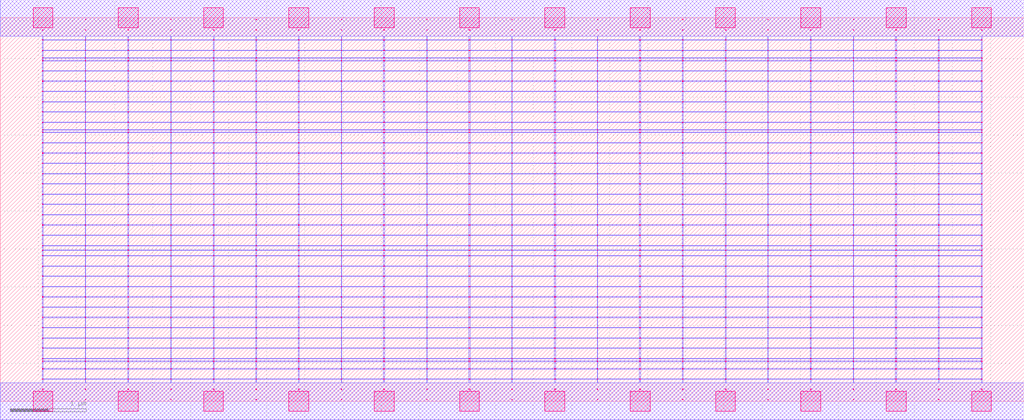
<source format=lef>
MACRO OOAOOAOI221211_DEBUG
 CLASS CORE ;
 FOREIGN OOAOOAOI221211_DEBUG 0 0 ;
 SIZE 13.44 BY 5.04 ;
 ORIGIN 0 0 ;
 SYMMETRY X Y R90 ;
 SITE unit ;

 OBS
    LAYER polycont ;
     RECT 6.71600000 0.15300000 6.72400000 0.16100000 ;
     RECT 6.71600000 0.28800000 6.72400000 0.29600000 ;
     RECT 6.71600000 0.42300000 6.72400000 0.43100000 ;
     RECT 6.71600000 0.52100000 6.72400000 0.52900000 ;
     RECT 6.71600000 0.55800000 6.72400000 0.56600000 ;
     RECT 6.71600000 0.69300000 6.72400000 0.70100000 ;
     RECT 6.71600000 0.82800000 6.72400000 0.83600000 ;
     RECT 6.71600000 0.96300000 6.72400000 0.97100000 ;
     RECT 6.71600000 1.09800000 6.72400000 1.10600000 ;
     RECT 6.71600000 1.23300000 6.72400000 1.24100000 ;
     RECT 6.71600000 1.36800000 6.72400000 1.37600000 ;
     RECT 6.71600000 1.50300000 6.72400000 1.51100000 ;
     RECT 6.71600000 1.63800000 6.72400000 1.64600000 ;
     RECT 6.71600000 1.77300000 6.72400000 1.78100000 ;
     RECT 6.71600000 1.90800000 6.72400000 1.91600000 ;
     RECT 6.71600000 1.98100000 6.72400000 1.98900000 ;
     RECT 6.71600000 2.04300000 6.72400000 2.05100000 ;
     RECT 6.71600000 2.17800000 6.72400000 2.18600000 ;
     RECT 6.71600000 2.31300000 6.72400000 2.32100000 ;
     RECT 6.71600000 2.44800000 6.72400000 2.45600000 ;
     RECT 6.71600000 2.58300000 6.72400000 2.59100000 ;
     RECT 6.71600000 2.71800000 6.72400000 2.72600000 ;
     RECT 6.71600000 2.85300000 6.72400000 2.86100000 ;
     RECT 6.71600000 2.98800000 6.72400000 2.99600000 ;
     RECT 8.95600000 2.58300000 8.96400000 2.59100000 ;
     RECT 9.51600000 2.58300000 9.52900000 2.59100000 ;
     RECT 10.07600000 2.58300000 10.08400000 2.59100000 ;
     RECT 10.63100000 2.58300000 10.64400000 2.59100000 ;
     RECT 11.19600000 2.58300000 11.20400000 2.59100000 ;
     RECT 11.75100000 2.58300000 11.76900000 2.59100000 ;
     RECT 12.31600000 2.58300000 12.32400000 2.59100000 ;
     RECT 12.87600000 2.58300000 12.88900000 2.59100000 ;
     RECT 7.27100000 2.58300000 7.28900000 2.59100000 ;
     RECT 7.27100000 2.71800000 7.28900000 2.72600000 ;
     RECT 7.83600000 2.71800000 7.84400000 2.72600000 ;
     RECT 8.39100000 2.71800000 8.40900000 2.72600000 ;
     RECT 8.95600000 2.71800000 8.96400000 2.72600000 ;
     RECT 9.51600000 2.71800000 9.52900000 2.72600000 ;
     RECT 10.07600000 2.71800000 10.08400000 2.72600000 ;
     RECT 10.63100000 2.71800000 10.64400000 2.72600000 ;
     RECT 11.19600000 2.71800000 11.20400000 2.72600000 ;
     RECT 11.75100000 2.71800000 11.76900000 2.72600000 ;
     RECT 12.31600000 2.71800000 12.32400000 2.72600000 ;
     RECT 12.87600000 2.71800000 12.88900000 2.72600000 ;
     RECT 7.83600000 2.58300000 7.84400000 2.59100000 ;
     RECT 7.27100000 2.85300000 7.28900000 2.86100000 ;
     RECT 7.83600000 2.85300000 7.84400000 2.86100000 ;
     RECT 8.39100000 2.85300000 8.40900000 2.86100000 ;
     RECT 8.95600000 2.85300000 8.96400000 2.86100000 ;
     RECT 9.51600000 2.85300000 9.52900000 2.86100000 ;
     RECT 10.07600000 2.85300000 10.08400000 2.86100000 ;
     RECT 10.63100000 2.85300000 10.64400000 2.86100000 ;
     RECT 11.19600000 2.85300000 11.20400000 2.86100000 ;
     RECT 11.75100000 2.85300000 11.76900000 2.86100000 ;
     RECT 12.31600000 2.85300000 12.32400000 2.86100000 ;
     RECT 12.87600000 2.85300000 12.88900000 2.86100000 ;
     RECT 8.39100000 2.58300000 8.40900000 2.59100000 ;
     RECT 7.27100000 2.98800000 7.28900000 2.99600000 ;
     RECT 7.83600000 2.98800000 7.84400000 2.99600000 ;
     RECT 8.39100000 2.98800000 8.40900000 2.99600000 ;
     RECT 8.95600000 2.98800000 8.96400000 2.99600000 ;
     RECT 9.51600000 2.98800000 9.52900000 2.99600000 ;
     RECT 10.07600000 2.98800000 10.08400000 2.99600000 ;
     RECT 10.63100000 2.98800000 10.64400000 2.99600000 ;
     RECT 11.19600000 2.98800000 11.20400000 2.99600000 ;
     RECT 11.75100000 2.98800000 11.76900000 2.99600000 ;
     RECT 12.31600000 2.98800000 12.32400000 2.99600000 ;
     RECT 12.87600000 2.98800000 12.88900000 2.99600000 ;
     RECT 10.07600000 3.12300000 10.08400000 3.13100000 ;
     RECT 10.07600000 3.25800000 10.08400000 3.26600000 ;
     RECT 10.07600000 3.39300000 10.08400000 3.40100000 ;
     RECT 10.07600000 3.52800000 10.08400000 3.53600000 ;
     RECT 10.07600000 3.56100000 10.08400000 3.56900000 ;
     RECT 10.07600000 3.66300000 10.08400000 3.67100000 ;
     RECT 10.07600000 3.79800000 10.08400000 3.80600000 ;
     RECT 10.07600000 3.93300000 10.08400000 3.94100000 ;
     RECT 10.07600000 4.06800000 10.08400000 4.07600000 ;
     RECT 10.07600000 4.20300000 10.08400000 4.21100000 ;
     RECT 10.07600000 4.33800000 10.08400000 4.34600000 ;
     RECT 10.07600000 4.47300000 10.08400000 4.48100000 ;
     RECT 10.07600000 4.51100000 10.08400000 4.51900000 ;
     RECT 10.07600000 4.60800000 10.08400000 4.61600000 ;
     RECT 10.07600000 4.74300000 10.08400000 4.75100000 ;
     RECT 10.07600000 4.87800000 10.08400000 4.88600000 ;
     RECT 5.03100000 2.71800000 5.04900000 2.72600000 ;
     RECT 5.59600000 2.71800000 5.60400000 2.72600000 ;
     RECT 6.15100000 2.71800000 6.16900000 2.72600000 ;
     RECT 1.11600000 2.58300000 1.12400000 2.59100000 ;
     RECT 1.67100000 2.58300000 1.68900000 2.59100000 ;
     RECT 0.55100000 2.98800000 0.56400000 2.99600000 ;
     RECT 1.11600000 2.98800000 1.12400000 2.99600000 ;
     RECT 1.67100000 2.98800000 1.68900000 2.99600000 ;
     RECT 2.23600000 2.98800000 2.24400000 2.99600000 ;
     RECT 2.79600000 2.98800000 2.80900000 2.99600000 ;
     RECT 3.35600000 2.98800000 3.36400000 2.99600000 ;
     RECT 3.91100000 2.98800000 3.92400000 2.99600000 ;
     RECT 4.47600000 2.98800000 4.48400000 2.99600000 ;
     RECT 5.03100000 2.98800000 5.04900000 2.99600000 ;
     RECT 5.59600000 2.98800000 5.60400000 2.99600000 ;
     RECT 6.15100000 2.98800000 6.16900000 2.99600000 ;
     RECT 2.23600000 2.58300000 2.24400000 2.59100000 ;
     RECT 2.79600000 2.58300000 2.80900000 2.59100000 ;
     RECT 3.35600000 2.58300000 3.36400000 2.59100000 ;
     RECT 3.91100000 2.58300000 3.92400000 2.59100000 ;
     RECT 4.47600000 2.58300000 4.48400000 2.59100000 ;
     RECT 5.03100000 2.58300000 5.04900000 2.59100000 ;
     RECT 5.59600000 2.58300000 5.60400000 2.59100000 ;
     RECT 6.15100000 2.58300000 6.16900000 2.59100000 ;
     RECT 0.55100000 2.58300000 0.56400000 2.59100000 ;
     RECT 0.55100000 2.71800000 0.56400000 2.72600000 ;
     RECT 0.55100000 2.85300000 0.56400000 2.86100000 ;
     RECT 1.11600000 2.85300000 1.12400000 2.86100000 ;
     RECT 3.35600000 3.12300000 3.36400000 3.13100000 ;
     RECT 1.67100000 2.85300000 1.68900000 2.86100000 ;
     RECT 3.35600000 3.25800000 3.36400000 3.26600000 ;
     RECT 2.23600000 2.85300000 2.24400000 2.86100000 ;
     RECT 3.35600000 3.39300000 3.36400000 3.40100000 ;
     RECT 2.79600000 2.85300000 2.80900000 2.86100000 ;
     RECT 3.35600000 3.52800000 3.36400000 3.53600000 ;
     RECT 3.35600000 2.85300000 3.36400000 2.86100000 ;
     RECT 3.35600000 3.56100000 3.36400000 3.56900000 ;
     RECT 3.91100000 2.85300000 3.92400000 2.86100000 ;
     RECT 3.35600000 3.66300000 3.36400000 3.67100000 ;
     RECT 4.47600000 2.85300000 4.48400000 2.86100000 ;
     RECT 3.35600000 3.79800000 3.36400000 3.80600000 ;
     RECT 5.03100000 2.85300000 5.04900000 2.86100000 ;
     RECT 3.35600000 3.93300000 3.36400000 3.94100000 ;
     RECT 5.59600000 2.85300000 5.60400000 2.86100000 ;
     RECT 3.35600000 4.06800000 3.36400000 4.07600000 ;
     RECT 6.15100000 2.85300000 6.16900000 2.86100000 ;
     RECT 3.35600000 4.20300000 3.36400000 4.21100000 ;
     RECT 1.11600000 2.71800000 1.12400000 2.72600000 ;
     RECT 3.35600000 4.33800000 3.36400000 4.34600000 ;
     RECT 1.67100000 2.71800000 1.68900000 2.72600000 ;
     RECT 3.35600000 4.47300000 3.36400000 4.48100000 ;
     RECT 2.23600000 2.71800000 2.24400000 2.72600000 ;
     RECT 3.35600000 4.51100000 3.36400000 4.51900000 ;
     RECT 2.79600000 2.71800000 2.80900000 2.72600000 ;
     RECT 3.35600000 4.60800000 3.36400000 4.61600000 ;
     RECT 3.35600000 2.71800000 3.36400000 2.72600000 ;
     RECT 3.35600000 4.74300000 3.36400000 4.75100000 ;
     RECT 3.91100000 2.71800000 3.92400000 2.72600000 ;
     RECT 3.35600000 4.87800000 3.36400000 4.88600000 ;
     RECT 4.47600000 2.71800000 4.48400000 2.72600000 ;
     RECT 11.19600000 0.28800000 11.20400000 0.29600000 ;
     RECT 11.19600000 1.63800000 11.20400000 1.64600000 ;
     RECT 11.19600000 0.82800000 11.20400000 0.83600000 ;
     RECT 11.19600000 1.77300000 11.20400000 1.78100000 ;
     RECT 11.19600000 0.52100000 11.20400000 0.52900000 ;
     RECT 11.19600000 1.90800000 11.20400000 1.91600000 ;
     RECT 11.19600000 0.96300000 11.20400000 0.97100000 ;
     RECT 11.19600000 1.98100000 11.20400000 1.98900000 ;
     RECT 11.19600000 0.15300000 11.20400000 0.16100000 ;
     RECT 11.19600000 2.04300000 11.20400000 2.05100000 ;
     RECT 11.19600000 1.09800000 11.20400000 1.10600000 ;
     RECT 11.19600000 2.17800000 11.20400000 2.18600000 ;
     RECT 11.19600000 0.55800000 11.20400000 0.56600000 ;
     RECT 11.19600000 2.31300000 11.20400000 2.32100000 ;
     RECT 11.19600000 1.23300000 11.20400000 1.24100000 ;
     RECT 11.19600000 2.44800000 11.20400000 2.45600000 ;
     RECT 11.19600000 0.42300000 11.20400000 0.43100000 ;
     RECT 11.19600000 1.36800000 11.20400000 1.37600000 ;
     RECT 11.19600000 0.69300000 11.20400000 0.70100000 ;
     RECT 11.19600000 1.50300000 11.20400000 1.51100000 ;

    LAYER pdiffc ;
     RECT 0.55100000 3.39300000 0.55900000 3.40100000 ;
     RECT 2.80100000 3.39300000 2.80900000 3.40100000 ;
     RECT 3.91100000 3.39300000 3.91900000 3.40100000 ;
     RECT 9.52100000 3.39300000 9.52900000 3.40100000 ;
     RECT 10.63100000 3.39300000 10.63900000 3.40100000 ;
     RECT 12.88100000 3.39300000 12.88900000 3.40100000 ;
     RECT 0.55100000 3.52800000 0.55900000 3.53600000 ;
     RECT 2.80100000 3.52800000 2.80900000 3.53600000 ;
     RECT 3.91100000 3.52800000 3.91900000 3.53600000 ;
     RECT 9.52100000 3.52800000 9.52900000 3.53600000 ;
     RECT 10.63100000 3.52800000 10.63900000 3.53600000 ;
     RECT 12.88100000 3.52800000 12.88900000 3.53600000 ;
     RECT 0.55100000 3.56100000 0.55900000 3.56900000 ;
     RECT 2.80100000 3.56100000 2.80900000 3.56900000 ;
     RECT 3.91100000 3.56100000 3.91900000 3.56900000 ;
     RECT 9.52100000 3.56100000 9.52900000 3.56900000 ;
     RECT 10.63100000 3.56100000 10.63900000 3.56900000 ;
     RECT 12.88100000 3.56100000 12.88900000 3.56900000 ;
     RECT 0.55100000 3.66300000 0.55900000 3.67100000 ;
     RECT 2.80100000 3.66300000 2.80900000 3.67100000 ;
     RECT 3.91100000 3.66300000 3.91900000 3.67100000 ;
     RECT 9.52100000 3.66300000 9.52900000 3.67100000 ;
     RECT 10.63100000 3.66300000 10.63900000 3.67100000 ;
     RECT 12.88100000 3.66300000 12.88900000 3.67100000 ;
     RECT 0.55100000 3.79800000 0.55900000 3.80600000 ;
     RECT 2.80100000 3.79800000 2.80900000 3.80600000 ;
     RECT 3.91100000 3.79800000 3.91900000 3.80600000 ;
     RECT 9.52100000 3.79800000 9.52900000 3.80600000 ;
     RECT 10.63100000 3.79800000 10.63900000 3.80600000 ;
     RECT 12.88100000 3.79800000 12.88900000 3.80600000 ;
     RECT 0.55100000 3.93300000 0.55900000 3.94100000 ;
     RECT 2.80100000 3.93300000 2.80900000 3.94100000 ;
     RECT 3.91100000 3.93300000 3.91900000 3.94100000 ;
     RECT 9.52100000 3.93300000 9.52900000 3.94100000 ;
     RECT 10.63100000 3.93300000 10.63900000 3.94100000 ;
     RECT 12.88100000 3.93300000 12.88900000 3.94100000 ;
     RECT 0.55100000 4.06800000 0.55900000 4.07600000 ;
     RECT 2.80100000 4.06800000 2.80900000 4.07600000 ;
     RECT 3.91100000 4.06800000 3.91900000 4.07600000 ;
     RECT 9.52100000 4.06800000 9.52900000 4.07600000 ;
     RECT 10.63100000 4.06800000 10.63900000 4.07600000 ;
     RECT 12.88100000 4.06800000 12.88900000 4.07600000 ;
     RECT 0.55100000 4.20300000 0.55900000 4.21100000 ;
     RECT 2.80100000 4.20300000 2.80900000 4.21100000 ;
     RECT 3.91100000 4.20300000 3.91900000 4.21100000 ;
     RECT 9.52100000 4.20300000 9.52900000 4.21100000 ;
     RECT 10.63100000 4.20300000 10.63900000 4.21100000 ;
     RECT 12.88100000 4.20300000 12.88900000 4.21100000 ;
     RECT 0.55100000 4.33800000 0.55900000 4.34600000 ;
     RECT 2.80100000 4.33800000 2.80900000 4.34600000 ;
     RECT 3.91100000 4.33800000 3.91900000 4.34600000 ;
     RECT 9.52100000 4.33800000 9.52900000 4.34600000 ;
     RECT 10.63100000 4.33800000 10.63900000 4.34600000 ;
     RECT 12.88100000 4.33800000 12.88900000 4.34600000 ;
     RECT 0.55100000 4.47300000 0.55900000 4.48100000 ;
     RECT 2.80100000 4.47300000 2.80900000 4.48100000 ;
     RECT 3.91100000 4.47300000 3.91900000 4.48100000 ;
     RECT 9.52100000 4.47300000 9.52900000 4.48100000 ;
     RECT 10.63100000 4.47300000 10.63900000 4.48100000 ;
     RECT 12.88100000 4.47300000 12.88900000 4.48100000 ;
     RECT 0.55100000 4.51100000 0.55900000 4.51900000 ;
     RECT 2.80100000 4.51100000 2.80900000 4.51900000 ;
     RECT 3.91100000 4.51100000 3.91900000 4.51900000 ;
     RECT 9.52100000 4.51100000 9.52900000 4.51900000 ;
     RECT 10.63100000 4.51100000 10.63900000 4.51900000 ;
     RECT 12.88100000 4.51100000 12.88900000 4.51900000 ;
     RECT 0.55100000 4.60800000 0.55900000 4.61600000 ;
     RECT 2.80100000 4.60800000 2.80900000 4.61600000 ;
     RECT 3.91100000 4.60800000 3.91900000 4.61600000 ;
     RECT 9.52100000 4.60800000 9.52900000 4.61600000 ;
     RECT 10.63100000 4.60800000 10.63900000 4.61600000 ;
     RECT 12.88100000 4.60800000 12.88900000 4.61600000 ;

    LAYER ndiffc ;
     RECT 7.27100000 0.42300000 7.28900000 0.43100000 ;
     RECT 8.39100000 0.42300000 8.40900000 0.43100000 ;
     RECT 9.51600000 0.42300000 9.52900000 0.43100000 ;
     RECT 10.63100000 0.42300000 10.64400000 0.43100000 ;
     RECT 11.75100000 0.42300000 11.76900000 0.43100000 ;
     RECT 12.87600000 0.42300000 12.88900000 0.43100000 ;
     RECT 7.27100000 0.52100000 7.28900000 0.52900000 ;
     RECT 8.39100000 0.52100000 8.40900000 0.52900000 ;
     RECT 9.51600000 0.52100000 9.52900000 0.52900000 ;
     RECT 10.63100000 0.52100000 10.64400000 0.52900000 ;
     RECT 11.75100000 0.52100000 11.76900000 0.52900000 ;
     RECT 12.87600000 0.52100000 12.88900000 0.52900000 ;
     RECT 7.27100000 0.55800000 7.28900000 0.56600000 ;
     RECT 8.39100000 0.55800000 8.40900000 0.56600000 ;
     RECT 9.51600000 0.55800000 9.52900000 0.56600000 ;
     RECT 10.63100000 0.55800000 10.64400000 0.56600000 ;
     RECT 11.75100000 0.55800000 11.76900000 0.56600000 ;
     RECT 12.87600000 0.55800000 12.88900000 0.56600000 ;
     RECT 7.27100000 0.69300000 7.28900000 0.70100000 ;
     RECT 8.39100000 0.69300000 8.40900000 0.70100000 ;
     RECT 9.51600000 0.69300000 9.52900000 0.70100000 ;
     RECT 10.63100000 0.69300000 10.64400000 0.70100000 ;
     RECT 11.75100000 0.69300000 11.76900000 0.70100000 ;
     RECT 12.87600000 0.69300000 12.88900000 0.70100000 ;
     RECT 7.27100000 0.82800000 7.28900000 0.83600000 ;
     RECT 8.39100000 0.82800000 8.40900000 0.83600000 ;
     RECT 9.51600000 0.82800000 9.52900000 0.83600000 ;
     RECT 10.63100000 0.82800000 10.64400000 0.83600000 ;
     RECT 11.75100000 0.82800000 11.76900000 0.83600000 ;
     RECT 12.87600000 0.82800000 12.88900000 0.83600000 ;
     RECT 7.27100000 0.96300000 7.28900000 0.97100000 ;
     RECT 8.39100000 0.96300000 8.40900000 0.97100000 ;
     RECT 9.51600000 0.96300000 9.52900000 0.97100000 ;
     RECT 10.63100000 0.96300000 10.64400000 0.97100000 ;
     RECT 11.75100000 0.96300000 11.76900000 0.97100000 ;
     RECT 12.87600000 0.96300000 12.88900000 0.97100000 ;
     RECT 7.27100000 1.09800000 7.28900000 1.10600000 ;
     RECT 8.39100000 1.09800000 8.40900000 1.10600000 ;
     RECT 9.51600000 1.09800000 9.52900000 1.10600000 ;
     RECT 10.63100000 1.09800000 10.64400000 1.10600000 ;
     RECT 11.75100000 1.09800000 11.76900000 1.10600000 ;
     RECT 12.87600000 1.09800000 12.88900000 1.10600000 ;
     RECT 7.27100000 1.23300000 7.28900000 1.24100000 ;
     RECT 8.39100000 1.23300000 8.40900000 1.24100000 ;
     RECT 9.51600000 1.23300000 9.52900000 1.24100000 ;
     RECT 10.63100000 1.23300000 10.64400000 1.24100000 ;
     RECT 11.75100000 1.23300000 11.76900000 1.24100000 ;
     RECT 12.87600000 1.23300000 12.88900000 1.24100000 ;
     RECT 7.27100000 1.36800000 7.28900000 1.37600000 ;
     RECT 8.39100000 1.36800000 8.40900000 1.37600000 ;
     RECT 9.51600000 1.36800000 9.52900000 1.37600000 ;
     RECT 10.63100000 1.36800000 10.64400000 1.37600000 ;
     RECT 11.75100000 1.36800000 11.76900000 1.37600000 ;
     RECT 12.87600000 1.36800000 12.88900000 1.37600000 ;
     RECT 7.27100000 1.50300000 7.28900000 1.51100000 ;
     RECT 8.39100000 1.50300000 8.40900000 1.51100000 ;
     RECT 9.51600000 1.50300000 9.52900000 1.51100000 ;
     RECT 10.63100000 1.50300000 10.64400000 1.51100000 ;
     RECT 11.75100000 1.50300000 11.76900000 1.51100000 ;
     RECT 12.87600000 1.50300000 12.88900000 1.51100000 ;
     RECT 7.27100000 1.63800000 7.28900000 1.64600000 ;
     RECT 8.39100000 1.63800000 8.40900000 1.64600000 ;
     RECT 9.51600000 1.63800000 9.52900000 1.64600000 ;
     RECT 10.63100000 1.63800000 10.64400000 1.64600000 ;
     RECT 11.75100000 1.63800000 11.76900000 1.64600000 ;
     RECT 12.87600000 1.63800000 12.88900000 1.64600000 ;
     RECT 7.27100000 1.77300000 7.28900000 1.78100000 ;
     RECT 8.39100000 1.77300000 8.40900000 1.78100000 ;
     RECT 9.51600000 1.77300000 9.52900000 1.78100000 ;
     RECT 10.63100000 1.77300000 10.64400000 1.78100000 ;
     RECT 11.75100000 1.77300000 11.76900000 1.78100000 ;
     RECT 12.87600000 1.77300000 12.88900000 1.78100000 ;
     RECT 7.27100000 1.90800000 7.28900000 1.91600000 ;
     RECT 8.39100000 1.90800000 8.40900000 1.91600000 ;
     RECT 9.51600000 1.90800000 9.52900000 1.91600000 ;
     RECT 10.63100000 1.90800000 10.64400000 1.91600000 ;
     RECT 11.75100000 1.90800000 11.76900000 1.91600000 ;
     RECT 12.87600000 1.90800000 12.88900000 1.91600000 ;
     RECT 7.27100000 1.98100000 7.28900000 1.98900000 ;
     RECT 8.39100000 1.98100000 8.40900000 1.98900000 ;
     RECT 9.51600000 1.98100000 9.52900000 1.98900000 ;
     RECT 10.63100000 1.98100000 10.64400000 1.98900000 ;
     RECT 11.75100000 1.98100000 11.76900000 1.98900000 ;
     RECT 12.87600000 1.98100000 12.88900000 1.98900000 ;
     RECT 7.27100000 2.04300000 7.28900000 2.05100000 ;
     RECT 8.39100000 2.04300000 8.40900000 2.05100000 ;
     RECT 9.51600000 2.04300000 9.52900000 2.05100000 ;
     RECT 10.63100000 2.04300000 10.64400000 2.05100000 ;
     RECT 11.75100000 2.04300000 11.76900000 2.05100000 ;
     RECT 12.87600000 2.04300000 12.88900000 2.05100000 ;
     RECT 0.55100000 0.42300000 0.56400000 0.43100000 ;
     RECT 1.67100000 0.42300000 1.68900000 0.43100000 ;
     RECT 2.79600000 0.42300000 2.80900000 0.43100000 ;
     RECT 3.91100000 0.42300000 3.92400000 0.43100000 ;
     RECT 5.03100000 0.42300000 5.04900000 0.43100000 ;
     RECT 6.15100000 0.42300000 6.16900000 0.43100000 ;
     RECT 0.55100000 1.36800000 0.56400000 1.37600000 ;
     RECT 1.67100000 1.36800000 1.68900000 1.37600000 ;
     RECT 2.79600000 1.36800000 2.80900000 1.37600000 ;
     RECT 3.91100000 1.36800000 3.92400000 1.37600000 ;
     RECT 5.03100000 1.36800000 5.04900000 1.37600000 ;
     RECT 6.15100000 1.36800000 6.16900000 1.37600000 ;
     RECT 0.55100000 0.82800000 0.56400000 0.83600000 ;
     RECT 1.67100000 0.82800000 1.68900000 0.83600000 ;
     RECT 2.79600000 0.82800000 2.80900000 0.83600000 ;
     RECT 3.91100000 0.82800000 3.92400000 0.83600000 ;
     RECT 5.03100000 0.82800000 5.04900000 0.83600000 ;
     RECT 6.15100000 0.82800000 6.16900000 0.83600000 ;
     RECT 0.55100000 1.50300000 0.56400000 1.51100000 ;
     RECT 1.67100000 1.50300000 1.68900000 1.51100000 ;
     RECT 2.79600000 1.50300000 2.80900000 1.51100000 ;
     RECT 3.91100000 1.50300000 3.92400000 1.51100000 ;
     RECT 5.03100000 1.50300000 5.04900000 1.51100000 ;
     RECT 6.15100000 1.50300000 6.16900000 1.51100000 ;
     RECT 0.55100000 0.55800000 0.56400000 0.56600000 ;
     RECT 1.67100000 0.55800000 1.68900000 0.56600000 ;
     RECT 2.79600000 0.55800000 2.80900000 0.56600000 ;
     RECT 3.91100000 0.55800000 3.92400000 0.56600000 ;
     RECT 5.03100000 0.55800000 5.04900000 0.56600000 ;
     RECT 6.15100000 0.55800000 6.16900000 0.56600000 ;
     RECT 0.55100000 1.63800000 0.56400000 1.64600000 ;
     RECT 1.67100000 1.63800000 1.68900000 1.64600000 ;
     RECT 2.79600000 1.63800000 2.80900000 1.64600000 ;
     RECT 3.91100000 1.63800000 3.92400000 1.64600000 ;
     RECT 5.03100000 1.63800000 5.04900000 1.64600000 ;
     RECT 6.15100000 1.63800000 6.16900000 1.64600000 ;
     RECT 0.55100000 0.96300000 0.56400000 0.97100000 ;
     RECT 1.67100000 0.96300000 1.68900000 0.97100000 ;
     RECT 2.79600000 0.96300000 2.80900000 0.97100000 ;
     RECT 3.91100000 0.96300000 3.92400000 0.97100000 ;
     RECT 5.03100000 0.96300000 5.04900000 0.97100000 ;
     RECT 6.15100000 0.96300000 6.16900000 0.97100000 ;
     RECT 0.55100000 1.77300000 0.56400000 1.78100000 ;
     RECT 1.67100000 1.77300000 1.68900000 1.78100000 ;
     RECT 2.79600000 1.77300000 2.80900000 1.78100000 ;
     RECT 3.91100000 1.77300000 3.92400000 1.78100000 ;
     RECT 5.03100000 1.77300000 5.04900000 1.78100000 ;
     RECT 6.15100000 1.77300000 6.16900000 1.78100000 ;
     RECT 0.55100000 0.52100000 0.56400000 0.52900000 ;
     RECT 1.67100000 0.52100000 1.68900000 0.52900000 ;
     RECT 2.79600000 0.52100000 2.80900000 0.52900000 ;
     RECT 3.91100000 0.52100000 3.92400000 0.52900000 ;
     RECT 5.03100000 0.52100000 5.04900000 0.52900000 ;
     RECT 6.15100000 0.52100000 6.16900000 0.52900000 ;
     RECT 0.55100000 1.90800000 0.56400000 1.91600000 ;
     RECT 1.67100000 1.90800000 1.68900000 1.91600000 ;
     RECT 2.79600000 1.90800000 2.80900000 1.91600000 ;
     RECT 3.91100000 1.90800000 3.92400000 1.91600000 ;
     RECT 5.03100000 1.90800000 5.04900000 1.91600000 ;
     RECT 6.15100000 1.90800000 6.16900000 1.91600000 ;
     RECT 0.55100000 1.09800000 0.56400000 1.10600000 ;
     RECT 1.67100000 1.09800000 1.68900000 1.10600000 ;
     RECT 2.79600000 1.09800000 2.80900000 1.10600000 ;
     RECT 3.91100000 1.09800000 3.92400000 1.10600000 ;
     RECT 5.03100000 1.09800000 5.04900000 1.10600000 ;
     RECT 6.15100000 1.09800000 6.16900000 1.10600000 ;
     RECT 0.55100000 1.98100000 0.56400000 1.98900000 ;
     RECT 1.67100000 1.98100000 1.68900000 1.98900000 ;
     RECT 2.79600000 1.98100000 2.80900000 1.98900000 ;
     RECT 3.91100000 1.98100000 3.92400000 1.98900000 ;
     RECT 5.03100000 1.98100000 5.04900000 1.98900000 ;
     RECT 6.15100000 1.98100000 6.16900000 1.98900000 ;
     RECT 0.55100000 0.69300000 0.56400000 0.70100000 ;
     RECT 1.67100000 0.69300000 1.68900000 0.70100000 ;
     RECT 2.79600000 0.69300000 2.80900000 0.70100000 ;
     RECT 3.91100000 0.69300000 3.92400000 0.70100000 ;
     RECT 5.03100000 0.69300000 5.04900000 0.70100000 ;
     RECT 6.15100000 0.69300000 6.16900000 0.70100000 ;
     RECT 0.55100000 2.04300000 0.56400000 2.05100000 ;
     RECT 1.67100000 2.04300000 1.68900000 2.05100000 ;
     RECT 2.79600000 2.04300000 2.80900000 2.05100000 ;
     RECT 3.91100000 2.04300000 3.92400000 2.05100000 ;
     RECT 5.03100000 2.04300000 5.04900000 2.05100000 ;
     RECT 6.15100000 2.04300000 6.16900000 2.05100000 ;
     RECT 0.55100000 1.23300000 0.56400000 1.24100000 ;
     RECT 1.67100000 1.23300000 1.68900000 1.24100000 ;
     RECT 2.79600000 1.23300000 2.80900000 1.24100000 ;
     RECT 3.91100000 1.23300000 3.92400000 1.24100000 ;
     RECT 5.03100000 1.23300000 5.04900000 1.24100000 ;
     RECT 6.15100000 1.23300000 6.16900000 1.24100000 ;

    LAYER met1 ;
     RECT 0.00000000 -0.24000000 13.44000000 0.24000000 ;
     RECT 6.71600000 0.24000000 6.72400000 0.28800000 ;
     RECT 0.55100000 0.28800000 12.88900000 0.29600000 ;
     RECT 6.71600000 0.29600000 6.72400000 0.42300000 ;
     RECT 0.55100000 0.42300000 12.88900000 0.43100000 ;
     RECT 6.71600000 0.43100000 6.72400000 0.52100000 ;
     RECT 0.55100000 0.52100000 12.88900000 0.52900000 ;
     RECT 6.71600000 0.52900000 6.72400000 0.55800000 ;
     RECT 0.55100000 0.55800000 12.88900000 0.56600000 ;
     RECT 6.71600000 0.56600000 6.72400000 0.69300000 ;
     RECT 0.55100000 0.69300000 12.88900000 0.70100000 ;
     RECT 6.71600000 0.70100000 6.72400000 0.82800000 ;
     RECT 0.55100000 0.82800000 12.88900000 0.83600000 ;
     RECT 6.71600000 0.83600000 6.72400000 0.96300000 ;
     RECT 0.55100000 0.96300000 12.88900000 0.97100000 ;
     RECT 6.71600000 0.97100000 6.72400000 1.09800000 ;
     RECT 0.55100000 1.09800000 12.88900000 1.10600000 ;
     RECT 6.71600000 1.10600000 6.72400000 1.23300000 ;
     RECT 0.55100000 1.23300000 12.88900000 1.24100000 ;
     RECT 6.71600000 1.24100000 6.72400000 1.36800000 ;
     RECT 0.55100000 1.36800000 12.88900000 1.37600000 ;
     RECT 6.71600000 1.37600000 6.72400000 1.50300000 ;
     RECT 0.55100000 1.50300000 12.88900000 1.51100000 ;
     RECT 6.71600000 1.51100000 6.72400000 1.63800000 ;
     RECT 0.55100000 1.63800000 12.88900000 1.64600000 ;
     RECT 6.71600000 1.64600000 6.72400000 1.77300000 ;
     RECT 0.55100000 1.77300000 12.88900000 1.78100000 ;
     RECT 6.71600000 1.78100000 6.72400000 1.90800000 ;
     RECT 0.55100000 1.90800000 12.88900000 1.91600000 ;
     RECT 6.71600000 1.91600000 6.72400000 1.98100000 ;
     RECT 0.55100000 1.98100000 12.88900000 1.98900000 ;
     RECT 6.71600000 1.98900000 6.72400000 2.04300000 ;
     RECT 0.55100000 2.04300000 12.88900000 2.05100000 ;
     RECT 6.71600000 2.05100000 6.72400000 2.17800000 ;
     RECT 0.55100000 2.17800000 12.88900000 2.18600000 ;
     RECT 6.71600000 2.18600000 6.72400000 2.31300000 ;
     RECT 0.55100000 2.31300000 12.88900000 2.32100000 ;
     RECT 6.71600000 2.32100000 6.72400000 2.44800000 ;
     RECT 0.55100000 2.44800000 12.88900000 2.45600000 ;
     RECT 0.55100000 2.45600000 0.56400000 2.58300000 ;
     RECT 1.11600000 2.45600000 1.12400000 2.58300000 ;
     RECT 1.67100000 2.45600000 1.68900000 2.58300000 ;
     RECT 2.23600000 2.45600000 2.24400000 2.58300000 ;
     RECT 2.79600000 2.45600000 2.80900000 2.58300000 ;
     RECT 3.35600000 2.45600000 3.36400000 2.58300000 ;
     RECT 3.91100000 2.45600000 3.92400000 2.58300000 ;
     RECT 4.47600000 2.45600000 4.48400000 2.58300000 ;
     RECT 5.03100000 2.45600000 5.04900000 2.58300000 ;
     RECT 5.59600000 2.45600000 5.60400000 2.58300000 ;
     RECT 6.15100000 2.45600000 6.16900000 2.58300000 ;
     RECT 6.71600000 2.45600000 6.72400000 2.58300000 ;
     RECT 7.27100000 2.45600000 7.28900000 2.58300000 ;
     RECT 7.83600000 2.45600000 7.84400000 2.58300000 ;
     RECT 8.39100000 2.45600000 8.40900000 2.58300000 ;
     RECT 8.95600000 2.45600000 8.96400000 2.58300000 ;
     RECT 9.51600000 2.45600000 9.52900000 2.58300000 ;
     RECT 10.07600000 2.45600000 10.08400000 2.58300000 ;
     RECT 10.63100000 2.45600000 10.64400000 2.58300000 ;
     RECT 11.19600000 2.45600000 11.20400000 2.58300000 ;
     RECT 11.75100000 2.45600000 11.76900000 2.58300000 ;
     RECT 12.31600000 2.45600000 12.32400000 2.58300000 ;
     RECT 12.87600000 2.45600000 12.88900000 2.58300000 ;
     RECT 0.55100000 2.58300000 12.88900000 2.59100000 ;
     RECT 6.71600000 2.59100000 6.72400000 2.71800000 ;
     RECT 0.55100000 2.71800000 12.88900000 2.72600000 ;
     RECT 6.71600000 2.72600000 6.72400000 2.85300000 ;
     RECT 0.55100000 2.85300000 12.88900000 2.86100000 ;
     RECT 6.71600000 2.86100000 6.72400000 2.98800000 ;
     RECT 0.55100000 2.98800000 12.88900000 2.99600000 ;
     RECT 6.71600000 2.99600000 6.72400000 3.12300000 ;
     RECT 0.55100000 3.12300000 12.88900000 3.13100000 ;
     RECT 6.71600000 3.13100000 6.72400000 3.25800000 ;
     RECT 0.55100000 3.25800000 12.88900000 3.26600000 ;
     RECT 6.71600000 3.26600000 6.72400000 3.39300000 ;
     RECT 0.55100000 3.39300000 12.88900000 3.40100000 ;
     RECT 6.71600000 3.40100000 6.72400000 3.52800000 ;
     RECT 0.55100000 3.52800000 12.88900000 3.53600000 ;
     RECT 6.71600000 3.53600000 6.72400000 3.56100000 ;
     RECT 0.55100000 3.56100000 12.88900000 3.56900000 ;
     RECT 6.71600000 3.56900000 6.72400000 3.66300000 ;
     RECT 0.55100000 3.66300000 12.88900000 3.67100000 ;
     RECT 6.71600000 3.67100000 6.72400000 3.79800000 ;
     RECT 0.55100000 3.79800000 12.88900000 3.80600000 ;
     RECT 6.71600000 3.80600000 6.72400000 3.93300000 ;
     RECT 0.55100000 3.93300000 12.88900000 3.94100000 ;
     RECT 6.71600000 3.94100000 6.72400000 4.06800000 ;
     RECT 0.55100000 4.06800000 12.88900000 4.07600000 ;
     RECT 6.71600000 4.07600000 6.72400000 4.20300000 ;
     RECT 0.55100000 4.20300000 12.88900000 4.21100000 ;
     RECT 6.71600000 4.21100000 6.72400000 4.33800000 ;
     RECT 0.55100000 4.33800000 12.88900000 4.34600000 ;
     RECT 6.71600000 4.34600000 6.72400000 4.47300000 ;
     RECT 0.55100000 4.47300000 12.88900000 4.48100000 ;
     RECT 6.71600000 4.48100000 6.72400000 4.51100000 ;
     RECT 0.55100000 4.51100000 12.88900000 4.51900000 ;
     RECT 6.71600000 4.51900000 6.72400000 4.60800000 ;
     RECT 0.55100000 4.60800000 12.88900000 4.61600000 ;
     RECT 6.71600000 4.61600000 6.72400000 4.74300000 ;
     RECT 0.55100000 4.74300000 12.88900000 4.75100000 ;
     RECT 6.71600000 4.75100000 6.72400000 4.80000000 ;
     RECT 0.00000000 4.80000000 13.44000000 5.28000000 ;
     RECT 10.07600000 2.59100000 10.08400000 2.71800000 ;
     RECT 10.07600000 2.99600000 10.08400000 3.12300000 ;
     RECT 10.07600000 3.13100000 10.08400000 3.25800000 ;
     RECT 10.07600000 3.26600000 10.08400000 3.39300000 ;
     RECT 10.07600000 3.40100000 10.08400000 3.52800000 ;
     RECT 10.07600000 3.53600000 10.08400000 3.56100000 ;
     RECT 10.07600000 3.56900000 10.08400000 3.66300000 ;
     RECT 10.07600000 3.67100000 10.08400000 3.79800000 ;
     RECT 10.07600000 2.72600000 10.08400000 2.85300000 ;
     RECT 7.27100000 3.80600000 7.28900000 3.93300000 ;
     RECT 7.83600000 3.80600000 7.84400000 3.93300000 ;
     RECT 8.39100000 3.80600000 8.40900000 3.93300000 ;
     RECT 8.95600000 3.80600000 8.96400000 3.93300000 ;
     RECT 9.51600000 3.80600000 9.52900000 3.93300000 ;
     RECT 10.07600000 3.80600000 10.08400000 3.93300000 ;
     RECT 10.63100000 3.80600000 10.64400000 3.93300000 ;
     RECT 11.19600000 3.80600000 11.20400000 3.93300000 ;
     RECT 11.75100000 3.80600000 11.76900000 3.93300000 ;
     RECT 12.31600000 3.80600000 12.32400000 3.93300000 ;
     RECT 12.87600000 3.80600000 12.88900000 3.93300000 ;
     RECT 10.07600000 3.94100000 10.08400000 4.06800000 ;
     RECT 10.07600000 4.07600000 10.08400000 4.20300000 ;
     RECT 10.07600000 4.21100000 10.08400000 4.33800000 ;
     RECT 10.07600000 4.34600000 10.08400000 4.47300000 ;
     RECT 10.07600000 4.48100000 10.08400000 4.51100000 ;
     RECT 10.07600000 2.86100000 10.08400000 2.98800000 ;
     RECT 10.07600000 4.51900000 10.08400000 4.60800000 ;
     RECT 10.07600000 4.61600000 10.08400000 4.74300000 ;
     RECT 10.07600000 4.75100000 10.08400000 4.80000000 ;
     RECT 11.75100000 4.07600000 11.76900000 4.20300000 ;
     RECT 12.31600000 4.07600000 12.32400000 4.20300000 ;
     RECT 12.87600000 4.07600000 12.88900000 4.20300000 ;
     RECT 11.19600000 3.94100000 11.20400000 4.06800000 ;
     RECT 10.63100000 4.21100000 10.64400000 4.33800000 ;
     RECT 11.19600000 4.21100000 11.20400000 4.33800000 ;
     RECT 11.75100000 4.21100000 11.76900000 4.33800000 ;
     RECT 12.31600000 4.21100000 12.32400000 4.33800000 ;
     RECT 12.87600000 4.21100000 12.88900000 4.33800000 ;
     RECT 11.75100000 3.94100000 11.76900000 4.06800000 ;
     RECT 10.63100000 4.34600000 10.64400000 4.47300000 ;
     RECT 11.19600000 4.34600000 11.20400000 4.47300000 ;
     RECT 11.75100000 4.34600000 11.76900000 4.47300000 ;
     RECT 12.31600000 4.34600000 12.32400000 4.47300000 ;
     RECT 12.87600000 4.34600000 12.88900000 4.47300000 ;
     RECT 12.31600000 3.94100000 12.32400000 4.06800000 ;
     RECT 10.63100000 4.48100000 10.64400000 4.51100000 ;
     RECT 11.19600000 4.48100000 11.20400000 4.51100000 ;
     RECT 11.75100000 4.48100000 11.76900000 4.51100000 ;
     RECT 12.31600000 4.48100000 12.32400000 4.51100000 ;
     RECT 12.87600000 4.48100000 12.88900000 4.51100000 ;
     RECT 12.87600000 3.94100000 12.88900000 4.06800000 ;
     RECT 10.63100000 3.94100000 10.64400000 4.06800000 ;
     RECT 10.63100000 4.51900000 10.64400000 4.60800000 ;
     RECT 11.19600000 4.51900000 11.20400000 4.60800000 ;
     RECT 11.75100000 4.51900000 11.76900000 4.60800000 ;
     RECT 12.31600000 4.51900000 12.32400000 4.60800000 ;
     RECT 12.87600000 4.51900000 12.88900000 4.60800000 ;
     RECT 10.63100000 4.07600000 10.64400000 4.20300000 ;
     RECT 10.63100000 4.61600000 10.64400000 4.74300000 ;
     RECT 11.19600000 4.61600000 11.20400000 4.74300000 ;
     RECT 11.75100000 4.61600000 11.76900000 4.74300000 ;
     RECT 12.31600000 4.61600000 12.32400000 4.74300000 ;
     RECT 12.87600000 4.61600000 12.88900000 4.74300000 ;
     RECT 11.19600000 4.07600000 11.20400000 4.20300000 ;
     RECT 10.63100000 4.75100000 10.64400000 4.80000000 ;
     RECT 11.19600000 4.75100000 11.20400000 4.80000000 ;
     RECT 11.75100000 4.75100000 11.76900000 4.80000000 ;
     RECT 12.31600000 4.75100000 12.32400000 4.80000000 ;
     RECT 12.87600000 4.75100000 12.88900000 4.80000000 ;
     RECT 8.39100000 4.21100000 8.40900000 4.33800000 ;
     RECT 8.95600000 4.21100000 8.96400000 4.33800000 ;
     RECT 9.51600000 4.21100000 9.52900000 4.33800000 ;
     RECT 7.83600000 4.07600000 7.84400000 4.20300000 ;
     RECT 8.39100000 4.07600000 8.40900000 4.20300000 ;
     RECT 8.95600000 4.07600000 8.96400000 4.20300000 ;
     RECT 9.51600000 4.07600000 9.52900000 4.20300000 ;
     RECT 7.27100000 4.51900000 7.28900000 4.60800000 ;
     RECT 7.83600000 4.51900000 7.84400000 4.60800000 ;
     RECT 8.39100000 4.51900000 8.40900000 4.60800000 ;
     RECT 8.95600000 4.51900000 8.96400000 4.60800000 ;
     RECT 9.51600000 4.51900000 9.52900000 4.60800000 ;
     RECT 7.83600000 3.94100000 7.84400000 4.06800000 ;
     RECT 8.39100000 3.94100000 8.40900000 4.06800000 ;
     RECT 7.27100000 4.34600000 7.28900000 4.47300000 ;
     RECT 7.83600000 4.34600000 7.84400000 4.47300000 ;
     RECT 8.39100000 4.34600000 8.40900000 4.47300000 ;
     RECT 8.95600000 4.34600000 8.96400000 4.47300000 ;
     RECT 7.27100000 4.61600000 7.28900000 4.74300000 ;
     RECT 7.83600000 4.61600000 7.84400000 4.74300000 ;
     RECT 8.39100000 4.61600000 8.40900000 4.74300000 ;
     RECT 8.95600000 4.61600000 8.96400000 4.74300000 ;
     RECT 9.51600000 4.61600000 9.52900000 4.74300000 ;
     RECT 9.51600000 4.34600000 9.52900000 4.47300000 ;
     RECT 8.95600000 3.94100000 8.96400000 4.06800000 ;
     RECT 9.51600000 3.94100000 9.52900000 4.06800000 ;
     RECT 7.27100000 3.94100000 7.28900000 4.06800000 ;
     RECT 7.27100000 4.07600000 7.28900000 4.20300000 ;
     RECT 7.27100000 4.21100000 7.28900000 4.33800000 ;
     RECT 7.27100000 4.75100000 7.28900000 4.80000000 ;
     RECT 7.83600000 4.75100000 7.84400000 4.80000000 ;
     RECT 8.39100000 4.75100000 8.40900000 4.80000000 ;
     RECT 8.95600000 4.75100000 8.96400000 4.80000000 ;
     RECT 9.51600000 4.75100000 9.52900000 4.80000000 ;
     RECT 7.83600000 4.21100000 7.84400000 4.33800000 ;
     RECT 7.27100000 4.48100000 7.28900000 4.51100000 ;
     RECT 7.83600000 4.48100000 7.84400000 4.51100000 ;
     RECT 8.39100000 4.48100000 8.40900000 4.51100000 ;
     RECT 8.95600000 4.48100000 8.96400000 4.51100000 ;
     RECT 9.51600000 4.48100000 9.52900000 4.51100000 ;
     RECT 7.83600000 2.99600000 7.84400000 3.12300000 ;
     RECT 7.27100000 2.59100000 7.28900000 2.71800000 ;
     RECT 8.39100000 2.86100000 8.40900000 2.98800000 ;
     RECT 8.95600000 2.86100000 8.96400000 2.98800000 ;
     RECT 7.27100000 3.40100000 7.28900000 3.52800000 ;
     RECT 7.83600000 3.40100000 7.84400000 3.52800000 ;
     RECT 8.39100000 3.40100000 8.40900000 3.52800000 ;
     RECT 8.95600000 3.40100000 8.96400000 3.52800000 ;
     RECT 9.51600000 3.40100000 9.52900000 3.52800000 ;
     RECT 8.39100000 2.99600000 8.40900000 3.12300000 ;
     RECT 7.83600000 2.59100000 7.84400000 2.71800000 ;
     RECT 7.27100000 2.72600000 7.28900000 2.85300000 ;
     RECT 7.27100000 3.53600000 7.28900000 3.56100000 ;
     RECT 7.83600000 3.53600000 7.84400000 3.56100000 ;
     RECT 8.39100000 3.53600000 8.40900000 3.56100000 ;
     RECT 9.51600000 2.86100000 9.52900000 2.98800000 ;
     RECT 8.95600000 3.53600000 8.96400000 3.56100000 ;
     RECT 9.51600000 3.53600000 9.52900000 3.56100000 ;
     RECT 8.95600000 2.99600000 8.96400000 3.12300000 ;
     RECT 7.83600000 2.72600000 7.84400000 2.85300000 ;
     RECT 8.39100000 2.72600000 8.40900000 2.85300000 ;
     RECT 7.27100000 3.56900000 7.28900000 3.66300000 ;
     RECT 7.83600000 3.56900000 7.84400000 3.66300000 ;
     RECT 8.39100000 3.56900000 8.40900000 3.66300000 ;
     RECT 8.95600000 3.56900000 8.96400000 3.66300000 ;
     RECT 9.51600000 3.56900000 9.52900000 3.66300000 ;
     RECT 8.39100000 2.59100000 8.40900000 2.71800000 ;
     RECT 8.95600000 2.59100000 8.96400000 2.71800000 ;
     RECT 9.51600000 2.99600000 9.52900000 3.12300000 ;
     RECT 8.95600000 2.72600000 8.96400000 2.85300000 ;
     RECT 9.51600000 2.72600000 9.52900000 2.85300000 ;
     RECT 7.27100000 3.67100000 7.28900000 3.79800000 ;
     RECT 7.83600000 3.67100000 7.84400000 3.79800000 ;
     RECT 8.39100000 3.67100000 8.40900000 3.79800000 ;
     RECT 8.95600000 3.67100000 8.96400000 3.79800000 ;
     RECT 9.51600000 3.67100000 9.52900000 3.79800000 ;
     RECT 9.51600000 2.59100000 9.52900000 2.71800000 ;
     RECT 7.27100000 3.13100000 7.28900000 3.25800000 ;
     RECT 7.83600000 3.13100000 7.84400000 3.25800000 ;
     RECT 7.27100000 2.86100000 7.28900000 2.98800000 ;
     RECT 7.83600000 2.86100000 7.84400000 2.98800000 ;
     RECT 8.39100000 3.13100000 8.40900000 3.25800000 ;
     RECT 8.95600000 3.13100000 8.96400000 3.25800000 ;
     RECT 9.51600000 3.13100000 9.52900000 3.25800000 ;
     RECT 7.27100000 2.99600000 7.28900000 3.12300000 ;
     RECT 7.27100000 3.26600000 7.28900000 3.39300000 ;
     RECT 7.83600000 3.26600000 7.84400000 3.39300000 ;
     RECT 8.39100000 3.26600000 8.40900000 3.39300000 ;
     RECT 8.95600000 3.26600000 8.96400000 3.39300000 ;
     RECT 9.51600000 3.26600000 9.52900000 3.39300000 ;
     RECT 10.63100000 3.13100000 10.64400000 3.25800000 ;
     RECT 11.19600000 3.13100000 11.20400000 3.25800000 ;
     RECT 10.63100000 3.56900000 10.64400000 3.66300000 ;
     RECT 12.31600000 2.72600000 12.32400000 2.85300000 ;
     RECT 12.87600000 2.72600000 12.88900000 2.85300000 ;
     RECT 11.19600000 3.56900000 11.20400000 3.66300000 ;
     RECT 11.75100000 3.56900000 11.76900000 3.66300000 ;
     RECT 12.31600000 3.56900000 12.32400000 3.66300000 ;
     RECT 12.87600000 3.56900000 12.88900000 3.66300000 ;
     RECT 11.75100000 3.13100000 11.76900000 3.25800000 ;
     RECT 12.31600000 3.13100000 12.32400000 3.25800000 ;
     RECT 12.87600000 3.13100000 12.88900000 3.25800000 ;
     RECT 11.75100000 2.59100000 11.76900000 2.71800000 ;
     RECT 10.63100000 3.40100000 10.64400000 3.52800000 ;
     RECT 11.19600000 3.40100000 11.20400000 3.52800000 ;
     RECT 11.75100000 3.40100000 11.76900000 3.52800000 ;
     RECT 12.31600000 3.40100000 12.32400000 3.52800000 ;
     RECT 10.63100000 3.67100000 10.64400000 3.79800000 ;
     RECT 11.19600000 3.67100000 11.20400000 3.79800000 ;
     RECT 11.75100000 3.67100000 11.76900000 3.79800000 ;
     RECT 12.31600000 3.67100000 12.32400000 3.79800000 ;
     RECT 12.87600000 3.67100000 12.88900000 3.79800000 ;
     RECT 12.87600000 3.40100000 12.88900000 3.52800000 ;
     RECT 10.63100000 2.86100000 10.64400000 2.98800000 ;
     RECT 11.19600000 2.86100000 11.20400000 2.98800000 ;
     RECT 10.63100000 2.72600000 10.64400000 2.85300000 ;
     RECT 12.31600000 2.59100000 12.32400000 2.71800000 ;
     RECT 11.19600000 2.59100000 11.20400000 2.71800000 ;
     RECT 10.63100000 2.99600000 10.64400000 3.12300000 ;
     RECT 11.19600000 2.99600000 11.20400000 3.12300000 ;
     RECT 11.75100000 2.99600000 11.76900000 3.12300000 ;
     RECT 12.31600000 2.99600000 12.32400000 3.12300000 ;
     RECT 12.87600000 2.99600000 12.88900000 3.12300000 ;
     RECT 10.63100000 3.26600000 10.64400000 3.39300000 ;
     RECT 10.63100000 3.53600000 10.64400000 3.56100000 ;
     RECT 11.19600000 3.53600000 11.20400000 3.56100000 ;
     RECT 11.75100000 2.86100000 11.76900000 2.98800000 ;
     RECT 12.31600000 2.86100000 12.32400000 2.98800000 ;
     RECT 11.75100000 3.53600000 11.76900000 3.56100000 ;
     RECT 11.19600000 2.72600000 11.20400000 2.85300000 ;
     RECT 11.75100000 2.72600000 11.76900000 2.85300000 ;
     RECT 12.31600000 3.53600000 12.32400000 3.56100000 ;
     RECT 12.87600000 3.53600000 12.88900000 3.56100000 ;
     RECT 11.19600000 3.26600000 11.20400000 3.39300000 ;
     RECT 11.75100000 3.26600000 11.76900000 3.39300000 ;
     RECT 12.31600000 3.26600000 12.32400000 3.39300000 ;
     RECT 12.87600000 3.26600000 12.88900000 3.39300000 ;
     RECT 12.87600000 2.59100000 12.88900000 2.71800000 ;
     RECT 10.63100000 2.59100000 10.64400000 2.71800000 ;
     RECT 12.87600000 2.86100000 12.88900000 2.98800000 ;
     RECT 4.47600000 3.80600000 4.48400000 3.93300000 ;
     RECT 5.03100000 3.80600000 5.04900000 3.93300000 ;
     RECT 5.59600000 3.80600000 5.60400000 3.93300000 ;
     RECT 6.15100000 3.80600000 6.16900000 3.93300000 ;
     RECT 3.35600000 2.59100000 3.36400000 2.71800000 ;
     RECT 3.35600000 3.94100000 3.36400000 4.06800000 ;
     RECT 3.35600000 2.99600000 3.36400000 3.12300000 ;
     RECT 3.35600000 3.40100000 3.36400000 3.52800000 ;
     RECT 3.35600000 4.07600000 3.36400000 4.20300000 ;
     RECT 3.35600000 4.21100000 3.36400000 4.33800000 ;
     RECT 3.35600000 3.53600000 3.36400000 3.56100000 ;
     RECT 3.35600000 4.34600000 3.36400000 4.47300000 ;
     RECT 3.35600000 3.13100000 3.36400000 3.25800000 ;
     RECT 3.35600000 4.48100000 3.36400000 4.51100000 ;
     RECT 3.35600000 3.56900000 3.36400000 3.66300000 ;
     RECT 3.35600000 2.86100000 3.36400000 2.98800000 ;
     RECT 3.35600000 4.51900000 3.36400000 4.60800000 ;
     RECT 3.35600000 4.61600000 3.36400000 4.74300000 ;
     RECT 3.35600000 3.67100000 3.36400000 3.79800000 ;
     RECT 3.35600000 2.72600000 3.36400000 2.85300000 ;
     RECT 3.35600000 4.75100000 3.36400000 4.80000000 ;
     RECT 3.35600000 3.26600000 3.36400000 3.39300000 ;
     RECT 0.55100000 3.80600000 0.56400000 3.93300000 ;
     RECT 1.11600000 3.80600000 1.12400000 3.93300000 ;
     RECT 1.67100000 3.80600000 1.68900000 3.93300000 ;
     RECT 2.23600000 3.80600000 2.24400000 3.93300000 ;
     RECT 2.79600000 3.80600000 2.80900000 3.93300000 ;
     RECT 3.35600000 3.80600000 3.36400000 3.93300000 ;
     RECT 3.91100000 3.80600000 3.92400000 3.93300000 ;
     RECT 5.03100000 4.34600000 5.04900000 4.47300000 ;
     RECT 5.59600000 4.34600000 5.60400000 4.47300000 ;
     RECT 6.15100000 4.34600000 6.16900000 4.47300000 ;
     RECT 4.47600000 3.94100000 4.48400000 4.06800000 ;
     RECT 5.03100000 3.94100000 5.04900000 4.06800000 ;
     RECT 3.91100000 4.48100000 3.92400000 4.51100000 ;
     RECT 4.47600000 4.48100000 4.48400000 4.51100000 ;
     RECT 5.03100000 4.48100000 5.04900000 4.51100000 ;
     RECT 5.59600000 4.48100000 5.60400000 4.51100000 ;
     RECT 6.15100000 4.48100000 6.16900000 4.51100000 ;
     RECT 3.91100000 4.07600000 3.92400000 4.20300000 ;
     RECT 4.47600000 4.07600000 4.48400000 4.20300000 ;
     RECT 5.03100000 4.07600000 5.04900000 4.20300000 ;
     RECT 3.91100000 4.51900000 3.92400000 4.60800000 ;
     RECT 4.47600000 4.51900000 4.48400000 4.60800000 ;
     RECT 5.03100000 4.51900000 5.04900000 4.60800000 ;
     RECT 5.59600000 4.51900000 5.60400000 4.60800000 ;
     RECT 6.15100000 4.51900000 6.16900000 4.60800000 ;
     RECT 5.59600000 4.07600000 5.60400000 4.20300000 ;
     RECT 3.91100000 4.61600000 3.92400000 4.74300000 ;
     RECT 4.47600000 4.61600000 4.48400000 4.74300000 ;
     RECT 5.03100000 4.61600000 5.04900000 4.74300000 ;
     RECT 5.59600000 4.61600000 5.60400000 4.74300000 ;
     RECT 6.15100000 4.61600000 6.16900000 4.74300000 ;
     RECT 6.15100000 4.07600000 6.16900000 4.20300000 ;
     RECT 5.59600000 3.94100000 5.60400000 4.06800000 ;
     RECT 3.91100000 4.21100000 3.92400000 4.33800000 ;
     RECT 3.91100000 4.75100000 3.92400000 4.80000000 ;
     RECT 4.47600000 4.75100000 4.48400000 4.80000000 ;
     RECT 5.03100000 4.75100000 5.04900000 4.80000000 ;
     RECT 5.59600000 4.75100000 5.60400000 4.80000000 ;
     RECT 6.15100000 4.75100000 6.16900000 4.80000000 ;
     RECT 4.47600000 4.21100000 4.48400000 4.33800000 ;
     RECT 5.03100000 4.21100000 5.04900000 4.33800000 ;
     RECT 5.59600000 4.21100000 5.60400000 4.33800000 ;
     RECT 6.15100000 4.21100000 6.16900000 4.33800000 ;
     RECT 6.15100000 3.94100000 6.16900000 4.06800000 ;
     RECT 3.91100000 3.94100000 3.92400000 4.06800000 ;
     RECT 3.91100000 4.34600000 3.92400000 4.47300000 ;
     RECT 4.47600000 4.34600000 4.48400000 4.47300000 ;
     RECT 2.23600000 4.51900000 2.24400000 4.60800000 ;
     RECT 2.79600000 4.51900000 2.80900000 4.60800000 ;
     RECT 0.55100000 4.34600000 0.56400000 4.47300000 ;
     RECT 1.11600000 4.34600000 1.12400000 4.47300000 ;
     RECT 1.67100000 4.34600000 1.68900000 4.47300000 ;
     RECT 2.23600000 4.34600000 2.24400000 4.47300000 ;
     RECT 2.79600000 4.34600000 2.80900000 4.47300000 ;
     RECT 1.11600000 3.94100000 1.12400000 4.06800000 ;
     RECT 0.55100000 4.61600000 0.56400000 4.74300000 ;
     RECT 1.11600000 4.61600000 1.12400000 4.74300000 ;
     RECT 1.67100000 4.61600000 1.68900000 4.74300000 ;
     RECT 2.23600000 4.61600000 2.24400000 4.74300000 ;
     RECT 2.79600000 4.61600000 2.80900000 4.74300000 ;
     RECT 1.67100000 3.94100000 1.68900000 4.06800000 ;
     RECT 0.55100000 4.07600000 0.56400000 4.20300000 ;
     RECT 0.55100000 4.21100000 0.56400000 4.33800000 ;
     RECT 1.11600000 4.21100000 1.12400000 4.33800000 ;
     RECT 1.67100000 4.21100000 1.68900000 4.33800000 ;
     RECT 2.23600000 4.21100000 2.24400000 4.33800000 ;
     RECT 0.55100000 4.48100000 0.56400000 4.51100000 ;
     RECT 1.11600000 4.48100000 1.12400000 4.51100000 ;
     RECT 0.55100000 4.75100000 0.56400000 4.80000000 ;
     RECT 1.11600000 4.75100000 1.12400000 4.80000000 ;
     RECT 1.67100000 4.75100000 1.68900000 4.80000000 ;
     RECT 2.23600000 4.75100000 2.24400000 4.80000000 ;
     RECT 2.79600000 4.75100000 2.80900000 4.80000000 ;
     RECT 1.67100000 4.48100000 1.68900000 4.51100000 ;
     RECT 2.23600000 4.48100000 2.24400000 4.51100000 ;
     RECT 2.79600000 4.48100000 2.80900000 4.51100000 ;
     RECT 2.79600000 4.21100000 2.80900000 4.33800000 ;
     RECT 1.11600000 4.07600000 1.12400000 4.20300000 ;
     RECT 1.67100000 4.07600000 1.68900000 4.20300000 ;
     RECT 2.23600000 4.07600000 2.24400000 4.20300000 ;
     RECT 2.79600000 4.07600000 2.80900000 4.20300000 ;
     RECT 2.23600000 3.94100000 2.24400000 4.06800000 ;
     RECT 2.79600000 3.94100000 2.80900000 4.06800000 ;
     RECT 0.55100000 3.94100000 0.56400000 4.06800000 ;
     RECT 0.55100000 4.51900000 0.56400000 4.60800000 ;
     RECT 1.11600000 4.51900000 1.12400000 4.60800000 ;
     RECT 1.67100000 4.51900000 1.68900000 4.60800000 ;
     RECT 1.67100000 2.99600000 1.68900000 3.12300000 ;
     RECT 2.23600000 2.99600000 2.24400000 3.12300000 ;
     RECT 2.79600000 2.99600000 2.80900000 3.12300000 ;
     RECT 2.23600000 2.59100000 2.24400000 2.71800000 ;
     RECT 1.67100000 2.86100000 1.68900000 2.98800000 ;
     RECT 1.67100000 2.72600000 1.68900000 2.85300000 ;
     RECT 2.23600000 2.72600000 2.24400000 2.85300000 ;
     RECT 2.79600000 2.72600000 2.80900000 2.85300000 ;
     RECT 0.55100000 3.67100000 0.56400000 3.79800000 ;
     RECT 1.11600000 3.67100000 1.12400000 3.79800000 ;
     RECT 1.67100000 3.67100000 1.68900000 3.79800000 ;
     RECT 2.23600000 3.67100000 2.24400000 3.79800000 ;
     RECT 2.79600000 3.67100000 2.80900000 3.79800000 ;
     RECT 2.23600000 2.86100000 2.24400000 2.98800000 ;
     RECT 0.55100000 3.13100000 0.56400000 3.25800000 ;
     RECT 1.11600000 3.13100000 1.12400000 3.25800000 ;
     RECT 1.67100000 3.13100000 1.68900000 3.25800000 ;
     RECT 2.23600000 3.13100000 2.24400000 3.25800000 ;
     RECT 2.79600000 3.13100000 2.80900000 3.25800000 ;
     RECT 2.79600000 2.59100000 2.80900000 2.71800000 ;
     RECT 0.55100000 3.56900000 0.56400000 3.66300000 ;
     RECT 1.11600000 3.56900000 1.12400000 3.66300000 ;
     RECT 1.67100000 3.56900000 1.68900000 3.66300000 ;
     RECT 1.67100000 2.59100000 1.68900000 2.71800000 ;
     RECT 0.55100000 2.99600000 0.56400000 3.12300000 ;
     RECT 0.55100000 3.40100000 0.56400000 3.52800000 ;
     RECT 0.55100000 3.26600000 0.56400000 3.39300000 ;
     RECT 1.11600000 3.26600000 1.12400000 3.39300000 ;
     RECT 1.67100000 3.26600000 1.68900000 3.39300000 ;
     RECT 2.23600000 3.26600000 2.24400000 3.39300000 ;
     RECT 1.11600000 3.40100000 1.12400000 3.52800000 ;
     RECT 1.11600000 3.53600000 1.12400000 3.56100000 ;
     RECT 1.67100000 3.53600000 1.68900000 3.56100000 ;
     RECT 2.23600000 3.53600000 2.24400000 3.56100000 ;
     RECT 2.79600000 3.53600000 2.80900000 3.56100000 ;
     RECT 1.67100000 3.40100000 1.68900000 3.52800000 ;
     RECT 1.11600000 2.72600000 1.12400000 2.85300000 ;
     RECT 0.55100000 2.86100000 0.56400000 2.98800000 ;
     RECT 2.23600000 3.56900000 2.24400000 3.66300000 ;
     RECT 2.79600000 3.56900000 2.80900000 3.66300000 ;
     RECT 1.11600000 2.86100000 1.12400000 2.98800000 ;
     RECT 2.79600000 3.26600000 2.80900000 3.39300000 ;
     RECT 2.79600000 2.86100000 2.80900000 2.98800000 ;
     RECT 2.23600000 3.40100000 2.24400000 3.52800000 ;
     RECT 0.55100000 2.59100000 0.56400000 2.71800000 ;
     RECT 1.11600000 2.59100000 1.12400000 2.71800000 ;
     RECT 0.55100000 2.72600000 0.56400000 2.85300000 ;
     RECT 0.55100000 3.53600000 0.56400000 3.56100000 ;
     RECT 2.79600000 3.40100000 2.80900000 3.52800000 ;
     RECT 1.11600000 2.99600000 1.12400000 3.12300000 ;
     RECT 6.15100000 2.72600000 6.16900000 2.85300000 ;
     RECT 4.47600000 2.99600000 4.48400000 3.12300000 ;
     RECT 5.03100000 2.99600000 5.04900000 3.12300000 ;
     RECT 5.59600000 2.99600000 5.60400000 3.12300000 ;
     RECT 6.15100000 2.99600000 6.16900000 3.12300000 ;
     RECT 3.91100000 2.59100000 3.92400000 2.71800000 ;
     RECT 4.47600000 2.59100000 4.48400000 2.71800000 ;
     RECT 3.91100000 3.56900000 3.92400000 3.66300000 ;
     RECT 4.47600000 3.56900000 4.48400000 3.66300000 ;
     RECT 5.03100000 3.56900000 5.04900000 3.66300000 ;
     RECT 5.59600000 3.56900000 5.60400000 3.66300000 ;
     RECT 6.15100000 3.56900000 6.16900000 3.66300000 ;
     RECT 5.03100000 3.13100000 5.04900000 3.25800000 ;
     RECT 5.59600000 3.13100000 5.60400000 3.25800000 ;
     RECT 3.91100000 3.67100000 3.92400000 3.79800000 ;
     RECT 4.47600000 3.67100000 4.48400000 3.79800000 ;
     RECT 5.03100000 3.67100000 5.04900000 3.79800000 ;
     RECT 5.59600000 3.67100000 5.60400000 3.79800000 ;
     RECT 6.15100000 3.67100000 6.16900000 3.79800000 ;
     RECT 6.15100000 3.13100000 6.16900000 3.25800000 ;
     RECT 3.91100000 2.72600000 3.92400000 2.85300000 ;
     RECT 4.47600000 2.72600000 4.48400000 2.85300000 ;
     RECT 5.03100000 2.59100000 5.04900000 2.71800000 ;
     RECT 5.59600000 2.59100000 5.60400000 2.71800000 ;
     RECT 6.15100000 2.59100000 6.16900000 2.71800000 ;
     RECT 6.15100000 3.26600000 6.16900000 3.39300000 ;
     RECT 3.91100000 3.53600000 3.92400000 3.56100000 ;
     RECT 4.47600000 3.53600000 4.48400000 3.56100000 ;
     RECT 5.03100000 3.53600000 5.04900000 3.56100000 ;
     RECT 3.91100000 3.13100000 3.92400000 3.25800000 ;
     RECT 4.47600000 3.13100000 4.48400000 3.25800000 ;
     RECT 5.59600000 3.53600000 5.60400000 3.56100000 ;
     RECT 6.15100000 3.53600000 6.16900000 3.56100000 ;
     RECT 5.03100000 2.72600000 5.04900000 2.85300000 ;
     RECT 5.59600000 2.72600000 5.60400000 2.85300000 ;
     RECT 3.91100000 2.86100000 3.92400000 2.98800000 ;
     RECT 4.47600000 2.86100000 4.48400000 2.98800000 ;
     RECT 5.03100000 2.86100000 5.04900000 2.98800000 ;
     RECT 5.59600000 2.86100000 5.60400000 2.98800000 ;
     RECT 3.91100000 3.26600000 3.92400000 3.39300000 ;
     RECT 4.47600000 3.26600000 4.48400000 3.39300000 ;
     RECT 5.03100000 3.26600000 5.04900000 3.39300000 ;
     RECT 5.59600000 3.26600000 5.60400000 3.39300000 ;
     RECT 6.15100000 2.86100000 6.16900000 2.98800000 ;
     RECT 3.91100000 3.40100000 3.92400000 3.52800000 ;
     RECT 4.47600000 3.40100000 4.48400000 3.52800000 ;
     RECT 5.03100000 3.40100000 5.04900000 3.52800000 ;
     RECT 5.59600000 3.40100000 5.60400000 3.52800000 ;
     RECT 6.15100000 3.40100000 6.16900000 3.52800000 ;
     RECT 3.91100000 2.99600000 3.92400000 3.12300000 ;
     RECT 0.55100000 1.10600000 0.56400000 1.23300000 ;
     RECT 1.11600000 1.10600000 1.12400000 1.23300000 ;
     RECT 1.67100000 1.10600000 1.68900000 1.23300000 ;
     RECT 2.23600000 1.10600000 2.24400000 1.23300000 ;
     RECT 2.79600000 1.10600000 2.80900000 1.23300000 ;
     RECT 3.35600000 1.10600000 3.36400000 1.23300000 ;
     RECT 3.91100000 1.10600000 3.92400000 1.23300000 ;
     RECT 4.47600000 1.10600000 4.48400000 1.23300000 ;
     RECT 5.03100000 1.10600000 5.04900000 1.23300000 ;
     RECT 5.59600000 1.10600000 5.60400000 1.23300000 ;
     RECT 6.15100000 1.10600000 6.16900000 1.23300000 ;
     RECT 3.35600000 1.24100000 3.36400000 1.36800000 ;
     RECT 3.35600000 0.29600000 3.36400000 0.42300000 ;
     RECT 3.35600000 1.37600000 3.36400000 1.50300000 ;
     RECT 3.35600000 1.51100000 3.36400000 1.63800000 ;
     RECT 3.35600000 1.64600000 3.36400000 1.77300000 ;
     RECT 3.35600000 1.78100000 3.36400000 1.90800000 ;
     RECT 3.35600000 1.91600000 3.36400000 1.98100000 ;
     RECT 3.35600000 1.98900000 3.36400000 2.04300000 ;
     RECT 3.35600000 0.43100000 3.36400000 0.52100000 ;
     RECT 3.35600000 2.05100000 3.36400000 2.17800000 ;
     RECT 3.35600000 2.18600000 3.36400000 2.31300000 ;
     RECT 3.35600000 2.32100000 3.36400000 2.44800000 ;
     RECT 3.35600000 0.24000000 3.36400000 0.28800000 ;
     RECT 3.35600000 0.52900000 3.36400000 0.55800000 ;
     RECT 3.35600000 0.56600000 3.36400000 0.69300000 ;
     RECT 3.35600000 0.70100000 3.36400000 0.82800000 ;
     RECT 3.35600000 0.83600000 3.36400000 0.96300000 ;
     RECT 3.35600000 0.97100000 3.36400000 1.09800000 ;
     RECT 6.15100000 1.51100000 6.16900000 1.63800000 ;
     RECT 5.59600000 1.24100000 5.60400000 1.36800000 ;
     RECT 3.91100000 1.64600000 3.92400000 1.77300000 ;
     RECT 4.47600000 1.64600000 4.48400000 1.77300000 ;
     RECT 5.03100000 1.64600000 5.04900000 1.77300000 ;
     RECT 5.59600000 1.64600000 5.60400000 1.77300000 ;
     RECT 6.15100000 1.64600000 6.16900000 1.77300000 ;
     RECT 6.15100000 1.24100000 6.16900000 1.36800000 ;
     RECT 3.91100000 1.78100000 3.92400000 1.90800000 ;
     RECT 4.47600000 1.78100000 4.48400000 1.90800000 ;
     RECT 5.03100000 1.78100000 5.04900000 1.90800000 ;
     RECT 5.59600000 1.78100000 5.60400000 1.90800000 ;
     RECT 6.15100000 1.78100000 6.16900000 1.90800000 ;
     RECT 3.91100000 1.24100000 3.92400000 1.36800000 ;
     RECT 3.91100000 1.91600000 3.92400000 1.98100000 ;
     RECT 4.47600000 1.91600000 4.48400000 1.98100000 ;
     RECT 5.03100000 1.91600000 5.04900000 1.98100000 ;
     RECT 5.59600000 1.91600000 5.60400000 1.98100000 ;
     RECT 6.15100000 1.91600000 6.16900000 1.98100000 ;
     RECT 4.47600000 1.24100000 4.48400000 1.36800000 ;
     RECT 3.91100000 1.98900000 3.92400000 2.04300000 ;
     RECT 4.47600000 1.98900000 4.48400000 2.04300000 ;
     RECT 5.03100000 1.98900000 5.04900000 2.04300000 ;
     RECT 5.59600000 1.98900000 5.60400000 2.04300000 ;
     RECT 6.15100000 1.98900000 6.16900000 2.04300000 ;
     RECT 3.91100000 1.37600000 3.92400000 1.50300000 ;
     RECT 4.47600000 1.37600000 4.48400000 1.50300000 ;
     RECT 3.91100000 2.05100000 3.92400000 2.17800000 ;
     RECT 4.47600000 2.05100000 4.48400000 2.17800000 ;
     RECT 5.03100000 2.05100000 5.04900000 2.17800000 ;
     RECT 5.59600000 2.05100000 5.60400000 2.17800000 ;
     RECT 6.15100000 2.05100000 6.16900000 2.17800000 ;
     RECT 5.03100000 1.37600000 5.04900000 1.50300000 ;
     RECT 3.91100000 2.18600000 3.92400000 2.31300000 ;
     RECT 4.47600000 2.18600000 4.48400000 2.31300000 ;
     RECT 5.03100000 2.18600000 5.04900000 2.31300000 ;
     RECT 5.59600000 2.18600000 5.60400000 2.31300000 ;
     RECT 6.15100000 2.18600000 6.16900000 2.31300000 ;
     RECT 5.59600000 1.37600000 5.60400000 1.50300000 ;
     RECT 3.91100000 2.32100000 3.92400000 2.44800000 ;
     RECT 4.47600000 2.32100000 4.48400000 2.44800000 ;
     RECT 5.03100000 2.32100000 5.04900000 2.44800000 ;
     RECT 5.59600000 2.32100000 5.60400000 2.44800000 ;
     RECT 6.15100000 2.32100000 6.16900000 2.44800000 ;
     RECT 6.15100000 1.37600000 6.16900000 1.50300000 ;
     RECT 5.03100000 1.24100000 5.04900000 1.36800000 ;
     RECT 3.91100000 1.51100000 3.92400000 1.63800000 ;
     RECT 4.47600000 1.51100000 4.48400000 1.63800000 ;
     RECT 5.03100000 1.51100000 5.04900000 1.63800000 ;
     RECT 5.59600000 1.51100000 5.60400000 1.63800000 ;
     RECT 1.11600000 1.98900000 1.12400000 2.04300000 ;
     RECT 1.67100000 1.98900000 1.68900000 2.04300000 ;
     RECT 2.23600000 1.98900000 2.24400000 2.04300000 ;
     RECT 2.79600000 1.98900000 2.80900000 2.04300000 ;
     RECT 2.23600000 1.64600000 2.24400000 1.77300000 ;
     RECT 2.79600000 1.64600000 2.80900000 1.77300000 ;
     RECT 2.79600000 1.24100000 2.80900000 1.36800000 ;
     RECT 0.55100000 1.24100000 0.56400000 1.36800000 ;
     RECT 1.11600000 1.24100000 1.12400000 1.36800000 ;
     RECT 0.55100000 1.37600000 0.56400000 1.50300000 ;
     RECT 0.55100000 1.51100000 0.56400000 1.63800000 ;
     RECT 0.55100000 2.05100000 0.56400000 2.17800000 ;
     RECT 1.11600000 2.05100000 1.12400000 2.17800000 ;
     RECT 1.67100000 2.05100000 1.68900000 2.17800000 ;
     RECT 2.23600000 2.05100000 2.24400000 2.17800000 ;
     RECT 2.79600000 2.05100000 2.80900000 2.17800000 ;
     RECT 1.11600000 1.51100000 1.12400000 1.63800000 ;
     RECT 0.55100000 1.78100000 0.56400000 1.90800000 ;
     RECT 1.11600000 1.78100000 1.12400000 1.90800000 ;
     RECT 1.67100000 1.78100000 1.68900000 1.90800000 ;
     RECT 2.23600000 1.78100000 2.24400000 1.90800000 ;
     RECT 2.79600000 1.78100000 2.80900000 1.90800000 ;
     RECT 0.55100000 2.18600000 0.56400000 2.31300000 ;
     RECT 1.11600000 2.18600000 1.12400000 2.31300000 ;
     RECT 1.67100000 2.18600000 1.68900000 2.31300000 ;
     RECT 2.23600000 2.18600000 2.24400000 2.31300000 ;
     RECT 2.79600000 2.18600000 2.80900000 2.31300000 ;
     RECT 1.67100000 1.51100000 1.68900000 1.63800000 ;
     RECT 2.23600000 1.51100000 2.24400000 1.63800000 ;
     RECT 2.79600000 1.51100000 2.80900000 1.63800000 ;
     RECT 1.11600000 1.37600000 1.12400000 1.50300000 ;
     RECT 1.67100000 1.37600000 1.68900000 1.50300000 ;
     RECT 2.23600000 1.37600000 2.24400000 1.50300000 ;
     RECT 0.55100000 2.32100000 0.56400000 2.44800000 ;
     RECT 1.11600000 2.32100000 1.12400000 2.44800000 ;
     RECT 1.67100000 2.32100000 1.68900000 2.44800000 ;
     RECT 2.23600000 2.32100000 2.24400000 2.44800000 ;
     RECT 2.79600000 2.32100000 2.80900000 2.44800000 ;
     RECT 0.55100000 1.91600000 0.56400000 1.98100000 ;
     RECT 1.11600000 1.91600000 1.12400000 1.98100000 ;
     RECT 1.67100000 1.91600000 1.68900000 1.98100000 ;
     RECT 2.23600000 1.91600000 2.24400000 1.98100000 ;
     RECT 2.79600000 1.91600000 2.80900000 1.98100000 ;
     RECT 2.79600000 1.37600000 2.80900000 1.50300000 ;
     RECT 1.67100000 1.24100000 1.68900000 1.36800000 ;
     RECT 2.23600000 1.24100000 2.24400000 1.36800000 ;
     RECT 0.55100000 1.64600000 0.56400000 1.77300000 ;
     RECT 1.11600000 1.64600000 1.12400000 1.77300000 ;
     RECT 1.67100000 1.64600000 1.68900000 1.77300000 ;
     RECT 0.55100000 1.98900000 0.56400000 2.04300000 ;
     RECT 1.67100000 0.43100000 1.68900000 0.52100000 ;
     RECT 2.23600000 0.43100000 2.24400000 0.52100000 ;
     RECT 2.79600000 0.29600000 2.80900000 0.42300000 ;
     RECT 2.79600000 0.43100000 2.80900000 0.52100000 ;
     RECT 1.67100000 0.29600000 1.68900000 0.42300000 ;
     RECT 2.79600000 0.24000000 2.80900000 0.28800000 ;
     RECT 1.67100000 0.24000000 1.68900000 0.28800000 ;
     RECT 0.55100000 0.52900000 0.56400000 0.55800000 ;
     RECT 1.11600000 0.52900000 1.12400000 0.55800000 ;
     RECT 1.67100000 0.52900000 1.68900000 0.55800000 ;
     RECT 2.23600000 0.52900000 2.24400000 0.55800000 ;
     RECT 2.79600000 0.52900000 2.80900000 0.55800000 ;
     RECT 0.55100000 0.43100000 0.56400000 0.52100000 ;
     RECT 0.55100000 0.56600000 0.56400000 0.69300000 ;
     RECT 1.11600000 0.56600000 1.12400000 0.69300000 ;
     RECT 1.67100000 0.56600000 1.68900000 0.69300000 ;
     RECT 2.23600000 0.56600000 2.24400000 0.69300000 ;
     RECT 2.79600000 0.56600000 2.80900000 0.69300000 ;
     RECT 1.11600000 0.43100000 1.12400000 0.52100000 ;
     RECT 0.55100000 0.70100000 0.56400000 0.82800000 ;
     RECT 1.11600000 0.70100000 1.12400000 0.82800000 ;
     RECT 1.67100000 0.70100000 1.68900000 0.82800000 ;
     RECT 2.23600000 0.70100000 2.24400000 0.82800000 ;
     RECT 2.79600000 0.70100000 2.80900000 0.82800000 ;
     RECT 2.23600000 0.24000000 2.24400000 0.28800000 ;
     RECT 0.55100000 0.24000000 0.56400000 0.28800000 ;
     RECT 0.55100000 0.83600000 0.56400000 0.96300000 ;
     RECT 1.11600000 0.83600000 1.12400000 0.96300000 ;
     RECT 1.67100000 0.83600000 1.68900000 0.96300000 ;
     RECT 2.23600000 0.83600000 2.24400000 0.96300000 ;
     RECT 2.79600000 0.83600000 2.80900000 0.96300000 ;
     RECT 1.11600000 0.29600000 1.12400000 0.42300000 ;
     RECT 1.11600000 0.24000000 1.12400000 0.28800000 ;
     RECT 0.55100000 0.29600000 0.56400000 0.42300000 ;
     RECT 0.55100000 0.97100000 0.56400000 1.09800000 ;
     RECT 1.11600000 0.97100000 1.12400000 1.09800000 ;
     RECT 1.67100000 0.97100000 1.68900000 1.09800000 ;
     RECT 2.23600000 0.97100000 2.24400000 1.09800000 ;
     RECT 2.79600000 0.97100000 2.80900000 1.09800000 ;
     RECT 2.23600000 0.29600000 2.24400000 0.42300000 ;
     RECT 5.03100000 0.56600000 5.04900000 0.69300000 ;
     RECT 5.59600000 0.56600000 5.60400000 0.69300000 ;
     RECT 6.15100000 0.56600000 6.16900000 0.69300000 ;
     RECT 5.03100000 0.24000000 5.04900000 0.28800000 ;
     RECT 5.59600000 0.24000000 5.60400000 0.28800000 ;
     RECT 3.91100000 0.29600000 3.92400000 0.42300000 ;
     RECT 5.59600000 0.29600000 5.60400000 0.42300000 ;
     RECT 6.15100000 0.29600000 6.16900000 0.42300000 ;
     RECT 3.91100000 0.43100000 3.92400000 0.52100000 ;
     RECT 4.47600000 0.43100000 4.48400000 0.52100000 ;
     RECT 6.15100000 0.97100000 6.16900000 1.09800000 ;
     RECT 3.91100000 0.70100000 3.92400000 0.82800000 ;
     RECT 4.47600000 0.70100000 4.48400000 0.82800000 ;
     RECT 5.03100000 0.70100000 5.04900000 0.82800000 ;
     RECT 5.59600000 0.70100000 5.60400000 0.82800000 ;
     RECT 6.15100000 0.70100000 6.16900000 0.82800000 ;
     RECT 6.15100000 0.24000000 6.16900000 0.28800000 ;
     RECT 3.91100000 0.52900000 3.92400000 0.55800000 ;
     RECT 4.47600000 0.52900000 4.48400000 0.55800000 ;
     RECT 5.03100000 0.52900000 5.04900000 0.55800000 ;
     RECT 5.59600000 0.52900000 5.60400000 0.55800000 ;
     RECT 6.15100000 0.52900000 6.16900000 0.55800000 ;
     RECT 3.91100000 0.24000000 3.92400000 0.28800000 ;
     RECT 4.47600000 0.24000000 4.48400000 0.28800000 ;
     RECT 3.91100000 0.83600000 3.92400000 0.96300000 ;
     RECT 4.47600000 0.83600000 4.48400000 0.96300000 ;
     RECT 5.03100000 0.83600000 5.04900000 0.96300000 ;
     RECT 5.59600000 0.83600000 5.60400000 0.96300000 ;
     RECT 6.15100000 0.83600000 6.16900000 0.96300000 ;
     RECT 5.59600000 0.97100000 5.60400000 1.09800000 ;
     RECT 5.03100000 0.43100000 5.04900000 0.52100000 ;
     RECT 5.59600000 0.43100000 5.60400000 0.52100000 ;
     RECT 6.15100000 0.43100000 6.16900000 0.52100000 ;
     RECT 4.47600000 0.29600000 4.48400000 0.42300000 ;
     RECT 5.03100000 0.29600000 5.04900000 0.42300000 ;
     RECT 3.91100000 0.56600000 3.92400000 0.69300000 ;
     RECT 4.47600000 0.56600000 4.48400000 0.69300000 ;
     RECT 3.91100000 0.97100000 3.92400000 1.09800000 ;
     RECT 4.47600000 0.97100000 4.48400000 1.09800000 ;
     RECT 5.03100000 0.97100000 5.04900000 1.09800000 ;
     RECT 10.07600000 1.78100000 10.08400000 1.90800000 ;
     RECT 10.07600000 0.97100000 10.08400000 1.09800000 ;
     RECT 10.07600000 1.91600000 10.08400000 1.98100000 ;
     RECT 10.07600000 0.56600000 10.08400000 0.69300000 ;
     RECT 7.27100000 1.10600000 7.28900000 1.23300000 ;
     RECT 7.83600000 1.10600000 7.84400000 1.23300000 ;
     RECT 8.39100000 1.10600000 8.40900000 1.23300000 ;
     RECT 10.07600000 1.98900000 10.08400000 2.04300000 ;
     RECT 8.95600000 1.10600000 8.96400000 1.23300000 ;
     RECT 9.51600000 1.10600000 9.52900000 1.23300000 ;
     RECT 10.07600000 1.10600000 10.08400000 1.23300000 ;
     RECT 10.63100000 1.10600000 10.64400000 1.23300000 ;
     RECT 11.19600000 1.10600000 11.20400000 1.23300000 ;
     RECT 11.75100000 1.10600000 11.76900000 1.23300000 ;
     RECT 12.31600000 1.10600000 12.32400000 1.23300000 ;
     RECT 12.87600000 1.10600000 12.88900000 1.23300000 ;
     RECT 10.07600000 0.43100000 10.08400000 0.52100000 ;
     RECT 10.07600000 2.05100000 10.08400000 2.17800000 ;
     RECT 10.07600000 2.18600000 10.08400000 2.31300000 ;
     RECT 10.07600000 1.24100000 10.08400000 1.36800000 ;
     RECT 10.07600000 0.29600000 10.08400000 0.42300000 ;
     RECT 10.07600000 2.32100000 10.08400000 2.44800000 ;
     RECT 10.07600000 0.70100000 10.08400000 0.82800000 ;
     RECT 10.07600000 1.37600000 10.08400000 1.50300000 ;
     RECT 10.07600000 0.24000000 10.08400000 0.28800000 ;
     RECT 10.07600000 1.51100000 10.08400000 1.63800000 ;
     RECT 10.07600000 0.52900000 10.08400000 0.55800000 ;
     RECT 10.07600000 0.83600000 10.08400000 0.96300000 ;
     RECT 10.07600000 1.64600000 10.08400000 1.77300000 ;
     RECT 11.75100000 1.91600000 11.76900000 1.98100000 ;
     RECT 12.31600000 1.91600000 12.32400000 1.98100000 ;
     RECT 12.87600000 1.91600000 12.88900000 1.98100000 ;
     RECT 10.63100000 1.78100000 10.64400000 1.90800000 ;
     RECT 11.19600000 1.78100000 11.20400000 1.90800000 ;
     RECT 11.75100000 1.78100000 11.76900000 1.90800000 ;
     RECT 10.63100000 2.05100000 10.64400000 2.17800000 ;
     RECT 11.19600000 2.05100000 11.20400000 2.17800000 ;
     RECT 11.75100000 2.05100000 11.76900000 2.17800000 ;
     RECT 12.31600000 2.05100000 12.32400000 2.17800000 ;
     RECT 12.87600000 2.05100000 12.88900000 2.17800000 ;
     RECT 12.31600000 1.78100000 12.32400000 1.90800000 ;
     RECT 10.63100000 2.18600000 10.64400000 2.31300000 ;
     RECT 11.19600000 2.18600000 11.20400000 2.31300000 ;
     RECT 11.75100000 2.18600000 11.76900000 2.31300000 ;
     RECT 12.31600000 2.18600000 12.32400000 2.31300000 ;
     RECT 12.87600000 2.18600000 12.88900000 2.31300000 ;
     RECT 12.87600000 1.78100000 12.88900000 1.90800000 ;
     RECT 10.63100000 1.24100000 10.64400000 1.36800000 ;
     RECT 11.19600000 1.24100000 11.20400000 1.36800000 ;
     RECT 11.75100000 1.24100000 11.76900000 1.36800000 ;
     RECT 12.31600000 1.24100000 12.32400000 1.36800000 ;
     RECT 12.87600000 1.24100000 12.88900000 1.36800000 ;
     RECT 10.63100000 1.98900000 10.64400000 2.04300000 ;
     RECT 11.19600000 1.98900000 11.20400000 2.04300000 ;
     RECT 10.63100000 2.32100000 10.64400000 2.44800000 ;
     RECT 11.19600000 2.32100000 11.20400000 2.44800000 ;
     RECT 11.75100000 2.32100000 11.76900000 2.44800000 ;
     RECT 12.31600000 2.32100000 12.32400000 2.44800000 ;
     RECT 12.87600000 2.32100000 12.88900000 2.44800000 ;
     RECT 11.75100000 1.98900000 11.76900000 2.04300000 ;
     RECT 12.31600000 1.98900000 12.32400000 2.04300000 ;
     RECT 10.63100000 1.37600000 10.64400000 1.50300000 ;
     RECT 11.19600000 1.37600000 11.20400000 1.50300000 ;
     RECT 11.75100000 1.37600000 11.76900000 1.50300000 ;
     RECT 12.31600000 1.37600000 12.32400000 1.50300000 ;
     RECT 12.87600000 1.37600000 12.88900000 1.50300000 ;
     RECT 12.87600000 1.98900000 12.88900000 2.04300000 ;
     RECT 12.87600000 1.64600000 12.88900000 1.77300000 ;
     RECT 10.63100000 1.51100000 10.64400000 1.63800000 ;
     RECT 11.19600000 1.51100000 11.20400000 1.63800000 ;
     RECT 11.75100000 1.51100000 11.76900000 1.63800000 ;
     RECT 12.31600000 1.51100000 12.32400000 1.63800000 ;
     RECT 12.87600000 1.51100000 12.88900000 1.63800000 ;
     RECT 12.31600000 1.64600000 12.32400000 1.77300000 ;
     RECT 10.63100000 1.91600000 10.64400000 1.98100000 ;
     RECT 11.19600000 1.91600000 11.20400000 1.98100000 ;
     RECT 10.63100000 1.64600000 10.64400000 1.77300000 ;
     RECT 11.19600000 1.64600000 11.20400000 1.77300000 ;
     RECT 11.75100000 1.64600000 11.76900000 1.77300000 ;
     RECT 7.27100000 2.05100000 7.28900000 2.17800000 ;
     RECT 7.83600000 2.05100000 7.84400000 2.17800000 ;
     RECT 8.39100000 2.05100000 8.40900000 2.17800000 ;
     RECT 8.95600000 2.05100000 8.96400000 2.17800000 ;
     RECT 7.27100000 2.32100000 7.28900000 2.44800000 ;
     RECT 7.83600000 2.32100000 7.84400000 2.44800000 ;
     RECT 8.39100000 2.32100000 8.40900000 2.44800000 ;
     RECT 8.95600000 2.32100000 8.96400000 2.44800000 ;
     RECT 9.51600000 2.32100000 9.52900000 2.44800000 ;
     RECT 9.51600000 2.05100000 9.52900000 2.17800000 ;
     RECT 8.39100000 1.78100000 8.40900000 1.90800000 ;
     RECT 8.95600000 1.78100000 8.96400000 1.90800000 ;
     RECT 9.51600000 1.78100000 9.52900000 1.90800000 ;
     RECT 7.27100000 1.78100000 7.28900000 1.90800000 ;
     RECT 7.83600000 1.78100000 7.84400000 1.90800000 ;
     RECT 7.27100000 1.91600000 7.28900000 1.98100000 ;
     RECT 7.27100000 1.37600000 7.28900000 1.50300000 ;
     RECT 7.83600000 1.37600000 7.84400000 1.50300000 ;
     RECT 8.39100000 1.37600000 8.40900000 1.50300000 ;
     RECT 8.95600000 1.37600000 8.96400000 1.50300000 ;
     RECT 9.51600000 1.37600000 9.52900000 1.50300000 ;
     RECT 7.27100000 1.24100000 7.28900000 1.36800000 ;
     RECT 7.83600000 1.24100000 7.84400000 1.36800000 ;
     RECT 8.39100000 1.24100000 8.40900000 1.36800000 ;
     RECT 8.95600000 1.24100000 8.96400000 1.36800000 ;
     RECT 9.51600000 1.24100000 9.52900000 1.36800000 ;
     RECT 7.27100000 2.18600000 7.28900000 2.31300000 ;
     RECT 7.83600000 2.18600000 7.84400000 2.31300000 ;
     RECT 7.27100000 1.51100000 7.28900000 1.63800000 ;
     RECT 7.83600000 1.51100000 7.84400000 1.63800000 ;
     RECT 8.39100000 1.51100000 8.40900000 1.63800000 ;
     RECT 8.95600000 1.51100000 8.96400000 1.63800000 ;
     RECT 9.51600000 1.51100000 9.52900000 1.63800000 ;
     RECT 8.39100000 2.18600000 8.40900000 2.31300000 ;
     RECT 8.95600000 2.18600000 8.96400000 2.31300000 ;
     RECT 9.51600000 2.18600000 9.52900000 2.31300000 ;
     RECT 7.83600000 1.91600000 7.84400000 1.98100000 ;
     RECT 8.39100000 1.91600000 8.40900000 1.98100000 ;
     RECT 8.95600000 1.91600000 8.96400000 1.98100000 ;
     RECT 9.51600000 1.91600000 9.52900000 1.98100000 ;
     RECT 7.27100000 1.98900000 7.28900000 2.04300000 ;
     RECT 7.27100000 1.64600000 7.28900000 1.77300000 ;
     RECT 7.83600000 1.64600000 7.84400000 1.77300000 ;
     RECT 8.39100000 1.64600000 8.40900000 1.77300000 ;
     RECT 8.95600000 1.64600000 8.96400000 1.77300000 ;
     RECT 9.51600000 1.64600000 9.52900000 1.77300000 ;
     RECT 7.83600000 1.98900000 7.84400000 2.04300000 ;
     RECT 8.39100000 1.98900000 8.40900000 2.04300000 ;
     RECT 8.95600000 1.98900000 8.96400000 2.04300000 ;
     RECT 9.51600000 1.98900000 9.52900000 2.04300000 ;
     RECT 8.95600000 0.29600000 8.96400000 0.42300000 ;
     RECT 9.51600000 0.29600000 9.52900000 0.42300000 ;
     RECT 9.51600000 0.56600000 9.52900000 0.69300000 ;
     RECT 7.27100000 0.70100000 7.28900000 0.82800000 ;
     RECT 8.39100000 0.24000000 8.40900000 0.28800000 ;
     RECT 8.95600000 0.24000000 8.96400000 0.28800000 ;
     RECT 9.51600000 0.24000000 9.52900000 0.28800000 ;
     RECT 7.83600000 0.70100000 7.84400000 0.82800000 ;
     RECT 7.27100000 0.52900000 7.28900000 0.55800000 ;
     RECT 7.83600000 0.52900000 7.84400000 0.55800000 ;
     RECT 8.39100000 0.52900000 8.40900000 0.55800000 ;
     RECT 8.95600000 0.52900000 8.96400000 0.55800000 ;
     RECT 9.51600000 0.52900000 9.52900000 0.55800000 ;
     RECT 8.39100000 0.70100000 8.40900000 0.82800000 ;
     RECT 8.95600000 0.70100000 8.96400000 0.82800000 ;
     RECT 7.27100000 0.24000000 7.28900000 0.28800000 ;
     RECT 7.83600000 0.24000000 7.84400000 0.28800000 ;
     RECT 7.27100000 0.29600000 7.28900000 0.42300000 ;
     RECT 7.83600000 0.97100000 7.84400000 1.09800000 ;
     RECT 8.39100000 0.97100000 8.40900000 1.09800000 ;
     RECT 9.51600000 0.43100000 9.52900000 0.52100000 ;
     RECT 8.95600000 0.97100000 8.96400000 1.09800000 ;
     RECT 9.51600000 0.97100000 9.52900000 1.09800000 ;
     RECT 7.27100000 0.97100000 7.28900000 1.09800000 ;
     RECT 7.83600000 0.29600000 7.84400000 0.42300000 ;
     RECT 7.27100000 0.83600000 7.28900000 0.96300000 ;
     RECT 7.83600000 0.83600000 7.84400000 0.96300000 ;
     RECT 8.39100000 0.83600000 8.40900000 0.96300000 ;
     RECT 8.95600000 0.83600000 8.96400000 0.96300000 ;
     RECT 9.51600000 0.83600000 9.52900000 0.96300000 ;
     RECT 7.27100000 0.43100000 7.28900000 0.52100000 ;
     RECT 9.51600000 0.70100000 9.52900000 0.82800000 ;
     RECT 7.83600000 0.43100000 7.84400000 0.52100000 ;
     RECT 8.39100000 0.43100000 8.40900000 0.52100000 ;
     RECT 8.95600000 0.43100000 8.96400000 0.52100000 ;
     RECT 7.27100000 0.56600000 7.28900000 0.69300000 ;
     RECT 7.83600000 0.56600000 7.84400000 0.69300000 ;
     RECT 8.39100000 0.56600000 8.40900000 0.69300000 ;
     RECT 8.95600000 0.56600000 8.96400000 0.69300000 ;
     RECT 8.39100000 0.29600000 8.40900000 0.42300000 ;
     RECT 12.31600000 0.52900000 12.32400000 0.55800000 ;
     RECT 12.87600000 0.52900000 12.88900000 0.55800000 ;
     RECT 10.63100000 0.24000000 10.64400000 0.28800000 ;
     RECT 11.19600000 0.24000000 11.20400000 0.28800000 ;
     RECT 11.75100000 0.24000000 11.76900000 0.28800000 ;
     RECT 12.31600000 0.24000000 12.32400000 0.28800000 ;
     RECT 12.87600000 0.24000000 12.88900000 0.28800000 ;
     RECT 11.19600000 0.52900000 11.20400000 0.55800000 ;
     RECT 10.63100000 0.56600000 10.64400000 0.69300000 ;
     RECT 11.19600000 0.56600000 11.20400000 0.69300000 ;
     RECT 11.75100000 0.52900000 11.76900000 0.55800000 ;
     RECT 10.63100000 0.97100000 10.64400000 1.09800000 ;
     RECT 11.19600000 0.97100000 11.20400000 1.09800000 ;
     RECT 10.63100000 0.70100000 10.64400000 0.82800000 ;
     RECT 11.19600000 0.70100000 11.20400000 0.82800000 ;
     RECT 11.75100000 0.70100000 11.76900000 0.82800000 ;
     RECT 12.31600000 0.70100000 12.32400000 0.82800000 ;
     RECT 10.63100000 0.43100000 10.64400000 0.52100000 ;
     RECT 11.19600000 0.43100000 11.20400000 0.52100000 ;
     RECT 11.75100000 0.43100000 11.76900000 0.52100000 ;
     RECT 12.31600000 0.43100000 12.32400000 0.52100000 ;
     RECT 12.87600000 0.43100000 12.88900000 0.52100000 ;
     RECT 11.75100000 0.97100000 11.76900000 1.09800000 ;
     RECT 12.31600000 0.97100000 12.32400000 1.09800000 ;
     RECT 10.63100000 0.29600000 10.64400000 0.42300000 ;
     RECT 10.63100000 0.83600000 10.64400000 0.96300000 ;
     RECT 11.19600000 0.83600000 11.20400000 0.96300000 ;
     RECT 11.75100000 0.83600000 11.76900000 0.96300000 ;
     RECT 12.31600000 0.83600000 12.32400000 0.96300000 ;
     RECT 12.87600000 0.83600000 12.88900000 0.96300000 ;
     RECT 10.63100000 0.52900000 10.64400000 0.55800000 ;
     RECT 11.19600000 0.29600000 11.20400000 0.42300000 ;
     RECT 12.87600000 0.97100000 12.88900000 1.09800000 ;
     RECT 11.75100000 0.56600000 11.76900000 0.69300000 ;
     RECT 12.87600000 0.70100000 12.88900000 0.82800000 ;
     RECT 11.75100000 0.29600000 11.76900000 0.42300000 ;
     RECT 12.31600000 0.29600000 12.32400000 0.42300000 ;
     RECT 12.87600000 0.29600000 12.88900000 0.42300000 ;
     RECT 12.31600000 0.56600000 12.32400000 0.69300000 ;
     RECT 12.87600000 0.56600000 12.88900000 0.69300000 ;

    LAYER via1 ;
     RECT 6.71600000 0.01800000 6.72400000 0.02600000 ;
     RECT 6.71600000 0.15300000 6.72400000 0.16100000 ;
     RECT 6.71600000 0.28800000 6.72400000 0.29600000 ;
     RECT 6.71600000 0.42300000 6.72400000 0.43100000 ;
     RECT 6.71600000 0.52100000 6.72400000 0.52900000 ;
     RECT 6.71600000 0.55800000 6.72400000 0.56600000 ;
     RECT 6.71600000 0.69300000 6.72400000 0.70100000 ;
     RECT 6.71600000 0.82800000 6.72400000 0.83600000 ;
     RECT 6.71600000 0.96300000 6.72400000 0.97100000 ;
     RECT 6.71600000 1.09800000 6.72400000 1.10600000 ;
     RECT 6.71600000 1.23300000 6.72400000 1.24100000 ;
     RECT 6.71600000 1.36800000 6.72400000 1.37600000 ;
     RECT 6.71600000 1.50300000 6.72400000 1.51100000 ;
     RECT 6.71600000 1.63800000 6.72400000 1.64600000 ;
     RECT 6.71600000 1.77300000 6.72400000 1.78100000 ;
     RECT 6.71600000 1.90800000 6.72400000 1.91600000 ;
     RECT 6.71600000 1.98100000 6.72400000 1.98900000 ;
     RECT 6.71600000 2.04300000 6.72400000 2.05100000 ;
     RECT 6.71600000 2.17800000 6.72400000 2.18600000 ;
     RECT 6.71600000 2.31300000 6.72400000 2.32100000 ;
     RECT 6.71600000 2.44800000 6.72400000 2.45600000 ;
     RECT 6.71600000 2.58300000 6.72400000 2.59100000 ;
     RECT 6.71600000 2.71800000 6.72400000 2.72600000 ;
     RECT 6.71600000 2.85300000 6.72400000 2.86100000 ;
     RECT 6.71600000 2.98800000 6.72400000 2.99600000 ;
     RECT 6.71600000 3.12300000 6.72400000 3.13100000 ;
     RECT 6.71600000 3.25800000 6.72400000 3.26600000 ;
     RECT 6.71600000 3.39300000 6.72400000 3.40100000 ;
     RECT 6.71600000 3.52800000 6.72400000 3.53600000 ;
     RECT 6.71600000 3.56100000 6.72400000 3.56900000 ;
     RECT 6.71600000 3.66300000 6.72400000 3.67100000 ;
     RECT 6.71600000 3.79800000 6.72400000 3.80600000 ;
     RECT 6.71600000 3.93300000 6.72400000 3.94100000 ;
     RECT 6.71600000 4.06800000 6.72400000 4.07600000 ;
     RECT 6.71600000 4.20300000 6.72400000 4.21100000 ;
     RECT 6.71600000 4.33800000 6.72400000 4.34600000 ;
     RECT 6.71600000 4.47300000 6.72400000 4.48100000 ;
     RECT 6.71600000 4.51100000 6.72400000 4.51900000 ;
     RECT 6.71600000 4.60800000 6.72400000 4.61600000 ;
     RECT 6.71600000 4.74300000 6.72400000 4.75100000 ;
     RECT 6.71600000 4.87800000 6.72400000 4.88600000 ;
     RECT 6.71600000 5.01300000 6.72400000 5.02100000 ;
     RECT 10.07600000 3.93300000 10.08400000 3.94100000 ;
     RECT 10.63100000 3.93300000 10.64400000 3.94100000 ;
     RECT 11.19600000 3.93300000 11.20400000 3.94100000 ;
     RECT 11.75100000 3.93300000 11.76900000 3.94100000 ;
     RECT 12.31600000 3.93300000 12.32400000 3.94100000 ;
     RECT 12.87600000 3.93300000 12.88900000 3.94100000 ;
     RECT 10.07600000 4.06800000 10.08400000 4.07600000 ;
     RECT 10.63100000 4.06800000 10.64400000 4.07600000 ;
     RECT 11.19600000 4.06800000 11.20400000 4.07600000 ;
     RECT 11.75100000 4.06800000 11.76900000 4.07600000 ;
     RECT 12.31600000 4.06800000 12.32400000 4.07600000 ;
     RECT 12.87600000 4.06800000 12.88900000 4.07600000 ;
     RECT 10.07600000 4.20300000 10.08400000 4.21100000 ;
     RECT 10.63100000 4.20300000 10.64400000 4.21100000 ;
     RECT 11.19600000 4.20300000 11.20400000 4.21100000 ;
     RECT 11.75100000 4.20300000 11.76900000 4.21100000 ;
     RECT 12.31600000 4.20300000 12.32400000 4.21100000 ;
     RECT 12.87600000 4.20300000 12.88900000 4.21100000 ;
     RECT 10.07600000 4.33800000 10.08400000 4.34600000 ;
     RECT 10.63100000 4.33800000 10.64400000 4.34600000 ;
     RECT 11.19600000 4.33800000 11.20400000 4.34600000 ;
     RECT 11.75100000 4.33800000 11.76900000 4.34600000 ;
     RECT 12.31600000 4.33800000 12.32400000 4.34600000 ;
     RECT 12.87600000 4.33800000 12.88900000 4.34600000 ;
     RECT 10.07600000 4.47300000 10.08400000 4.48100000 ;
     RECT 10.63100000 4.47300000 10.64400000 4.48100000 ;
     RECT 11.19600000 4.47300000 11.20400000 4.48100000 ;
     RECT 11.75100000 4.47300000 11.76900000 4.48100000 ;
     RECT 12.31600000 4.47300000 12.32400000 4.48100000 ;
     RECT 12.87600000 4.47300000 12.88900000 4.48100000 ;
     RECT 10.07600000 4.51100000 10.08400000 4.51900000 ;
     RECT 10.63100000 4.51100000 10.64400000 4.51900000 ;
     RECT 11.19600000 4.51100000 11.20400000 4.51900000 ;
     RECT 11.75100000 4.51100000 11.76900000 4.51900000 ;
     RECT 12.31600000 4.51100000 12.32400000 4.51900000 ;
     RECT 12.87600000 4.51100000 12.88900000 4.51900000 ;
     RECT 10.07600000 4.60800000 10.08400000 4.61600000 ;
     RECT 10.63100000 4.60800000 10.64400000 4.61600000 ;
     RECT 11.19600000 4.60800000 11.20400000 4.61600000 ;
     RECT 11.75100000 4.60800000 11.76900000 4.61600000 ;
     RECT 12.31600000 4.60800000 12.32400000 4.61600000 ;
     RECT 12.87600000 4.60800000 12.88900000 4.61600000 ;
     RECT 10.07600000 4.74300000 10.08400000 4.75100000 ;
     RECT 10.63100000 4.74300000 10.64400000 4.75100000 ;
     RECT 11.19600000 4.74300000 11.20400000 4.75100000 ;
     RECT 11.75100000 4.74300000 11.76900000 4.75100000 ;
     RECT 12.31600000 4.74300000 12.32400000 4.75100000 ;
     RECT 12.87600000 4.74300000 12.88900000 4.75100000 ;
     RECT 10.07600000 4.87800000 10.08400000 4.88600000 ;
     RECT 10.63100000 4.87800000 10.64400000 4.88600000 ;
     RECT 11.19600000 4.87800000 11.20400000 4.88600000 ;
     RECT 11.75100000 4.87800000 11.76900000 4.88600000 ;
     RECT 12.31600000 4.87800000 12.32400000 4.88600000 ;
     RECT 12.87600000 4.87800000 12.88900000 4.88600000 ;
     RECT 10.07600000 5.01300000 10.08400000 5.02100000 ;
     RECT 11.19600000 5.01300000 11.20400000 5.02100000 ;
     RECT 12.31600000 5.01300000 12.32400000 5.02100000 ;
     RECT 10.51000000 4.91000000 10.77000000 5.17000000 ;
     RECT 11.63000000 4.91000000 11.89000000 5.17000000 ;
     RECT 12.75000000 4.91000000 13.01000000 5.17000000 ;
     RECT 9.51600000 4.06800000 9.52900000 4.07600000 ;
     RECT 7.83600000 3.93300000 7.84400000 3.94100000 ;
     RECT 8.39100000 3.93300000 8.40900000 3.94100000 ;
     RECT 7.27100000 4.33800000 7.28900000 4.34600000 ;
     RECT 7.83600000 4.33800000 7.84400000 4.34600000 ;
     RECT 8.39100000 4.33800000 8.40900000 4.34600000 ;
     RECT 7.27100000 4.60800000 7.28900000 4.61600000 ;
     RECT 7.83600000 4.60800000 7.84400000 4.61600000 ;
     RECT 8.39100000 4.60800000 8.40900000 4.61600000 ;
     RECT 8.95600000 4.60800000 8.96400000 4.61600000 ;
     RECT 9.51600000 4.60800000 9.52900000 4.61600000 ;
     RECT 8.95600000 4.33800000 8.96400000 4.34600000 ;
     RECT 9.51600000 4.33800000 9.52900000 4.34600000 ;
     RECT 8.95600000 3.93300000 8.96400000 3.94100000 ;
     RECT 9.51600000 3.93300000 9.52900000 3.94100000 ;
     RECT 7.27100000 3.93300000 7.28900000 3.94100000 ;
     RECT 7.27100000 4.06800000 7.28900000 4.07600000 ;
     RECT 7.27100000 4.74300000 7.28900000 4.75100000 ;
     RECT 7.83600000 4.74300000 7.84400000 4.75100000 ;
     RECT 8.39100000 4.74300000 8.40900000 4.75100000 ;
     RECT 8.95600000 4.74300000 8.96400000 4.75100000 ;
     RECT 9.51600000 4.74300000 9.52900000 4.75100000 ;
     RECT 7.27100000 4.20300000 7.28900000 4.21100000 ;
     RECT 7.83600000 4.20300000 7.84400000 4.21100000 ;
     RECT 7.27100000 4.47300000 7.28900000 4.48100000 ;
     RECT 7.83600000 4.47300000 7.84400000 4.48100000 ;
     RECT 8.39100000 4.47300000 8.40900000 4.48100000 ;
     RECT 8.95600000 4.47300000 8.96400000 4.48100000 ;
     RECT 7.27100000 4.87800000 7.28900000 4.88600000 ;
     RECT 7.83600000 4.87800000 7.84400000 4.88600000 ;
     RECT 8.39100000 4.87800000 8.40900000 4.88600000 ;
     RECT 8.95600000 4.87800000 8.96400000 4.88600000 ;
     RECT 9.51600000 4.87800000 9.52900000 4.88600000 ;
     RECT 9.51600000 4.47300000 9.52900000 4.48100000 ;
     RECT 8.39100000 4.20300000 8.40900000 4.21100000 ;
     RECT 8.95600000 4.20300000 8.96400000 4.21100000 ;
     RECT 9.51600000 4.20300000 9.52900000 4.21100000 ;
     RECT 7.83600000 4.06800000 7.84400000 4.07600000 ;
     RECT 8.39100000 4.06800000 8.40900000 4.07600000 ;
     RECT 7.83600000 5.01300000 7.84400000 5.02100000 ;
     RECT 8.95600000 5.01300000 8.96400000 5.02100000 ;
     RECT 8.95600000 4.06800000 8.96400000 4.07600000 ;
     RECT 7.27100000 4.51100000 7.28900000 4.51900000 ;
     RECT 7.83600000 4.51100000 7.84400000 4.51900000 ;
     RECT 7.15000000 4.91000000 7.41000000 5.17000000 ;
     RECT 8.27000000 4.91000000 8.53000000 5.17000000 ;
     RECT 9.39000000 4.91000000 9.65000000 5.17000000 ;
     RECT 8.39100000 4.51100000 8.40900000 4.51900000 ;
     RECT 8.95600000 4.51100000 8.96400000 4.51900000 ;
     RECT 9.51600000 4.51100000 9.52900000 4.51900000 ;
     RECT 7.27100000 2.98800000 7.28900000 2.99600000 ;
     RECT 7.83600000 2.98800000 7.84400000 2.99600000 ;
     RECT 8.39100000 2.98800000 8.40900000 2.99600000 ;
     RECT 8.95600000 2.98800000 8.96400000 2.99600000 ;
     RECT 7.27100000 2.58300000 7.28900000 2.59100000 ;
     RECT 9.51600000 2.98800000 9.52900000 2.99600000 ;
     RECT 8.95600000 2.58300000 8.96400000 2.59100000 ;
     RECT 7.27100000 3.12300000 7.28900000 3.13100000 ;
     RECT 7.83600000 3.12300000 7.84400000 3.13100000 ;
     RECT 8.39100000 3.12300000 8.40900000 3.13100000 ;
     RECT 9.51600000 2.71800000 9.52900000 2.72600000 ;
     RECT 8.95600000 3.12300000 8.96400000 3.13100000 ;
     RECT 9.51600000 3.12300000 9.52900000 3.13100000 ;
     RECT 9.51600000 2.58300000 9.52900000 2.59100000 ;
     RECT 7.27100000 3.25800000 7.28900000 3.26600000 ;
     RECT 7.83600000 3.25800000 7.84400000 3.26600000 ;
     RECT 8.39100000 3.25800000 8.40900000 3.26600000 ;
     RECT 7.27100000 2.71800000 7.28900000 2.72600000 ;
     RECT 8.95600000 3.25800000 8.96400000 3.26600000 ;
     RECT 9.51600000 3.25800000 9.52900000 3.26600000 ;
     RECT 7.27100000 3.39300000 7.28900000 3.40100000 ;
     RECT 7.83600000 3.39300000 7.84400000 3.40100000 ;
     RECT 8.39100000 3.39300000 8.40900000 3.40100000 ;
     RECT 8.95600000 3.39300000 8.96400000 3.40100000 ;
     RECT 9.51600000 3.39300000 9.52900000 3.40100000 ;
     RECT 7.27100000 3.52800000 7.28900000 3.53600000 ;
     RECT 7.83600000 3.52800000 7.84400000 3.53600000 ;
     RECT 8.39100000 3.52800000 8.40900000 3.53600000 ;
     RECT 8.95600000 3.52800000 8.96400000 3.53600000 ;
     RECT 7.83600000 2.71800000 7.84400000 2.72600000 ;
     RECT 9.51600000 3.52800000 9.52900000 3.53600000 ;
     RECT 7.27100000 3.56100000 7.28900000 3.56900000 ;
     RECT 7.83600000 3.56100000 7.84400000 3.56900000 ;
     RECT 8.39100000 3.56100000 8.40900000 3.56900000 ;
     RECT 8.95600000 3.56100000 8.96400000 3.56900000 ;
     RECT 9.51600000 3.56100000 9.52900000 3.56900000 ;
     RECT 7.27100000 3.66300000 7.28900000 3.67100000 ;
     RECT 7.83600000 3.66300000 7.84400000 3.67100000 ;
     RECT 8.39100000 3.66300000 8.40900000 3.67100000 ;
     RECT 8.95600000 3.66300000 8.96400000 3.67100000 ;
     RECT 9.51600000 3.66300000 9.52900000 3.67100000 ;
     RECT 8.39100000 2.71800000 8.40900000 2.72600000 ;
     RECT 7.27100000 3.79800000 7.28900000 3.80600000 ;
     RECT 7.83600000 3.79800000 7.84400000 3.80600000 ;
     RECT 8.39100000 3.79800000 8.40900000 3.80600000 ;
     RECT 8.95600000 3.79800000 8.96400000 3.80600000 ;
     RECT 9.51600000 3.79800000 9.52900000 3.80600000 ;
     RECT 7.83600000 2.58300000 7.84400000 2.59100000 ;
     RECT 7.27100000 2.85300000 7.28900000 2.86100000 ;
     RECT 7.83600000 2.85300000 7.84400000 2.86100000 ;
     RECT 8.39100000 2.85300000 8.40900000 2.86100000 ;
     RECT 8.95600000 2.85300000 8.96400000 2.86100000 ;
     RECT 9.51600000 2.85300000 9.52900000 2.86100000 ;
     RECT 8.95600000 2.71800000 8.96400000 2.72600000 ;
     RECT 8.39100000 2.58300000 8.40900000 2.59100000 ;
     RECT 10.63100000 3.25800000 10.64400000 3.26600000 ;
     RECT 11.19600000 3.25800000 11.20400000 3.26600000 ;
     RECT 11.75100000 3.25800000 11.76900000 3.26600000 ;
     RECT 10.07600000 3.79800000 10.08400000 3.80600000 ;
     RECT 10.63100000 3.79800000 10.64400000 3.80600000 ;
     RECT 11.19600000 3.79800000 11.20400000 3.80600000 ;
     RECT 11.75100000 3.79800000 11.76900000 3.80600000 ;
     RECT 12.31600000 3.79800000 12.32400000 3.80600000 ;
     RECT 12.87600000 3.79800000 12.88900000 3.80600000 ;
     RECT 12.87600000 2.58300000 12.88900000 2.59100000 ;
     RECT 12.31600000 3.25800000 12.32400000 3.26600000 ;
     RECT 12.87600000 3.25800000 12.88900000 3.26600000 ;
     RECT 10.07600000 2.58300000 10.08400000 2.59100000 ;
     RECT 11.75100000 2.98800000 11.76900000 2.99600000 ;
     RECT 12.31600000 2.98800000 12.32400000 2.99600000 ;
     RECT 12.87600000 2.98800000 12.88900000 2.99600000 ;
     RECT 11.75100000 2.85300000 11.76900000 2.86100000 ;
     RECT 12.31600000 2.85300000 12.32400000 2.86100000 ;
     RECT 10.07600000 3.39300000 10.08400000 3.40100000 ;
     RECT 10.63100000 3.39300000 10.64400000 3.40100000 ;
     RECT 11.19600000 3.39300000 11.20400000 3.40100000 ;
     RECT 11.75100000 3.39300000 11.76900000 3.40100000 ;
     RECT 12.31600000 3.39300000 12.32400000 3.40100000 ;
     RECT 12.87600000 3.39300000 12.88900000 3.40100000 ;
     RECT 10.63100000 2.58300000 10.64400000 2.59100000 ;
     RECT 12.87600000 2.85300000 12.88900000 2.86100000 ;
     RECT 11.75100000 2.71800000 11.76900000 2.72600000 ;
     RECT 12.31600000 2.71800000 12.32400000 2.72600000 ;
     RECT 12.87600000 2.71800000 12.88900000 2.72600000 ;
     RECT 10.07600000 3.12300000 10.08400000 3.13100000 ;
     RECT 10.07600000 2.71800000 10.08400000 2.72600000 ;
     RECT 10.07600000 3.52800000 10.08400000 3.53600000 ;
     RECT 10.63100000 3.52800000 10.64400000 3.53600000 ;
     RECT 11.19600000 3.52800000 11.20400000 3.53600000 ;
     RECT 11.75100000 3.52800000 11.76900000 3.53600000 ;
     RECT 12.31600000 3.52800000 12.32400000 3.53600000 ;
     RECT 12.87600000 3.52800000 12.88900000 3.53600000 ;
     RECT 11.19600000 2.58300000 11.20400000 2.59100000 ;
     RECT 10.63100000 3.12300000 10.64400000 3.13100000 ;
     RECT 11.19600000 3.12300000 11.20400000 3.13100000 ;
     RECT 11.75100000 3.12300000 11.76900000 3.13100000 ;
     RECT 12.31600000 3.12300000 12.32400000 3.13100000 ;
     RECT 10.63100000 2.71800000 10.64400000 2.72600000 ;
     RECT 12.87600000 3.12300000 12.88900000 3.13100000 ;
     RECT 10.07600000 3.56100000 10.08400000 3.56900000 ;
     RECT 10.63100000 3.56100000 10.64400000 3.56900000 ;
     RECT 11.19600000 3.56100000 11.20400000 3.56900000 ;
     RECT 11.75100000 3.56100000 11.76900000 3.56900000 ;
     RECT 12.31600000 3.56100000 12.32400000 3.56900000 ;
     RECT 12.87600000 3.56100000 12.88900000 3.56900000 ;
     RECT 11.75100000 2.58300000 11.76900000 2.59100000 ;
     RECT 10.07600000 2.85300000 10.08400000 2.86100000 ;
     RECT 10.63100000 2.85300000 10.64400000 2.86100000 ;
     RECT 11.19600000 2.85300000 11.20400000 2.86100000 ;
     RECT 11.19600000 2.71800000 11.20400000 2.72600000 ;
     RECT 10.07600000 2.98800000 10.08400000 2.99600000 ;
     RECT 10.63100000 2.98800000 10.64400000 2.99600000 ;
     RECT 10.07600000 3.66300000 10.08400000 3.67100000 ;
     RECT 10.63100000 3.66300000 10.64400000 3.67100000 ;
     RECT 11.19600000 3.66300000 11.20400000 3.67100000 ;
     RECT 11.75100000 3.66300000 11.76900000 3.67100000 ;
     RECT 12.31600000 3.66300000 12.32400000 3.67100000 ;
     RECT 12.87600000 3.66300000 12.88900000 3.67100000 ;
     RECT 12.31600000 2.58300000 12.32400000 2.59100000 ;
     RECT 11.19600000 2.98800000 11.20400000 2.99600000 ;
     RECT 10.07600000 3.25800000 10.08400000 3.26600000 ;
     RECT 3.91100000 3.93300000 3.92400000 3.94100000 ;
     RECT 4.47600000 3.93300000 4.48400000 3.94100000 ;
     RECT 5.03100000 3.93300000 5.04900000 3.94100000 ;
     RECT 5.59600000 3.93300000 5.60400000 3.94100000 ;
     RECT 6.15100000 3.93300000 6.16900000 3.94100000 ;
     RECT 3.91100000 4.06800000 3.92400000 4.07600000 ;
     RECT 4.47600000 4.06800000 4.48400000 4.07600000 ;
     RECT 5.03100000 4.06800000 5.04900000 4.07600000 ;
     RECT 5.59600000 4.06800000 5.60400000 4.07600000 ;
     RECT 6.15100000 4.06800000 6.16900000 4.07600000 ;
     RECT 3.91100000 4.20300000 3.92400000 4.21100000 ;
     RECT 4.47600000 4.20300000 4.48400000 4.21100000 ;
     RECT 5.03100000 4.20300000 5.04900000 4.21100000 ;
     RECT 5.59600000 4.20300000 5.60400000 4.21100000 ;
     RECT 6.15100000 4.20300000 6.16900000 4.21100000 ;
     RECT 3.91100000 4.33800000 3.92400000 4.34600000 ;
     RECT 4.47600000 4.33800000 4.48400000 4.34600000 ;
     RECT 5.03100000 4.33800000 5.04900000 4.34600000 ;
     RECT 5.59600000 4.33800000 5.60400000 4.34600000 ;
     RECT 6.15100000 4.33800000 6.16900000 4.34600000 ;
     RECT 3.91100000 4.47300000 3.92400000 4.48100000 ;
     RECT 4.47600000 4.47300000 4.48400000 4.48100000 ;
     RECT 5.03100000 4.47300000 5.04900000 4.48100000 ;
     RECT 5.59600000 4.47300000 5.60400000 4.48100000 ;
     RECT 6.15100000 4.47300000 6.16900000 4.48100000 ;
     RECT 3.91100000 4.51100000 3.92400000 4.51900000 ;
     RECT 4.47600000 4.51100000 4.48400000 4.51900000 ;
     RECT 5.03100000 4.51100000 5.04900000 4.51900000 ;
     RECT 5.59600000 4.51100000 5.60400000 4.51900000 ;
     RECT 6.15100000 4.51100000 6.16900000 4.51900000 ;
     RECT 3.91100000 4.60800000 3.92400000 4.61600000 ;
     RECT 4.47600000 4.60800000 4.48400000 4.61600000 ;
     RECT 5.03100000 4.60800000 5.04900000 4.61600000 ;
     RECT 5.59600000 4.60800000 5.60400000 4.61600000 ;
     RECT 6.15100000 4.60800000 6.16900000 4.61600000 ;
     RECT 3.91100000 4.74300000 3.92400000 4.75100000 ;
     RECT 4.47600000 4.74300000 4.48400000 4.75100000 ;
     RECT 5.03100000 4.74300000 5.04900000 4.75100000 ;
     RECT 5.59600000 4.74300000 5.60400000 4.75100000 ;
     RECT 6.15100000 4.74300000 6.16900000 4.75100000 ;
     RECT 3.91100000 4.87800000 3.92400000 4.88600000 ;
     RECT 4.47600000 4.87800000 4.48400000 4.88600000 ;
     RECT 5.03100000 4.87800000 5.04900000 4.88600000 ;
     RECT 5.59600000 4.87800000 5.60400000 4.88600000 ;
     RECT 6.15100000 4.87800000 6.16900000 4.88600000 ;
     RECT 4.47600000 5.01300000 4.48400000 5.02100000 ;
     RECT 5.59600000 5.01300000 5.60400000 5.02100000 ;
     RECT 3.79000000 4.91000000 4.05000000 5.17000000 ;
     RECT 4.91000000 4.91000000 5.17000000 5.17000000 ;
     RECT 6.03000000 4.91000000 6.29000000 5.17000000 ;
     RECT 1.67100000 3.93300000 1.68900000 3.94100000 ;
     RECT 2.23600000 3.93300000 2.24400000 3.94100000 ;
     RECT 0.55100000 4.20300000 0.56400000 4.21100000 ;
     RECT 1.11600000 4.20300000 1.12400000 4.21100000 ;
     RECT 1.67100000 4.20300000 1.68900000 4.21100000 ;
     RECT 0.55100000 4.51100000 0.56400000 4.51900000 ;
     RECT 1.11600000 4.51100000 1.12400000 4.51900000 ;
     RECT 1.67100000 4.51100000 1.68900000 4.51900000 ;
     RECT 2.23600000 4.51100000 2.24400000 4.51900000 ;
     RECT 2.79600000 4.51100000 2.80900000 4.51900000 ;
     RECT 3.35600000 4.51100000 3.36400000 4.51900000 ;
     RECT 2.23600000 4.20300000 2.24400000 4.21100000 ;
     RECT 2.79600000 4.20300000 2.80900000 4.21100000 ;
     RECT 3.35600000 4.20300000 3.36400000 4.21100000 ;
     RECT 2.79600000 3.93300000 2.80900000 3.94100000 ;
     RECT 0.55100000 4.06800000 0.56400000 4.07600000 ;
     RECT 0.55100000 4.60800000 0.56400000 4.61600000 ;
     RECT 1.11600000 4.60800000 1.12400000 4.61600000 ;
     RECT 1.67100000 4.60800000 1.68900000 4.61600000 ;
     RECT 2.23600000 4.60800000 2.24400000 4.61600000 ;
     RECT 2.79600000 4.60800000 2.80900000 4.61600000 ;
     RECT 3.35600000 4.60800000 3.36400000 4.61600000 ;
     RECT 1.11600000 4.06800000 1.12400000 4.07600000 ;
     RECT 1.67100000 4.06800000 1.68900000 4.07600000 ;
     RECT 2.23600000 4.06800000 2.24400000 4.07600000 ;
     RECT 0.55100000 4.33800000 0.56400000 4.34600000 ;
     RECT 1.11600000 4.33800000 1.12400000 4.34600000 ;
     RECT 0.55100000 4.74300000 0.56400000 4.75100000 ;
     RECT 1.11600000 4.74300000 1.12400000 4.75100000 ;
     RECT 1.67100000 4.74300000 1.68900000 4.75100000 ;
     RECT 2.23600000 4.74300000 2.24400000 4.75100000 ;
     RECT 2.79600000 4.74300000 2.80900000 4.75100000 ;
     RECT 3.35600000 4.74300000 3.36400000 4.75100000 ;
     RECT 1.67100000 4.33800000 1.68900000 4.34600000 ;
     RECT 2.23600000 4.33800000 2.24400000 4.34600000 ;
     RECT 2.79600000 4.33800000 2.80900000 4.34600000 ;
     RECT 3.35600000 4.33800000 3.36400000 4.34600000 ;
     RECT 2.79600000 4.06800000 2.80900000 4.07600000 ;
     RECT 0.55100000 4.87800000 0.56400000 4.88600000 ;
     RECT 1.11600000 4.87800000 1.12400000 4.88600000 ;
     RECT 1.67100000 4.87800000 1.68900000 4.88600000 ;
     RECT 2.23600000 4.87800000 2.24400000 4.88600000 ;
     RECT 2.79600000 4.87800000 2.80900000 4.88600000 ;
     RECT 3.35600000 4.87800000 3.36400000 4.88600000 ;
     RECT 3.35600000 4.06800000 3.36400000 4.07600000 ;
     RECT 3.35600000 3.93300000 3.36400000 3.94100000 ;
     RECT 0.55100000 3.93300000 0.56400000 3.94100000 ;
     RECT 1.11600000 3.93300000 1.12400000 3.94100000 ;
     RECT 0.55100000 4.47300000 0.56400000 4.48100000 ;
     RECT 1.11600000 5.01300000 1.12400000 5.02100000 ;
     RECT 2.23600000 5.01300000 2.24400000 5.02100000 ;
     RECT 3.35600000 5.01300000 3.36400000 5.02100000 ;
     RECT 1.11600000 4.47300000 1.12400000 4.48100000 ;
     RECT 1.67100000 4.47300000 1.68900000 4.48100000 ;
     RECT 0.43000000 4.91000000 0.69000000 5.17000000 ;
     RECT 1.55000000 4.91000000 1.81000000 5.17000000 ;
     RECT 2.67000000 4.91000000 2.93000000 5.17000000 ;
     RECT 2.23600000 4.47300000 2.24400000 4.48100000 ;
     RECT 2.79600000 4.47300000 2.80900000 4.48100000 ;
     RECT 3.35600000 4.47300000 3.36400000 4.48100000 ;
     RECT 0.55100000 2.85300000 0.56400000 2.86100000 ;
     RECT 1.11600000 2.85300000 1.12400000 2.86100000 ;
     RECT 2.23600000 3.39300000 2.24400000 3.40100000 ;
     RECT 2.79600000 3.39300000 2.80900000 3.40100000 ;
     RECT 3.35600000 3.39300000 3.36400000 3.40100000 ;
     RECT 2.23600000 2.58300000 2.24400000 2.59100000 ;
     RECT 2.79600000 2.58300000 2.80900000 2.59100000 ;
     RECT 3.35600000 2.58300000 3.36400000 2.59100000 ;
     RECT 2.79600000 2.85300000 2.80900000 2.86100000 ;
     RECT 3.35600000 2.85300000 3.36400000 2.86100000 ;
     RECT 0.55100000 3.66300000 0.56400000 3.67100000 ;
     RECT 1.11600000 3.66300000 1.12400000 3.67100000 ;
     RECT 1.67100000 3.66300000 1.68900000 3.67100000 ;
     RECT 2.23600000 3.66300000 2.24400000 3.67100000 ;
     RECT 2.79600000 3.66300000 2.80900000 3.67100000 ;
     RECT 3.35600000 3.66300000 3.36400000 3.67100000 ;
     RECT 0.55100000 3.52800000 0.56400000 3.53600000 ;
     RECT 1.11600000 3.52800000 1.12400000 3.53600000 ;
     RECT 1.67100000 3.52800000 1.68900000 3.53600000 ;
     RECT 2.23600000 3.52800000 2.24400000 3.53600000 ;
     RECT 2.79600000 3.52800000 2.80900000 3.53600000 ;
     RECT 0.55100000 3.12300000 0.56400000 3.13100000 ;
     RECT 1.11600000 3.12300000 1.12400000 3.13100000 ;
     RECT 1.67100000 3.12300000 1.68900000 3.13100000 ;
     RECT 2.23600000 3.12300000 2.24400000 3.13100000 ;
     RECT 0.55100000 3.56100000 0.56400000 3.56900000 ;
     RECT 1.11600000 3.56100000 1.12400000 3.56900000 ;
     RECT 1.11600000 2.71800000 1.12400000 2.72600000 ;
     RECT 1.67100000 2.71800000 1.68900000 2.72600000 ;
     RECT 2.23600000 2.71800000 2.24400000 2.72600000 ;
     RECT 0.55100000 3.25800000 0.56400000 3.26600000 ;
     RECT 1.11600000 3.25800000 1.12400000 3.26600000 ;
     RECT 1.67100000 3.25800000 1.68900000 3.26600000 ;
     RECT 1.67100000 3.56100000 1.68900000 3.56900000 ;
     RECT 2.23600000 3.56100000 2.24400000 3.56900000 ;
     RECT 2.79600000 3.56100000 2.80900000 3.56900000 ;
     RECT 3.35600000 3.56100000 3.36400000 3.56900000 ;
     RECT 3.35600000 3.52800000 3.36400000 3.53600000 ;
     RECT 2.23600000 2.98800000 2.24400000 2.99600000 ;
     RECT 2.79600000 2.98800000 2.80900000 2.99600000 ;
     RECT 3.35600000 2.98800000 3.36400000 2.99600000 ;
     RECT 1.11600000 2.58300000 1.12400000 2.59100000 ;
     RECT 1.67100000 2.58300000 1.68900000 2.59100000 ;
     RECT 0.55100000 2.98800000 0.56400000 2.99600000 ;
     RECT 2.23600000 3.25800000 2.24400000 3.26600000 ;
     RECT 2.79600000 3.25800000 2.80900000 3.26600000 ;
     RECT 0.55100000 3.79800000 0.56400000 3.80600000 ;
     RECT 1.11600000 3.79800000 1.12400000 3.80600000 ;
     RECT 1.67100000 3.79800000 1.68900000 3.80600000 ;
     RECT 2.23600000 3.79800000 2.24400000 3.80600000 ;
     RECT 2.79600000 3.79800000 2.80900000 3.80600000 ;
     RECT 3.35600000 3.79800000 3.36400000 3.80600000 ;
     RECT 1.11600000 2.98800000 1.12400000 2.99600000 ;
     RECT 1.67100000 2.98800000 1.68900000 2.99600000 ;
     RECT 0.55100000 3.39300000 0.56400000 3.40100000 ;
     RECT 1.11600000 3.39300000 1.12400000 3.40100000 ;
     RECT 2.79600000 3.12300000 2.80900000 3.13100000 ;
     RECT 3.35600000 3.25800000 3.36400000 3.26600000 ;
     RECT 3.35600000 3.12300000 3.36400000 3.13100000 ;
     RECT 1.67100000 2.85300000 1.68900000 2.86100000 ;
     RECT 2.23600000 2.85300000 2.24400000 2.86100000 ;
     RECT 1.67100000 3.39300000 1.68900000 3.40100000 ;
     RECT 0.55100000 2.58300000 0.56400000 2.59100000 ;
     RECT 0.55100000 2.71800000 0.56400000 2.72600000 ;
     RECT 2.79600000 2.71800000 2.80900000 2.72600000 ;
     RECT 3.35600000 2.71800000 3.36400000 2.72600000 ;
     RECT 5.03100000 2.85300000 5.04900000 2.86100000 ;
     RECT 5.59600000 2.85300000 5.60400000 2.86100000 ;
     RECT 6.15100000 2.85300000 6.16900000 2.86100000 ;
     RECT 5.59600000 3.52800000 5.60400000 3.53600000 ;
     RECT 6.15100000 3.52800000 6.16900000 3.53600000 ;
     RECT 4.47600000 2.58300000 4.48400000 2.59100000 ;
     RECT 5.03100000 2.58300000 5.04900000 2.59100000 ;
     RECT 5.59600000 2.58300000 5.60400000 2.59100000 ;
     RECT 6.15100000 2.58300000 6.16900000 2.59100000 ;
     RECT 3.91100000 2.98800000 3.92400000 2.99600000 ;
     RECT 4.47600000 2.98800000 4.48400000 2.99600000 ;
     RECT 3.91100000 3.52800000 3.92400000 3.53600000 ;
     RECT 3.91100000 3.56100000 3.92400000 3.56900000 ;
     RECT 4.47600000 3.56100000 4.48400000 3.56900000 ;
     RECT 5.03100000 2.98800000 5.04900000 2.99600000 ;
     RECT 5.59600000 2.98800000 5.60400000 2.99600000 ;
     RECT 6.15100000 2.98800000 6.16900000 2.99600000 ;
     RECT 4.47600000 3.39300000 4.48400000 3.40100000 ;
     RECT 3.91100000 2.85300000 3.92400000 2.86100000 ;
     RECT 5.03100000 3.39300000 5.04900000 3.40100000 ;
     RECT 5.59600000 3.39300000 5.60400000 3.40100000 ;
     RECT 3.91100000 2.58300000 3.92400000 2.59100000 ;
     RECT 6.15100000 3.39300000 6.16900000 3.40100000 ;
     RECT 5.59600000 2.71800000 5.60400000 2.72600000 ;
     RECT 6.15100000 2.71800000 6.16900000 2.72600000 ;
     RECT 3.91100000 3.66300000 3.92400000 3.67100000 ;
     RECT 4.47600000 3.66300000 4.48400000 3.67100000 ;
     RECT 5.03100000 3.66300000 5.04900000 3.67100000 ;
     RECT 3.91100000 3.79800000 3.92400000 3.80600000 ;
     RECT 4.47600000 3.79800000 4.48400000 3.80600000 ;
     RECT 5.03100000 3.79800000 5.04900000 3.80600000 ;
     RECT 5.59600000 3.79800000 5.60400000 3.80600000 ;
     RECT 3.91100000 3.39300000 3.92400000 3.40100000 ;
     RECT 5.03100000 3.56100000 5.04900000 3.56900000 ;
     RECT 5.59600000 3.56100000 5.60400000 3.56900000 ;
     RECT 6.15100000 3.56100000 6.16900000 3.56900000 ;
     RECT 4.47600000 3.52800000 4.48400000 3.53600000 ;
     RECT 6.15100000 3.79800000 6.16900000 3.80600000 ;
     RECT 5.03100000 3.52800000 5.04900000 3.53600000 ;
     RECT 3.91100000 3.25800000 3.92400000 3.26600000 ;
     RECT 4.47600000 3.25800000 4.48400000 3.26600000 ;
     RECT 5.03100000 3.25800000 5.04900000 3.26600000 ;
     RECT 5.59600000 3.25800000 5.60400000 3.26600000 ;
     RECT 3.91100000 3.12300000 3.92400000 3.13100000 ;
     RECT 4.47600000 3.12300000 4.48400000 3.13100000 ;
     RECT 5.03100000 3.12300000 5.04900000 3.13100000 ;
     RECT 5.59600000 3.12300000 5.60400000 3.13100000 ;
     RECT 6.15100000 3.12300000 6.16900000 3.13100000 ;
     RECT 5.59600000 3.66300000 5.60400000 3.67100000 ;
     RECT 6.15100000 3.25800000 6.16900000 3.26600000 ;
     RECT 6.15100000 3.66300000 6.16900000 3.67100000 ;
     RECT 4.47600000 2.85300000 4.48400000 2.86100000 ;
     RECT 3.91100000 2.71800000 3.92400000 2.72600000 ;
     RECT 4.47600000 2.71800000 4.48400000 2.72600000 ;
     RECT 5.03100000 2.71800000 5.04900000 2.72600000 ;
     RECT 3.91100000 1.23300000 3.92400000 1.24100000 ;
     RECT 4.47600000 1.23300000 4.48400000 1.24100000 ;
     RECT 5.03100000 1.23300000 5.04900000 1.24100000 ;
     RECT 5.59600000 1.23300000 5.60400000 1.24100000 ;
     RECT 6.15100000 1.23300000 6.16900000 1.24100000 ;
     RECT 3.91100000 1.36800000 3.92400000 1.37600000 ;
     RECT 4.47600000 1.36800000 4.48400000 1.37600000 ;
     RECT 5.03100000 1.36800000 5.04900000 1.37600000 ;
     RECT 5.59600000 1.36800000 5.60400000 1.37600000 ;
     RECT 6.15100000 1.36800000 6.16900000 1.37600000 ;
     RECT 3.91100000 1.50300000 3.92400000 1.51100000 ;
     RECT 4.47600000 1.50300000 4.48400000 1.51100000 ;
     RECT 5.03100000 1.50300000 5.04900000 1.51100000 ;
     RECT 5.59600000 1.50300000 5.60400000 1.51100000 ;
     RECT 6.15100000 1.50300000 6.16900000 1.51100000 ;
     RECT 3.91100000 1.63800000 3.92400000 1.64600000 ;
     RECT 4.47600000 1.63800000 4.48400000 1.64600000 ;
     RECT 5.03100000 1.63800000 5.04900000 1.64600000 ;
     RECT 5.59600000 1.63800000 5.60400000 1.64600000 ;
     RECT 6.15100000 1.63800000 6.16900000 1.64600000 ;
     RECT 3.91100000 1.77300000 3.92400000 1.78100000 ;
     RECT 4.47600000 1.77300000 4.48400000 1.78100000 ;
     RECT 5.03100000 1.77300000 5.04900000 1.78100000 ;
     RECT 5.59600000 1.77300000 5.60400000 1.78100000 ;
     RECT 6.15100000 1.77300000 6.16900000 1.78100000 ;
     RECT 3.91100000 1.90800000 3.92400000 1.91600000 ;
     RECT 4.47600000 1.90800000 4.48400000 1.91600000 ;
     RECT 5.03100000 1.90800000 5.04900000 1.91600000 ;
     RECT 5.59600000 1.90800000 5.60400000 1.91600000 ;
     RECT 6.15100000 1.90800000 6.16900000 1.91600000 ;
     RECT 3.91100000 1.98100000 3.92400000 1.98900000 ;
     RECT 4.47600000 1.98100000 4.48400000 1.98900000 ;
     RECT 5.03100000 1.98100000 5.04900000 1.98900000 ;
     RECT 5.59600000 1.98100000 5.60400000 1.98900000 ;
     RECT 6.15100000 1.98100000 6.16900000 1.98900000 ;
     RECT 3.91100000 2.04300000 3.92400000 2.05100000 ;
     RECT 4.47600000 2.04300000 4.48400000 2.05100000 ;
     RECT 5.03100000 2.04300000 5.04900000 2.05100000 ;
     RECT 5.59600000 2.04300000 5.60400000 2.05100000 ;
     RECT 6.15100000 2.04300000 6.16900000 2.05100000 ;
     RECT 3.91100000 2.17800000 3.92400000 2.18600000 ;
     RECT 4.47600000 2.17800000 4.48400000 2.18600000 ;
     RECT 5.03100000 2.17800000 5.04900000 2.18600000 ;
     RECT 5.59600000 2.17800000 5.60400000 2.18600000 ;
     RECT 6.15100000 2.17800000 6.16900000 2.18600000 ;
     RECT 3.91100000 2.31300000 3.92400000 2.32100000 ;
     RECT 4.47600000 2.31300000 4.48400000 2.32100000 ;
     RECT 5.03100000 2.31300000 5.04900000 2.32100000 ;
     RECT 5.59600000 2.31300000 5.60400000 2.32100000 ;
     RECT 6.15100000 2.31300000 6.16900000 2.32100000 ;
     RECT 3.91100000 2.44800000 3.92400000 2.45600000 ;
     RECT 4.47600000 2.44800000 4.48400000 2.45600000 ;
     RECT 5.03100000 2.44800000 5.04900000 2.45600000 ;
     RECT 5.59600000 2.44800000 5.60400000 2.45600000 ;
     RECT 6.15100000 2.44800000 6.16900000 2.45600000 ;
     RECT 0.55100000 1.90800000 0.56400000 1.91600000 ;
     RECT 1.11600000 1.90800000 1.12400000 1.91600000 ;
     RECT 1.67100000 1.90800000 1.68900000 1.91600000 ;
     RECT 2.23600000 1.90800000 2.24400000 1.91600000 ;
     RECT 2.79600000 1.90800000 2.80900000 1.91600000 ;
     RECT 3.35600000 1.90800000 3.36400000 1.91600000 ;
     RECT 2.23600000 1.50300000 2.24400000 1.51100000 ;
     RECT 2.79600000 1.50300000 2.80900000 1.51100000 ;
     RECT 3.35600000 1.50300000 3.36400000 1.51100000 ;
     RECT 2.79600000 1.23300000 2.80900000 1.24100000 ;
     RECT 0.55100000 1.36800000 0.56400000 1.37600000 ;
     RECT 0.55100000 1.98100000 0.56400000 1.98900000 ;
     RECT 1.11600000 1.98100000 1.12400000 1.98900000 ;
     RECT 1.67100000 1.98100000 1.68900000 1.98900000 ;
     RECT 2.23600000 1.98100000 2.24400000 1.98900000 ;
     RECT 2.79600000 1.98100000 2.80900000 1.98900000 ;
     RECT 3.35600000 1.98100000 3.36400000 1.98900000 ;
     RECT 1.11600000 1.36800000 1.12400000 1.37600000 ;
     RECT 1.67100000 1.36800000 1.68900000 1.37600000 ;
     RECT 2.23600000 1.36800000 2.24400000 1.37600000 ;
     RECT 0.55100000 1.63800000 0.56400000 1.64600000 ;
     RECT 1.11600000 1.63800000 1.12400000 1.64600000 ;
     RECT 0.55100000 2.04300000 0.56400000 2.05100000 ;
     RECT 1.11600000 2.04300000 1.12400000 2.05100000 ;
     RECT 1.67100000 2.04300000 1.68900000 2.05100000 ;
     RECT 2.23600000 2.04300000 2.24400000 2.05100000 ;
     RECT 2.79600000 2.04300000 2.80900000 2.05100000 ;
     RECT 3.35600000 2.04300000 3.36400000 2.05100000 ;
     RECT 1.67100000 1.63800000 1.68900000 1.64600000 ;
     RECT 2.23600000 1.63800000 2.24400000 1.64600000 ;
     RECT 2.79600000 1.63800000 2.80900000 1.64600000 ;
     RECT 3.35600000 1.63800000 3.36400000 1.64600000 ;
     RECT 2.79600000 1.36800000 2.80900000 1.37600000 ;
     RECT 0.55100000 2.17800000 0.56400000 2.18600000 ;
     RECT 1.11600000 2.17800000 1.12400000 2.18600000 ;
     RECT 1.67100000 2.17800000 1.68900000 2.18600000 ;
     RECT 2.23600000 2.17800000 2.24400000 2.18600000 ;
     RECT 2.79600000 2.17800000 2.80900000 2.18600000 ;
     RECT 3.35600000 2.17800000 3.36400000 2.18600000 ;
     RECT 3.35600000 1.36800000 3.36400000 1.37600000 ;
     RECT 3.35600000 1.23300000 3.36400000 1.24100000 ;
     RECT 0.55100000 1.23300000 0.56400000 1.24100000 ;
     RECT 1.11600000 1.23300000 1.12400000 1.24100000 ;
     RECT 0.55100000 1.77300000 0.56400000 1.78100000 ;
     RECT 0.55100000 2.31300000 0.56400000 2.32100000 ;
     RECT 1.11600000 2.31300000 1.12400000 2.32100000 ;
     RECT 1.67100000 2.31300000 1.68900000 2.32100000 ;
     RECT 2.23600000 2.31300000 2.24400000 2.32100000 ;
     RECT 2.79600000 2.31300000 2.80900000 2.32100000 ;
     RECT 3.35600000 2.31300000 3.36400000 2.32100000 ;
     RECT 1.11600000 1.77300000 1.12400000 1.78100000 ;
     RECT 1.67100000 1.77300000 1.68900000 1.78100000 ;
     RECT 2.23600000 1.77300000 2.24400000 1.78100000 ;
     RECT 2.79600000 1.77300000 2.80900000 1.78100000 ;
     RECT 3.35600000 1.77300000 3.36400000 1.78100000 ;
     RECT 0.55100000 2.44800000 0.56400000 2.45600000 ;
     RECT 1.11600000 2.44800000 1.12400000 2.45600000 ;
     RECT 1.67100000 2.44800000 1.68900000 2.45600000 ;
     RECT 2.23600000 2.44800000 2.24400000 2.45600000 ;
     RECT 2.79600000 2.44800000 2.80900000 2.45600000 ;
     RECT 3.35600000 2.44800000 3.36400000 2.45600000 ;
     RECT 1.67100000 1.23300000 1.68900000 1.24100000 ;
     RECT 2.23600000 1.23300000 2.24400000 1.24100000 ;
     RECT 0.55100000 1.50300000 0.56400000 1.51100000 ;
     RECT 1.11600000 1.50300000 1.12400000 1.51100000 ;
     RECT 1.67100000 1.50300000 1.68900000 1.51100000 ;
     RECT 2.79600000 0.15300000 2.80900000 0.16100000 ;
     RECT 1.67100000 1.09800000 1.68900000 1.10600000 ;
     RECT 2.23600000 1.09800000 2.24400000 1.10600000 ;
     RECT 2.79600000 1.09800000 2.80900000 1.10600000 ;
     RECT 3.35600000 1.09800000 3.36400000 1.10600000 ;
     RECT 0.55100000 0.52100000 0.56400000 0.52900000 ;
     RECT 1.11600000 0.52100000 1.12400000 0.52900000 ;
     RECT 1.67100000 0.52100000 1.68900000 0.52900000 ;
     RECT 2.23600000 0.52100000 2.24400000 0.52900000 ;
     RECT 1.11600000 0.15300000 1.12400000 0.16100000 ;
     RECT 2.79600000 0.52100000 2.80900000 0.52900000 ;
     RECT 3.35600000 0.52100000 3.36400000 0.52900000 ;
     RECT 3.35600000 0.15300000 3.36400000 0.16100000 ;
     RECT 0.55100000 0.55800000 0.56400000 0.56600000 ;
     RECT 1.11600000 0.55800000 1.12400000 0.56600000 ;
     RECT 1.67100000 0.55800000 1.68900000 0.56600000 ;
     RECT 2.23600000 0.55800000 2.24400000 0.56600000 ;
     RECT 2.79600000 0.55800000 2.80900000 0.56600000 ;
     RECT 3.35600000 0.55800000 3.36400000 0.56600000 ;
     RECT 1.11600000 0.01800000 1.12400000 0.02600000 ;
     RECT 0.55100000 0.69300000 0.56400000 0.70100000 ;
     RECT 1.11600000 0.69300000 1.12400000 0.70100000 ;
     RECT 1.67100000 0.15300000 1.68900000 0.16100000 ;
     RECT 1.67100000 0.69300000 1.68900000 0.70100000 ;
     RECT 2.23600000 0.69300000 2.24400000 0.70100000 ;
     RECT 2.79600000 0.69300000 2.80900000 0.70100000 ;
     RECT 3.35600000 0.69300000 3.36400000 0.70100000 ;
     RECT 0.43000000 -0.13000000 0.69000000 0.13000000 ;
     RECT 0.55100000 0.82800000 0.56400000 0.83600000 ;
     RECT 1.11600000 0.82800000 1.12400000 0.83600000 ;
     RECT 1.67100000 0.82800000 1.68900000 0.83600000 ;
     RECT 2.23600000 0.82800000 2.24400000 0.83600000 ;
     RECT 2.79600000 0.82800000 2.80900000 0.83600000 ;
     RECT 3.35600000 0.82800000 3.36400000 0.83600000 ;
     RECT 2.23600000 0.15300000 2.24400000 0.16100000 ;
     RECT 1.55000000 -0.13000000 1.81000000 0.13000000 ;
     RECT 0.55100000 0.96300000 0.56400000 0.97100000 ;
     RECT 1.11600000 0.96300000 1.12400000 0.97100000 ;
     RECT 1.67100000 0.96300000 1.68900000 0.97100000 ;
     RECT 2.23600000 0.96300000 2.24400000 0.97100000 ;
     RECT 2.79600000 0.96300000 2.80900000 0.97100000 ;
     RECT 3.35600000 0.96300000 3.36400000 0.97100000 ;
     RECT 0.55100000 0.15300000 0.56400000 0.16100000 ;
     RECT 2.67000000 -0.13000000 2.93000000 0.13000000 ;
     RECT 0.55100000 1.09800000 0.56400000 1.10600000 ;
     RECT 1.11600000 1.09800000 1.12400000 1.10600000 ;
     RECT 2.23600000 0.01800000 2.24400000 0.02600000 ;
     RECT 0.55100000 0.28800000 0.56400000 0.29600000 ;
     RECT 1.11600000 0.28800000 1.12400000 0.29600000 ;
     RECT 1.67100000 0.28800000 1.68900000 0.29600000 ;
     RECT 2.23600000 0.28800000 2.24400000 0.29600000 ;
     RECT 2.79600000 0.28800000 2.80900000 0.29600000 ;
     RECT 3.35600000 0.28800000 3.36400000 0.29600000 ;
     RECT 3.35600000 0.01800000 3.36400000 0.02600000 ;
     RECT 0.55100000 0.42300000 0.56400000 0.43100000 ;
     RECT 1.11600000 0.42300000 1.12400000 0.43100000 ;
     RECT 1.67100000 0.42300000 1.68900000 0.43100000 ;
     RECT 2.23600000 0.42300000 2.24400000 0.43100000 ;
     RECT 2.79600000 0.42300000 2.80900000 0.43100000 ;
     RECT 3.35600000 0.42300000 3.36400000 0.43100000 ;
     RECT 6.03000000 -0.13000000 6.29000000 0.13000000 ;
     RECT 5.03100000 0.96300000 5.04900000 0.97100000 ;
     RECT 5.59600000 0.96300000 5.60400000 0.97100000 ;
     RECT 6.15100000 0.96300000 6.16900000 0.97100000 ;
     RECT 3.91100000 0.15300000 3.92400000 0.16100000 ;
     RECT 6.15100000 0.52100000 6.16900000 0.52900000 ;
     RECT 5.59600000 0.01800000 5.60400000 0.02600000 ;
     RECT 3.91100000 0.42300000 3.92400000 0.43100000 ;
     RECT 3.91100000 0.69300000 3.92400000 0.70100000 ;
     RECT 4.47600000 0.69300000 4.48400000 0.70100000 ;
     RECT 5.03100000 0.69300000 5.04900000 0.70100000 ;
     RECT 5.59600000 0.69300000 5.60400000 0.70100000 ;
     RECT 3.91100000 1.09800000 3.92400000 1.10600000 ;
     RECT 4.47600000 1.09800000 4.48400000 1.10600000 ;
     RECT 5.03100000 1.09800000 5.04900000 1.10600000 ;
     RECT 5.59600000 1.09800000 5.60400000 1.10600000 ;
     RECT 4.47600000 0.15300000 4.48400000 0.16100000 ;
     RECT 6.15100000 1.09800000 6.16900000 1.10600000 ;
     RECT 3.79000000 -0.13000000 4.05000000 0.13000000 ;
     RECT 6.15100000 0.69300000 6.16900000 0.70100000 ;
     RECT 4.47600000 0.42300000 4.48400000 0.43100000 ;
     RECT 5.03100000 0.42300000 5.04900000 0.43100000 ;
     RECT 5.59600000 0.42300000 5.60400000 0.43100000 ;
     RECT 6.15100000 0.42300000 6.16900000 0.43100000 ;
     RECT 4.47600000 0.01800000 4.48400000 0.02600000 ;
     RECT 3.91100000 0.55800000 3.92400000 0.56600000 ;
     RECT 4.47600000 0.55800000 4.48400000 0.56600000 ;
     RECT 3.91100000 0.82800000 3.92400000 0.83600000 ;
     RECT 5.03100000 0.15300000 5.04900000 0.16100000 ;
     RECT 5.59600000 0.15300000 5.60400000 0.16100000 ;
     RECT 6.15100000 0.15300000 6.16900000 0.16100000 ;
     RECT 4.47600000 0.82800000 4.48400000 0.83600000 ;
     RECT 5.03100000 0.82800000 5.04900000 0.83600000 ;
     RECT 4.91000000 -0.13000000 5.17000000 0.13000000 ;
     RECT 5.59600000 0.82800000 5.60400000 0.83600000 ;
     RECT 6.15100000 0.82800000 6.16900000 0.83600000 ;
     RECT 5.03100000 0.55800000 5.04900000 0.56600000 ;
     RECT 5.59600000 0.55800000 5.60400000 0.56600000 ;
     RECT 3.91100000 0.28800000 3.92400000 0.29600000 ;
     RECT 4.47600000 0.28800000 4.48400000 0.29600000 ;
     RECT 5.03100000 0.28800000 5.04900000 0.29600000 ;
     RECT 5.59600000 0.28800000 5.60400000 0.29600000 ;
     RECT 6.15100000 0.28800000 6.16900000 0.29600000 ;
     RECT 6.15100000 0.55800000 6.16900000 0.56600000 ;
     RECT 3.91100000 0.52100000 3.92400000 0.52900000 ;
     RECT 4.47600000 0.52100000 4.48400000 0.52900000 ;
     RECT 5.03100000 0.52100000 5.04900000 0.52900000 ;
     RECT 5.59600000 0.52100000 5.60400000 0.52900000 ;
     RECT 3.91100000 0.96300000 3.92400000 0.97100000 ;
     RECT 4.47600000 0.96300000 4.48400000 0.97100000 ;
     RECT 11.75100000 1.36800000 11.76900000 1.37600000 ;
     RECT 12.31600000 1.36800000 12.32400000 1.37600000 ;
     RECT 12.87600000 1.36800000 12.88900000 1.37600000 ;
     RECT 10.07600000 1.50300000 10.08400000 1.51100000 ;
     RECT 10.63100000 1.50300000 10.64400000 1.51100000 ;
     RECT 11.19600000 1.50300000 11.20400000 1.51100000 ;
     RECT 11.75100000 1.50300000 11.76900000 1.51100000 ;
     RECT 12.31600000 1.50300000 12.32400000 1.51100000 ;
     RECT 12.87600000 1.50300000 12.88900000 1.51100000 ;
     RECT 10.07600000 1.63800000 10.08400000 1.64600000 ;
     RECT 10.63100000 1.63800000 10.64400000 1.64600000 ;
     RECT 11.19600000 1.63800000 11.20400000 1.64600000 ;
     RECT 11.75100000 1.63800000 11.76900000 1.64600000 ;
     RECT 12.31600000 1.63800000 12.32400000 1.64600000 ;
     RECT 12.87600000 1.63800000 12.88900000 1.64600000 ;
     RECT 10.07600000 1.77300000 10.08400000 1.78100000 ;
     RECT 10.63100000 1.77300000 10.64400000 1.78100000 ;
     RECT 11.19600000 1.77300000 11.20400000 1.78100000 ;
     RECT 11.75100000 1.77300000 11.76900000 1.78100000 ;
     RECT 12.31600000 1.77300000 12.32400000 1.78100000 ;
     RECT 12.87600000 1.77300000 12.88900000 1.78100000 ;
     RECT 10.07600000 1.90800000 10.08400000 1.91600000 ;
     RECT 10.63100000 1.90800000 10.64400000 1.91600000 ;
     RECT 11.19600000 1.90800000 11.20400000 1.91600000 ;
     RECT 11.75100000 1.90800000 11.76900000 1.91600000 ;
     RECT 12.31600000 1.90800000 12.32400000 1.91600000 ;
     RECT 12.87600000 1.90800000 12.88900000 1.91600000 ;
     RECT 10.07600000 1.98100000 10.08400000 1.98900000 ;
     RECT 10.63100000 1.98100000 10.64400000 1.98900000 ;
     RECT 11.19600000 1.98100000 11.20400000 1.98900000 ;
     RECT 11.75100000 1.98100000 11.76900000 1.98900000 ;
     RECT 12.31600000 1.98100000 12.32400000 1.98900000 ;
     RECT 12.87600000 1.98100000 12.88900000 1.98900000 ;
     RECT 10.07600000 2.04300000 10.08400000 2.05100000 ;
     RECT 10.63100000 2.04300000 10.64400000 2.05100000 ;
     RECT 11.19600000 2.04300000 11.20400000 2.05100000 ;
     RECT 11.75100000 2.04300000 11.76900000 2.05100000 ;
     RECT 12.31600000 2.04300000 12.32400000 2.05100000 ;
     RECT 12.87600000 2.04300000 12.88900000 2.05100000 ;
     RECT 10.07600000 2.17800000 10.08400000 2.18600000 ;
     RECT 10.63100000 2.17800000 10.64400000 2.18600000 ;
     RECT 11.19600000 2.17800000 11.20400000 2.18600000 ;
     RECT 11.75100000 2.17800000 11.76900000 2.18600000 ;
     RECT 12.31600000 2.17800000 12.32400000 2.18600000 ;
     RECT 12.87600000 2.17800000 12.88900000 2.18600000 ;
     RECT 10.07600000 2.31300000 10.08400000 2.32100000 ;
     RECT 10.63100000 2.31300000 10.64400000 2.32100000 ;
     RECT 11.19600000 2.31300000 11.20400000 2.32100000 ;
     RECT 11.75100000 2.31300000 11.76900000 2.32100000 ;
     RECT 12.31600000 2.31300000 12.32400000 2.32100000 ;
     RECT 12.87600000 2.31300000 12.88900000 2.32100000 ;
     RECT 10.07600000 1.23300000 10.08400000 1.24100000 ;
     RECT 10.63100000 1.23300000 10.64400000 1.24100000 ;
     RECT 11.19600000 1.23300000 11.20400000 1.24100000 ;
     RECT 11.75100000 1.23300000 11.76900000 1.24100000 ;
     RECT 12.31600000 1.23300000 12.32400000 1.24100000 ;
     RECT 10.07600000 2.44800000 10.08400000 2.45600000 ;
     RECT 10.63100000 2.44800000 10.64400000 2.45600000 ;
     RECT 11.19600000 2.44800000 11.20400000 2.45600000 ;
     RECT 11.75100000 2.44800000 11.76900000 2.45600000 ;
     RECT 12.31600000 2.44800000 12.32400000 2.45600000 ;
     RECT 12.87600000 2.44800000 12.88900000 2.45600000 ;
     RECT 12.87600000 1.23300000 12.88900000 1.24100000 ;
     RECT 10.07600000 1.36800000 10.08400000 1.37600000 ;
     RECT 10.63100000 1.36800000 10.64400000 1.37600000 ;
     RECT 11.19600000 1.36800000 11.20400000 1.37600000 ;
     RECT 7.27100000 1.90800000 7.28900000 1.91600000 ;
     RECT 7.83600000 1.90800000 7.84400000 1.91600000 ;
     RECT 8.39100000 1.90800000 8.40900000 1.91600000 ;
     RECT 7.27100000 2.17800000 7.28900000 2.18600000 ;
     RECT 7.83600000 2.17800000 7.84400000 2.18600000 ;
     RECT 8.39100000 2.17800000 8.40900000 2.18600000 ;
     RECT 8.95600000 2.17800000 8.96400000 2.18600000 ;
     RECT 9.51600000 2.17800000 9.52900000 2.18600000 ;
     RECT 8.95600000 1.90800000 8.96400000 1.91600000 ;
     RECT 9.51600000 1.90800000 9.52900000 1.91600000 ;
     RECT 8.95600000 1.50300000 8.96400000 1.51100000 ;
     RECT 9.51600000 1.50300000 9.52900000 1.51100000 ;
     RECT 7.27100000 1.50300000 7.28900000 1.51100000 ;
     RECT 7.27100000 1.63800000 7.28900000 1.64600000 ;
     RECT 7.27100000 2.31300000 7.28900000 2.32100000 ;
     RECT 7.83600000 2.31300000 7.84400000 2.32100000 ;
     RECT 8.39100000 2.31300000 8.40900000 2.32100000 ;
     RECT 8.95600000 2.31300000 8.96400000 2.32100000 ;
     RECT 9.51600000 2.31300000 9.52900000 2.32100000 ;
     RECT 7.27100000 1.77300000 7.28900000 1.78100000 ;
     RECT 7.83600000 1.77300000 7.84400000 1.78100000 ;
     RECT 7.27100000 1.98100000 7.28900000 1.98900000 ;
     RECT 7.83600000 1.98100000 7.84400000 1.98900000 ;
     RECT 8.39100000 1.98100000 8.40900000 1.98900000 ;
     RECT 8.95600000 1.98100000 8.96400000 1.98900000 ;
     RECT 7.27100000 1.23300000 7.28900000 1.24100000 ;
     RECT 7.83600000 1.23300000 7.84400000 1.24100000 ;
     RECT 8.39100000 1.23300000 8.40900000 1.24100000 ;
     RECT 8.95600000 1.23300000 8.96400000 1.24100000 ;
     RECT 9.51600000 1.23300000 9.52900000 1.24100000 ;
     RECT 9.51600000 1.98100000 9.52900000 1.98900000 ;
     RECT 8.39100000 1.77300000 8.40900000 1.78100000 ;
     RECT 8.95600000 1.77300000 8.96400000 1.78100000 ;
     RECT 9.51600000 1.77300000 9.52900000 1.78100000 ;
     RECT 7.83600000 1.63800000 7.84400000 1.64600000 ;
     RECT 7.27100000 2.44800000 7.28900000 2.45600000 ;
     RECT 7.83600000 2.44800000 7.84400000 2.45600000 ;
     RECT 8.39100000 2.44800000 8.40900000 2.45600000 ;
     RECT 8.95600000 2.44800000 8.96400000 2.45600000 ;
     RECT 9.51600000 2.44800000 9.52900000 2.45600000 ;
     RECT 8.39100000 1.63800000 8.40900000 1.64600000 ;
     RECT 8.95600000 1.63800000 8.96400000 1.64600000 ;
     RECT 7.27100000 2.04300000 7.28900000 2.05100000 ;
     RECT 7.83600000 2.04300000 7.84400000 2.05100000 ;
     RECT 8.39100000 2.04300000 8.40900000 2.05100000 ;
     RECT 8.95600000 2.04300000 8.96400000 2.05100000 ;
     RECT 9.51600000 2.04300000 9.52900000 2.05100000 ;
     RECT 7.27100000 1.36800000 7.28900000 1.37600000 ;
     RECT 7.83600000 1.36800000 7.84400000 1.37600000 ;
     RECT 8.39100000 1.36800000 8.40900000 1.37600000 ;
     RECT 8.95600000 1.36800000 8.96400000 1.37600000 ;
     RECT 9.51600000 1.36800000 9.52900000 1.37600000 ;
     RECT 9.51600000 1.63800000 9.52900000 1.64600000 ;
     RECT 7.83600000 1.50300000 7.84400000 1.51100000 ;
     RECT 8.39100000 1.50300000 8.40900000 1.51100000 ;
     RECT 7.83600000 0.15300000 7.84400000 0.16100000 ;
     RECT 8.39100000 0.15300000 8.40900000 0.16100000 ;
     RECT 8.95600000 0.15300000 8.96400000 0.16100000 ;
     RECT 7.27100000 0.55800000 7.28900000 0.56600000 ;
     RECT 7.83600000 0.55800000 7.84400000 0.56600000 ;
     RECT 8.39100000 0.55800000 8.40900000 0.56600000 ;
     RECT 7.83600000 0.42300000 7.84400000 0.43100000 ;
     RECT 8.39100000 0.42300000 8.40900000 0.43100000 ;
     RECT 8.95600000 0.42300000 8.96400000 0.43100000 ;
     RECT 9.51600000 0.42300000 9.52900000 0.43100000 ;
     RECT 7.27100000 0.69300000 7.28900000 0.70100000 ;
     RECT 7.83600000 0.01800000 7.84400000 0.02600000 ;
     RECT 9.39000000 -0.13000000 9.65000000 0.13000000 ;
     RECT 8.95600000 0.01800000 8.96400000 0.02600000 ;
     RECT 7.27100000 0.15300000 7.28900000 0.16100000 ;
     RECT 7.27100000 0.28800000 7.28900000 0.29600000 ;
     RECT 9.51600000 0.52100000 9.52900000 0.52900000 ;
     RECT 8.95600000 0.55800000 8.96400000 0.56600000 ;
     RECT 9.51600000 0.55800000 9.52900000 0.56600000 ;
     RECT 8.39100000 0.28800000 8.40900000 0.29600000 ;
     RECT 8.95600000 0.28800000 8.96400000 0.29600000 ;
     RECT 7.83600000 0.28800000 7.84400000 0.29600000 ;
     RECT 7.15000000 -0.13000000 7.41000000 0.13000000 ;
     RECT 8.27000000 -0.13000000 8.53000000 0.13000000 ;
     RECT 7.27100000 0.82800000 7.28900000 0.83600000 ;
     RECT 7.83600000 0.82800000 7.84400000 0.83600000 ;
     RECT 8.39100000 0.82800000 8.40900000 0.83600000 ;
     RECT 8.95600000 0.82800000 8.96400000 0.83600000 ;
     RECT 9.51600000 0.82800000 9.52900000 0.83600000 ;
     RECT 7.83600000 0.69300000 7.84400000 0.70100000 ;
     RECT 8.39100000 0.69300000 8.40900000 0.70100000 ;
     RECT 8.95600000 0.69300000 8.96400000 0.70100000 ;
     RECT 9.51600000 0.28800000 9.52900000 0.29600000 ;
     RECT 7.27100000 1.09800000 7.28900000 1.10600000 ;
     RECT 7.83600000 1.09800000 7.84400000 1.10600000 ;
     RECT 8.39100000 1.09800000 8.40900000 1.10600000 ;
     RECT 8.95600000 1.09800000 8.96400000 1.10600000 ;
     RECT 9.51600000 1.09800000 9.52900000 1.10600000 ;
     RECT 9.51600000 0.69300000 9.52900000 0.70100000 ;
     RECT 7.27100000 0.52100000 7.28900000 0.52900000 ;
     RECT 7.83600000 0.52100000 7.84400000 0.52900000 ;
     RECT 9.51600000 0.15300000 9.52900000 0.16100000 ;
     RECT 8.39100000 0.52100000 8.40900000 0.52900000 ;
     RECT 8.95600000 0.52100000 8.96400000 0.52900000 ;
     RECT 7.27100000 0.96300000 7.28900000 0.97100000 ;
     RECT 7.83600000 0.96300000 7.84400000 0.97100000 ;
     RECT 8.39100000 0.96300000 8.40900000 0.97100000 ;
     RECT 8.95600000 0.96300000 8.96400000 0.97100000 ;
     RECT 9.51600000 0.96300000 9.52900000 0.97100000 ;
     RECT 7.27100000 0.42300000 7.28900000 0.43100000 ;
     RECT 10.07600000 0.52100000 10.08400000 0.52900000 ;
     RECT 10.63100000 0.52100000 10.64400000 0.52900000 ;
     RECT 11.19600000 0.52100000 11.20400000 0.52900000 ;
     RECT 11.75100000 0.52100000 11.76900000 0.52900000 ;
     RECT 12.31600000 0.52100000 12.32400000 0.52900000 ;
     RECT 12.87600000 0.52100000 12.88900000 0.52900000 ;
     RECT 10.63100000 0.42300000 10.64400000 0.43100000 ;
     RECT 12.87600000 0.42300000 12.88900000 0.43100000 ;
     RECT 12.31600000 0.01800000 12.32400000 0.02600000 ;
     RECT 11.19600000 0.42300000 11.20400000 0.43100000 ;
     RECT 11.75100000 0.42300000 11.76900000 0.43100000 ;
     RECT 12.31600000 0.42300000 12.32400000 0.43100000 ;
     RECT 11.19600000 0.82800000 11.20400000 0.83600000 ;
     RECT 11.75100000 0.82800000 11.76900000 0.83600000 ;
     RECT 12.31600000 0.82800000 12.32400000 0.83600000 ;
     RECT 12.87600000 0.82800000 12.88900000 0.83600000 ;
     RECT 12.87600000 0.15300000 12.88900000 0.16100000 ;
     RECT 10.51000000 -0.13000000 10.77000000 0.13000000 ;
     RECT 11.63000000 -0.13000000 11.89000000 0.13000000 ;
     RECT 10.07600000 0.96300000 10.08400000 0.97100000 ;
     RECT 10.07600000 0.28800000 10.08400000 0.29600000 ;
     RECT 10.63100000 0.28800000 10.64400000 0.29600000 ;
     RECT 10.63100000 0.96300000 10.64400000 0.97100000 ;
     RECT 11.19600000 0.96300000 11.20400000 0.97100000 ;
     RECT 12.75000000 -0.13000000 13.01000000 0.13000000 ;
     RECT 10.07600000 0.01800000 10.08400000 0.02600000 ;
     RECT 10.63100000 0.69300000 10.64400000 0.70100000 ;
     RECT 10.07600000 1.09800000 10.08400000 1.10600000 ;
     RECT 10.63100000 1.09800000 10.64400000 1.10600000 ;
     RECT 11.19600000 1.09800000 11.20400000 1.10600000 ;
     RECT 11.75100000 1.09800000 11.76900000 1.10600000 ;
     RECT 11.19600000 0.69300000 11.20400000 0.70100000 ;
     RECT 11.75100000 0.69300000 11.76900000 0.70100000 ;
     RECT 10.07600000 0.82800000 10.08400000 0.83600000 ;
     RECT 10.63100000 0.82800000 10.64400000 0.83600000 ;
     RECT 12.31600000 0.69300000 12.32400000 0.70100000 ;
     RECT 12.87600000 0.69300000 12.88900000 0.70100000 ;
     RECT 10.07600000 0.69300000 10.08400000 0.70100000 ;
     RECT 11.19600000 0.01800000 11.20400000 0.02600000 ;
     RECT 11.75100000 0.96300000 11.76900000 0.97100000 ;
     RECT 10.07600000 0.55800000 10.08400000 0.56600000 ;
     RECT 10.63100000 0.55800000 10.64400000 0.56600000 ;
     RECT 11.19600000 0.55800000 11.20400000 0.56600000 ;
     RECT 11.75100000 0.55800000 11.76900000 0.56600000 ;
     RECT 12.31600000 0.55800000 12.32400000 0.56600000 ;
     RECT 12.87600000 0.55800000 12.88900000 0.56600000 ;
     RECT 12.31600000 0.96300000 12.32400000 0.97100000 ;
     RECT 10.07600000 0.15300000 10.08400000 0.16100000 ;
     RECT 10.63100000 0.15300000 10.64400000 0.16100000 ;
     RECT 11.19600000 0.15300000 11.20400000 0.16100000 ;
     RECT 11.75100000 0.15300000 11.76900000 0.16100000 ;
     RECT 12.31600000 0.15300000 12.32400000 0.16100000 ;
     RECT 12.87600000 0.96300000 12.88900000 0.97100000 ;
     RECT 12.31600000 1.09800000 12.32400000 1.10600000 ;
     RECT 12.87600000 1.09800000 12.88900000 1.10600000 ;
     RECT 11.19600000 0.28800000 11.20400000 0.29600000 ;
     RECT 11.75100000 0.28800000 11.76900000 0.29600000 ;
     RECT 12.31600000 0.28800000 12.32400000 0.29600000 ;
     RECT 12.87600000 0.28800000 12.88900000 0.29600000 ;
     RECT 10.07600000 0.42300000 10.08400000 0.43100000 ;

    LAYER met2 ;
     RECT 0.00000000 -0.24000000 13.44000000 0.24000000 ;
     RECT 6.71600000 0.24000000 6.72400000 0.28800000 ;
     RECT 0.55100000 0.28800000 12.88900000 0.29600000 ;
     RECT 6.71600000 0.29600000 6.72400000 0.42300000 ;
     RECT 0.55100000 0.42300000 12.88900000 0.43100000 ;
     RECT 6.71600000 0.43100000 6.72400000 0.52100000 ;
     RECT 0.55100000 0.52100000 12.88900000 0.52900000 ;
     RECT 6.71600000 0.52900000 6.72400000 0.55800000 ;
     RECT 0.55100000 0.55800000 12.88900000 0.56600000 ;
     RECT 6.71600000 0.56600000 6.72400000 0.69300000 ;
     RECT 0.55100000 0.69300000 12.88900000 0.70100000 ;
     RECT 6.71600000 0.70100000 6.72400000 0.82800000 ;
     RECT 0.55100000 0.82800000 12.88900000 0.83600000 ;
     RECT 6.71600000 0.83600000 6.72400000 0.96300000 ;
     RECT 0.55100000 0.96300000 12.88900000 0.97100000 ;
     RECT 6.71600000 0.97100000 6.72400000 1.09800000 ;
     RECT 0.55100000 1.09800000 12.88900000 1.10600000 ;
     RECT 6.71600000 1.10600000 6.72400000 1.23300000 ;
     RECT 0.55100000 1.23300000 12.88900000 1.24100000 ;
     RECT 6.71600000 1.24100000 6.72400000 1.36800000 ;
     RECT 0.55100000 1.36800000 12.88900000 1.37600000 ;
     RECT 6.71600000 1.37600000 6.72400000 1.50300000 ;
     RECT 0.55100000 1.50300000 12.88900000 1.51100000 ;
     RECT 6.71600000 1.51100000 6.72400000 1.63800000 ;
     RECT 0.55100000 1.63800000 12.88900000 1.64600000 ;
     RECT 6.71600000 1.64600000 6.72400000 1.77300000 ;
     RECT 0.55100000 1.77300000 12.88900000 1.78100000 ;
     RECT 6.71600000 1.78100000 6.72400000 1.90800000 ;
     RECT 0.55100000 1.90800000 12.88900000 1.91600000 ;
     RECT 6.71600000 1.91600000 6.72400000 1.98100000 ;
     RECT 0.55100000 1.98100000 12.88900000 1.98900000 ;
     RECT 6.71600000 1.98900000 6.72400000 2.04300000 ;
     RECT 0.55100000 2.04300000 12.88900000 2.05100000 ;
     RECT 6.71600000 2.05100000 6.72400000 2.17800000 ;
     RECT 0.55100000 2.17800000 12.88900000 2.18600000 ;
     RECT 6.71600000 2.18600000 6.72400000 2.31300000 ;
     RECT 0.55100000 2.31300000 12.88900000 2.32100000 ;
     RECT 6.71600000 2.32100000 6.72400000 2.44800000 ;
     RECT 0.55100000 2.44800000 12.88900000 2.45600000 ;
     RECT 0.55100000 2.45600000 0.56400000 2.58300000 ;
     RECT 1.11600000 2.45600000 1.12400000 2.58300000 ;
     RECT 1.67100000 2.45600000 1.68900000 2.58300000 ;
     RECT 2.23600000 2.45600000 2.24400000 2.58300000 ;
     RECT 2.79600000 2.45600000 2.80900000 2.58300000 ;
     RECT 3.35600000 2.45600000 3.36400000 2.58300000 ;
     RECT 3.91100000 2.45600000 3.92400000 2.58300000 ;
     RECT 4.47600000 2.45600000 4.48400000 2.58300000 ;
     RECT 5.03100000 2.45600000 5.04900000 2.58300000 ;
     RECT 5.59600000 2.45600000 5.60400000 2.58300000 ;
     RECT 6.15100000 2.45600000 6.16900000 2.58300000 ;
     RECT 6.71600000 2.45600000 6.72400000 2.58300000 ;
     RECT 7.27100000 2.45600000 7.28900000 2.58300000 ;
     RECT 7.83600000 2.45600000 7.84400000 2.58300000 ;
     RECT 8.39100000 2.45600000 8.40900000 2.58300000 ;
     RECT 8.95600000 2.45600000 8.96400000 2.58300000 ;
     RECT 9.51600000 2.45600000 9.52900000 2.58300000 ;
     RECT 10.07600000 2.45600000 10.08400000 2.58300000 ;
     RECT 10.63100000 2.45600000 10.64400000 2.58300000 ;
     RECT 11.19600000 2.45600000 11.20400000 2.58300000 ;
     RECT 11.75100000 2.45600000 11.76900000 2.58300000 ;
     RECT 12.31600000 2.45600000 12.32400000 2.58300000 ;
     RECT 12.87600000 2.45600000 12.88900000 2.58300000 ;
     RECT 0.55100000 2.58300000 12.88900000 2.59100000 ;
     RECT 6.71600000 2.59100000 6.72400000 2.71800000 ;
     RECT 0.55100000 2.71800000 12.88900000 2.72600000 ;
     RECT 6.71600000 2.72600000 6.72400000 2.85300000 ;
     RECT 0.55100000 2.85300000 12.88900000 2.86100000 ;
     RECT 6.71600000 2.86100000 6.72400000 2.98800000 ;
     RECT 0.55100000 2.98800000 12.88900000 2.99600000 ;
     RECT 6.71600000 2.99600000 6.72400000 3.12300000 ;
     RECT 0.55100000 3.12300000 12.88900000 3.13100000 ;
     RECT 6.71600000 3.13100000 6.72400000 3.25800000 ;
     RECT 0.55100000 3.25800000 12.88900000 3.26600000 ;
     RECT 6.71600000 3.26600000 6.72400000 3.39300000 ;
     RECT 0.55100000 3.39300000 12.88900000 3.40100000 ;
     RECT 6.71600000 3.40100000 6.72400000 3.52800000 ;
     RECT 0.55100000 3.52800000 12.88900000 3.53600000 ;
     RECT 6.71600000 3.53600000 6.72400000 3.56100000 ;
     RECT 0.55100000 3.56100000 12.88900000 3.56900000 ;
     RECT 6.71600000 3.56900000 6.72400000 3.66300000 ;
     RECT 0.55100000 3.66300000 12.88900000 3.67100000 ;
     RECT 6.71600000 3.67100000 6.72400000 3.79800000 ;
     RECT 0.55100000 3.79800000 12.88900000 3.80600000 ;
     RECT 6.71600000 3.80600000 6.72400000 3.93300000 ;
     RECT 0.55100000 3.93300000 12.88900000 3.94100000 ;
     RECT 6.71600000 3.94100000 6.72400000 4.06800000 ;
     RECT 0.55100000 4.06800000 12.88900000 4.07600000 ;
     RECT 6.71600000 4.07600000 6.72400000 4.20300000 ;
     RECT 0.55100000 4.20300000 12.88900000 4.21100000 ;
     RECT 6.71600000 4.21100000 6.72400000 4.33800000 ;
     RECT 0.55100000 4.33800000 12.88900000 4.34600000 ;
     RECT 6.71600000 4.34600000 6.72400000 4.47300000 ;
     RECT 0.55100000 4.47300000 12.88900000 4.48100000 ;
     RECT 6.71600000 4.48100000 6.72400000 4.51100000 ;
     RECT 0.55100000 4.51100000 12.88900000 4.51900000 ;
     RECT 6.71600000 4.51900000 6.72400000 4.60800000 ;
     RECT 0.55100000 4.60800000 12.88900000 4.61600000 ;
     RECT 6.71600000 4.61600000 6.72400000 4.74300000 ;
     RECT 0.55100000 4.74300000 12.88900000 4.75100000 ;
     RECT 6.71600000 4.75100000 6.72400000 4.80000000 ;
     RECT 0.00000000 4.80000000 13.44000000 5.28000000 ;
     RECT 10.07600000 2.59100000 10.08400000 2.71800000 ;
     RECT 10.07600000 2.99600000 10.08400000 3.12300000 ;
     RECT 10.07600000 3.13100000 10.08400000 3.25800000 ;
     RECT 10.07600000 3.26600000 10.08400000 3.39300000 ;
     RECT 10.07600000 3.40100000 10.08400000 3.52800000 ;
     RECT 10.07600000 3.53600000 10.08400000 3.56100000 ;
     RECT 10.07600000 3.56900000 10.08400000 3.66300000 ;
     RECT 10.07600000 3.67100000 10.08400000 3.79800000 ;
     RECT 10.07600000 2.72600000 10.08400000 2.85300000 ;
     RECT 7.27100000 3.80600000 7.28900000 3.93300000 ;
     RECT 7.83600000 3.80600000 7.84400000 3.93300000 ;
     RECT 8.39100000 3.80600000 8.40900000 3.93300000 ;
     RECT 8.95600000 3.80600000 8.96400000 3.93300000 ;
     RECT 9.51600000 3.80600000 9.52900000 3.93300000 ;
     RECT 10.07600000 3.80600000 10.08400000 3.93300000 ;
     RECT 10.63100000 3.80600000 10.64400000 3.93300000 ;
     RECT 11.19600000 3.80600000 11.20400000 3.93300000 ;
     RECT 11.75100000 3.80600000 11.76900000 3.93300000 ;
     RECT 12.31600000 3.80600000 12.32400000 3.93300000 ;
     RECT 12.87600000 3.80600000 12.88900000 3.93300000 ;
     RECT 10.07600000 3.94100000 10.08400000 4.06800000 ;
     RECT 10.07600000 4.07600000 10.08400000 4.20300000 ;
     RECT 10.07600000 4.21100000 10.08400000 4.33800000 ;
     RECT 10.07600000 4.34600000 10.08400000 4.47300000 ;
     RECT 10.07600000 4.48100000 10.08400000 4.51100000 ;
     RECT 10.07600000 2.86100000 10.08400000 2.98800000 ;
     RECT 10.07600000 4.51900000 10.08400000 4.60800000 ;
     RECT 10.07600000 4.61600000 10.08400000 4.74300000 ;
     RECT 10.07600000 4.75100000 10.08400000 4.80000000 ;
     RECT 11.75100000 4.07600000 11.76900000 4.20300000 ;
     RECT 12.31600000 4.07600000 12.32400000 4.20300000 ;
     RECT 12.87600000 4.07600000 12.88900000 4.20300000 ;
     RECT 11.19600000 3.94100000 11.20400000 4.06800000 ;
     RECT 10.63100000 4.21100000 10.64400000 4.33800000 ;
     RECT 11.19600000 4.21100000 11.20400000 4.33800000 ;
     RECT 11.75100000 4.21100000 11.76900000 4.33800000 ;
     RECT 12.31600000 4.21100000 12.32400000 4.33800000 ;
     RECT 12.87600000 4.21100000 12.88900000 4.33800000 ;
     RECT 11.75100000 3.94100000 11.76900000 4.06800000 ;
     RECT 10.63100000 4.34600000 10.64400000 4.47300000 ;
     RECT 11.19600000 4.34600000 11.20400000 4.47300000 ;
     RECT 11.75100000 4.34600000 11.76900000 4.47300000 ;
     RECT 12.31600000 4.34600000 12.32400000 4.47300000 ;
     RECT 12.87600000 4.34600000 12.88900000 4.47300000 ;
     RECT 12.31600000 3.94100000 12.32400000 4.06800000 ;
     RECT 10.63100000 4.48100000 10.64400000 4.51100000 ;
     RECT 11.19600000 4.48100000 11.20400000 4.51100000 ;
     RECT 11.75100000 4.48100000 11.76900000 4.51100000 ;
     RECT 12.31600000 4.48100000 12.32400000 4.51100000 ;
     RECT 12.87600000 4.48100000 12.88900000 4.51100000 ;
     RECT 12.87600000 3.94100000 12.88900000 4.06800000 ;
     RECT 10.63100000 3.94100000 10.64400000 4.06800000 ;
     RECT 10.63100000 4.51900000 10.64400000 4.60800000 ;
     RECT 11.19600000 4.51900000 11.20400000 4.60800000 ;
     RECT 11.75100000 4.51900000 11.76900000 4.60800000 ;
     RECT 12.31600000 4.51900000 12.32400000 4.60800000 ;
     RECT 12.87600000 4.51900000 12.88900000 4.60800000 ;
     RECT 10.63100000 4.07600000 10.64400000 4.20300000 ;
     RECT 10.63100000 4.61600000 10.64400000 4.74300000 ;
     RECT 11.19600000 4.61600000 11.20400000 4.74300000 ;
     RECT 11.75100000 4.61600000 11.76900000 4.74300000 ;
     RECT 12.31600000 4.61600000 12.32400000 4.74300000 ;
     RECT 12.87600000 4.61600000 12.88900000 4.74300000 ;
     RECT 11.19600000 4.07600000 11.20400000 4.20300000 ;
     RECT 10.63100000 4.75100000 10.64400000 4.80000000 ;
     RECT 11.19600000 4.75100000 11.20400000 4.80000000 ;
     RECT 11.75100000 4.75100000 11.76900000 4.80000000 ;
     RECT 12.31600000 4.75100000 12.32400000 4.80000000 ;
     RECT 12.87600000 4.75100000 12.88900000 4.80000000 ;
     RECT 8.39100000 4.21100000 8.40900000 4.33800000 ;
     RECT 8.95600000 4.21100000 8.96400000 4.33800000 ;
     RECT 9.51600000 4.21100000 9.52900000 4.33800000 ;
     RECT 7.83600000 4.07600000 7.84400000 4.20300000 ;
     RECT 8.39100000 4.07600000 8.40900000 4.20300000 ;
     RECT 8.95600000 4.07600000 8.96400000 4.20300000 ;
     RECT 9.51600000 4.07600000 9.52900000 4.20300000 ;
     RECT 7.27100000 4.51900000 7.28900000 4.60800000 ;
     RECT 7.83600000 4.51900000 7.84400000 4.60800000 ;
     RECT 8.39100000 4.51900000 8.40900000 4.60800000 ;
     RECT 8.95600000 4.51900000 8.96400000 4.60800000 ;
     RECT 9.51600000 4.51900000 9.52900000 4.60800000 ;
     RECT 7.83600000 3.94100000 7.84400000 4.06800000 ;
     RECT 8.39100000 3.94100000 8.40900000 4.06800000 ;
     RECT 7.27100000 4.34600000 7.28900000 4.47300000 ;
     RECT 7.83600000 4.34600000 7.84400000 4.47300000 ;
     RECT 8.39100000 4.34600000 8.40900000 4.47300000 ;
     RECT 8.95600000 4.34600000 8.96400000 4.47300000 ;
     RECT 7.27100000 4.61600000 7.28900000 4.74300000 ;
     RECT 7.83600000 4.61600000 7.84400000 4.74300000 ;
     RECT 8.39100000 4.61600000 8.40900000 4.74300000 ;
     RECT 8.95600000 4.61600000 8.96400000 4.74300000 ;
     RECT 9.51600000 4.61600000 9.52900000 4.74300000 ;
     RECT 9.51600000 4.34600000 9.52900000 4.47300000 ;
     RECT 8.95600000 3.94100000 8.96400000 4.06800000 ;
     RECT 9.51600000 3.94100000 9.52900000 4.06800000 ;
     RECT 7.27100000 3.94100000 7.28900000 4.06800000 ;
     RECT 7.27100000 4.07600000 7.28900000 4.20300000 ;
     RECT 7.27100000 4.21100000 7.28900000 4.33800000 ;
     RECT 7.27100000 4.75100000 7.28900000 4.80000000 ;
     RECT 7.83600000 4.75100000 7.84400000 4.80000000 ;
     RECT 8.39100000 4.75100000 8.40900000 4.80000000 ;
     RECT 8.95600000 4.75100000 8.96400000 4.80000000 ;
     RECT 9.51600000 4.75100000 9.52900000 4.80000000 ;
     RECT 7.83600000 4.21100000 7.84400000 4.33800000 ;
     RECT 7.27100000 4.48100000 7.28900000 4.51100000 ;
     RECT 7.83600000 4.48100000 7.84400000 4.51100000 ;
     RECT 8.39100000 4.48100000 8.40900000 4.51100000 ;
     RECT 8.95600000 4.48100000 8.96400000 4.51100000 ;
     RECT 9.51600000 4.48100000 9.52900000 4.51100000 ;
     RECT 7.83600000 2.99600000 7.84400000 3.12300000 ;
     RECT 7.27100000 2.59100000 7.28900000 2.71800000 ;
     RECT 8.39100000 2.86100000 8.40900000 2.98800000 ;
     RECT 8.95600000 2.86100000 8.96400000 2.98800000 ;
     RECT 7.27100000 3.40100000 7.28900000 3.52800000 ;
     RECT 7.83600000 3.40100000 7.84400000 3.52800000 ;
     RECT 8.39100000 3.40100000 8.40900000 3.52800000 ;
     RECT 8.95600000 3.40100000 8.96400000 3.52800000 ;
     RECT 9.51600000 3.40100000 9.52900000 3.52800000 ;
     RECT 8.39100000 2.99600000 8.40900000 3.12300000 ;
     RECT 7.83600000 2.59100000 7.84400000 2.71800000 ;
     RECT 7.27100000 2.72600000 7.28900000 2.85300000 ;
     RECT 7.27100000 3.53600000 7.28900000 3.56100000 ;
     RECT 7.83600000 3.53600000 7.84400000 3.56100000 ;
     RECT 8.39100000 3.53600000 8.40900000 3.56100000 ;
     RECT 9.51600000 2.86100000 9.52900000 2.98800000 ;
     RECT 8.95600000 3.53600000 8.96400000 3.56100000 ;
     RECT 9.51600000 3.53600000 9.52900000 3.56100000 ;
     RECT 8.95600000 2.99600000 8.96400000 3.12300000 ;
     RECT 7.83600000 2.72600000 7.84400000 2.85300000 ;
     RECT 8.39100000 2.72600000 8.40900000 2.85300000 ;
     RECT 7.27100000 3.56900000 7.28900000 3.66300000 ;
     RECT 7.83600000 3.56900000 7.84400000 3.66300000 ;
     RECT 8.39100000 3.56900000 8.40900000 3.66300000 ;
     RECT 8.95600000 3.56900000 8.96400000 3.66300000 ;
     RECT 9.51600000 3.56900000 9.52900000 3.66300000 ;
     RECT 8.39100000 2.59100000 8.40900000 2.71800000 ;
     RECT 8.95600000 2.59100000 8.96400000 2.71800000 ;
     RECT 9.51600000 2.99600000 9.52900000 3.12300000 ;
     RECT 8.95600000 2.72600000 8.96400000 2.85300000 ;
     RECT 9.51600000 2.72600000 9.52900000 2.85300000 ;
     RECT 7.27100000 3.67100000 7.28900000 3.79800000 ;
     RECT 7.83600000 3.67100000 7.84400000 3.79800000 ;
     RECT 8.39100000 3.67100000 8.40900000 3.79800000 ;
     RECT 8.95600000 3.67100000 8.96400000 3.79800000 ;
     RECT 9.51600000 3.67100000 9.52900000 3.79800000 ;
     RECT 9.51600000 2.59100000 9.52900000 2.71800000 ;
     RECT 7.27100000 3.13100000 7.28900000 3.25800000 ;
     RECT 7.83600000 3.13100000 7.84400000 3.25800000 ;
     RECT 7.27100000 2.86100000 7.28900000 2.98800000 ;
     RECT 7.83600000 2.86100000 7.84400000 2.98800000 ;
     RECT 8.39100000 3.13100000 8.40900000 3.25800000 ;
     RECT 8.95600000 3.13100000 8.96400000 3.25800000 ;
     RECT 9.51600000 3.13100000 9.52900000 3.25800000 ;
     RECT 7.27100000 2.99600000 7.28900000 3.12300000 ;
     RECT 7.27100000 3.26600000 7.28900000 3.39300000 ;
     RECT 7.83600000 3.26600000 7.84400000 3.39300000 ;
     RECT 8.39100000 3.26600000 8.40900000 3.39300000 ;
     RECT 8.95600000 3.26600000 8.96400000 3.39300000 ;
     RECT 9.51600000 3.26600000 9.52900000 3.39300000 ;
     RECT 10.63100000 3.13100000 10.64400000 3.25800000 ;
     RECT 11.19600000 3.13100000 11.20400000 3.25800000 ;
     RECT 10.63100000 3.56900000 10.64400000 3.66300000 ;
     RECT 12.31600000 2.72600000 12.32400000 2.85300000 ;
     RECT 12.87600000 2.72600000 12.88900000 2.85300000 ;
     RECT 11.19600000 3.56900000 11.20400000 3.66300000 ;
     RECT 11.75100000 3.56900000 11.76900000 3.66300000 ;
     RECT 12.31600000 3.56900000 12.32400000 3.66300000 ;
     RECT 12.87600000 3.56900000 12.88900000 3.66300000 ;
     RECT 11.75100000 3.13100000 11.76900000 3.25800000 ;
     RECT 12.31600000 3.13100000 12.32400000 3.25800000 ;
     RECT 12.87600000 3.13100000 12.88900000 3.25800000 ;
     RECT 11.75100000 2.59100000 11.76900000 2.71800000 ;
     RECT 10.63100000 3.40100000 10.64400000 3.52800000 ;
     RECT 11.19600000 3.40100000 11.20400000 3.52800000 ;
     RECT 11.75100000 3.40100000 11.76900000 3.52800000 ;
     RECT 12.31600000 3.40100000 12.32400000 3.52800000 ;
     RECT 10.63100000 3.67100000 10.64400000 3.79800000 ;
     RECT 11.19600000 3.67100000 11.20400000 3.79800000 ;
     RECT 11.75100000 3.67100000 11.76900000 3.79800000 ;
     RECT 12.31600000 3.67100000 12.32400000 3.79800000 ;
     RECT 12.87600000 3.67100000 12.88900000 3.79800000 ;
     RECT 12.87600000 3.40100000 12.88900000 3.52800000 ;
     RECT 10.63100000 2.86100000 10.64400000 2.98800000 ;
     RECT 11.19600000 2.86100000 11.20400000 2.98800000 ;
     RECT 10.63100000 2.72600000 10.64400000 2.85300000 ;
     RECT 12.31600000 2.59100000 12.32400000 2.71800000 ;
     RECT 11.19600000 2.59100000 11.20400000 2.71800000 ;
     RECT 10.63100000 2.99600000 10.64400000 3.12300000 ;
     RECT 11.19600000 2.99600000 11.20400000 3.12300000 ;
     RECT 11.75100000 2.99600000 11.76900000 3.12300000 ;
     RECT 12.31600000 2.99600000 12.32400000 3.12300000 ;
     RECT 12.87600000 2.99600000 12.88900000 3.12300000 ;
     RECT 10.63100000 3.26600000 10.64400000 3.39300000 ;
     RECT 10.63100000 3.53600000 10.64400000 3.56100000 ;
     RECT 11.19600000 3.53600000 11.20400000 3.56100000 ;
     RECT 11.75100000 2.86100000 11.76900000 2.98800000 ;
     RECT 12.31600000 2.86100000 12.32400000 2.98800000 ;
     RECT 11.75100000 3.53600000 11.76900000 3.56100000 ;
     RECT 11.19600000 2.72600000 11.20400000 2.85300000 ;
     RECT 11.75100000 2.72600000 11.76900000 2.85300000 ;
     RECT 12.31600000 3.53600000 12.32400000 3.56100000 ;
     RECT 12.87600000 3.53600000 12.88900000 3.56100000 ;
     RECT 11.19600000 3.26600000 11.20400000 3.39300000 ;
     RECT 11.75100000 3.26600000 11.76900000 3.39300000 ;
     RECT 12.31600000 3.26600000 12.32400000 3.39300000 ;
     RECT 12.87600000 3.26600000 12.88900000 3.39300000 ;
     RECT 12.87600000 2.59100000 12.88900000 2.71800000 ;
     RECT 10.63100000 2.59100000 10.64400000 2.71800000 ;
     RECT 12.87600000 2.86100000 12.88900000 2.98800000 ;
     RECT 4.47600000 3.80600000 4.48400000 3.93300000 ;
     RECT 5.03100000 3.80600000 5.04900000 3.93300000 ;
     RECT 5.59600000 3.80600000 5.60400000 3.93300000 ;
     RECT 6.15100000 3.80600000 6.16900000 3.93300000 ;
     RECT 3.35600000 2.59100000 3.36400000 2.71800000 ;
     RECT 3.35600000 3.94100000 3.36400000 4.06800000 ;
     RECT 3.35600000 2.99600000 3.36400000 3.12300000 ;
     RECT 3.35600000 3.40100000 3.36400000 3.52800000 ;
     RECT 3.35600000 4.07600000 3.36400000 4.20300000 ;
     RECT 3.35600000 4.21100000 3.36400000 4.33800000 ;
     RECT 3.35600000 3.53600000 3.36400000 3.56100000 ;
     RECT 3.35600000 4.34600000 3.36400000 4.47300000 ;
     RECT 3.35600000 3.13100000 3.36400000 3.25800000 ;
     RECT 3.35600000 4.48100000 3.36400000 4.51100000 ;
     RECT 3.35600000 3.56900000 3.36400000 3.66300000 ;
     RECT 3.35600000 2.86100000 3.36400000 2.98800000 ;
     RECT 3.35600000 4.51900000 3.36400000 4.60800000 ;
     RECT 3.35600000 4.61600000 3.36400000 4.74300000 ;
     RECT 3.35600000 3.67100000 3.36400000 3.79800000 ;
     RECT 3.35600000 2.72600000 3.36400000 2.85300000 ;
     RECT 3.35600000 4.75100000 3.36400000 4.80000000 ;
     RECT 3.35600000 3.26600000 3.36400000 3.39300000 ;
     RECT 0.55100000 3.80600000 0.56400000 3.93300000 ;
     RECT 1.11600000 3.80600000 1.12400000 3.93300000 ;
     RECT 1.67100000 3.80600000 1.68900000 3.93300000 ;
     RECT 2.23600000 3.80600000 2.24400000 3.93300000 ;
     RECT 2.79600000 3.80600000 2.80900000 3.93300000 ;
     RECT 3.35600000 3.80600000 3.36400000 3.93300000 ;
     RECT 3.91100000 3.80600000 3.92400000 3.93300000 ;
     RECT 5.03100000 4.34600000 5.04900000 4.47300000 ;
     RECT 5.59600000 4.34600000 5.60400000 4.47300000 ;
     RECT 6.15100000 4.34600000 6.16900000 4.47300000 ;
     RECT 4.47600000 3.94100000 4.48400000 4.06800000 ;
     RECT 5.03100000 3.94100000 5.04900000 4.06800000 ;
     RECT 3.91100000 4.48100000 3.92400000 4.51100000 ;
     RECT 4.47600000 4.48100000 4.48400000 4.51100000 ;
     RECT 5.03100000 4.48100000 5.04900000 4.51100000 ;
     RECT 5.59600000 4.48100000 5.60400000 4.51100000 ;
     RECT 6.15100000 4.48100000 6.16900000 4.51100000 ;
     RECT 3.91100000 4.07600000 3.92400000 4.20300000 ;
     RECT 4.47600000 4.07600000 4.48400000 4.20300000 ;
     RECT 5.03100000 4.07600000 5.04900000 4.20300000 ;
     RECT 3.91100000 4.51900000 3.92400000 4.60800000 ;
     RECT 4.47600000 4.51900000 4.48400000 4.60800000 ;
     RECT 5.03100000 4.51900000 5.04900000 4.60800000 ;
     RECT 5.59600000 4.51900000 5.60400000 4.60800000 ;
     RECT 6.15100000 4.51900000 6.16900000 4.60800000 ;
     RECT 5.59600000 4.07600000 5.60400000 4.20300000 ;
     RECT 3.91100000 4.61600000 3.92400000 4.74300000 ;
     RECT 4.47600000 4.61600000 4.48400000 4.74300000 ;
     RECT 5.03100000 4.61600000 5.04900000 4.74300000 ;
     RECT 5.59600000 4.61600000 5.60400000 4.74300000 ;
     RECT 6.15100000 4.61600000 6.16900000 4.74300000 ;
     RECT 6.15100000 4.07600000 6.16900000 4.20300000 ;
     RECT 5.59600000 3.94100000 5.60400000 4.06800000 ;
     RECT 3.91100000 4.21100000 3.92400000 4.33800000 ;
     RECT 3.91100000 4.75100000 3.92400000 4.80000000 ;
     RECT 4.47600000 4.75100000 4.48400000 4.80000000 ;
     RECT 5.03100000 4.75100000 5.04900000 4.80000000 ;
     RECT 5.59600000 4.75100000 5.60400000 4.80000000 ;
     RECT 6.15100000 4.75100000 6.16900000 4.80000000 ;
     RECT 4.47600000 4.21100000 4.48400000 4.33800000 ;
     RECT 5.03100000 4.21100000 5.04900000 4.33800000 ;
     RECT 5.59600000 4.21100000 5.60400000 4.33800000 ;
     RECT 6.15100000 4.21100000 6.16900000 4.33800000 ;
     RECT 6.15100000 3.94100000 6.16900000 4.06800000 ;
     RECT 3.91100000 3.94100000 3.92400000 4.06800000 ;
     RECT 3.91100000 4.34600000 3.92400000 4.47300000 ;
     RECT 4.47600000 4.34600000 4.48400000 4.47300000 ;
     RECT 2.23600000 4.51900000 2.24400000 4.60800000 ;
     RECT 2.79600000 4.51900000 2.80900000 4.60800000 ;
     RECT 0.55100000 4.34600000 0.56400000 4.47300000 ;
     RECT 1.11600000 4.34600000 1.12400000 4.47300000 ;
     RECT 1.67100000 4.34600000 1.68900000 4.47300000 ;
     RECT 2.23600000 4.34600000 2.24400000 4.47300000 ;
     RECT 2.79600000 4.34600000 2.80900000 4.47300000 ;
     RECT 1.11600000 3.94100000 1.12400000 4.06800000 ;
     RECT 0.55100000 4.61600000 0.56400000 4.74300000 ;
     RECT 1.11600000 4.61600000 1.12400000 4.74300000 ;
     RECT 1.67100000 4.61600000 1.68900000 4.74300000 ;
     RECT 2.23600000 4.61600000 2.24400000 4.74300000 ;
     RECT 2.79600000 4.61600000 2.80900000 4.74300000 ;
     RECT 1.67100000 3.94100000 1.68900000 4.06800000 ;
     RECT 0.55100000 4.07600000 0.56400000 4.20300000 ;
     RECT 0.55100000 4.21100000 0.56400000 4.33800000 ;
     RECT 1.11600000 4.21100000 1.12400000 4.33800000 ;
     RECT 1.67100000 4.21100000 1.68900000 4.33800000 ;
     RECT 2.23600000 4.21100000 2.24400000 4.33800000 ;
     RECT 0.55100000 4.48100000 0.56400000 4.51100000 ;
     RECT 1.11600000 4.48100000 1.12400000 4.51100000 ;
     RECT 0.55100000 4.75100000 0.56400000 4.80000000 ;
     RECT 1.11600000 4.75100000 1.12400000 4.80000000 ;
     RECT 1.67100000 4.75100000 1.68900000 4.80000000 ;
     RECT 2.23600000 4.75100000 2.24400000 4.80000000 ;
     RECT 2.79600000 4.75100000 2.80900000 4.80000000 ;
     RECT 1.67100000 4.48100000 1.68900000 4.51100000 ;
     RECT 2.23600000 4.48100000 2.24400000 4.51100000 ;
     RECT 2.79600000 4.48100000 2.80900000 4.51100000 ;
     RECT 2.79600000 4.21100000 2.80900000 4.33800000 ;
     RECT 1.11600000 4.07600000 1.12400000 4.20300000 ;
     RECT 1.67100000 4.07600000 1.68900000 4.20300000 ;
     RECT 2.23600000 4.07600000 2.24400000 4.20300000 ;
     RECT 2.79600000 4.07600000 2.80900000 4.20300000 ;
     RECT 2.23600000 3.94100000 2.24400000 4.06800000 ;
     RECT 2.79600000 3.94100000 2.80900000 4.06800000 ;
     RECT 0.55100000 3.94100000 0.56400000 4.06800000 ;
     RECT 0.55100000 4.51900000 0.56400000 4.60800000 ;
     RECT 1.11600000 4.51900000 1.12400000 4.60800000 ;
     RECT 1.67100000 4.51900000 1.68900000 4.60800000 ;
     RECT 1.67100000 2.99600000 1.68900000 3.12300000 ;
     RECT 2.23600000 2.99600000 2.24400000 3.12300000 ;
     RECT 2.79600000 2.99600000 2.80900000 3.12300000 ;
     RECT 2.23600000 2.59100000 2.24400000 2.71800000 ;
     RECT 1.67100000 2.86100000 1.68900000 2.98800000 ;
     RECT 1.67100000 2.72600000 1.68900000 2.85300000 ;
     RECT 2.23600000 2.72600000 2.24400000 2.85300000 ;
     RECT 2.79600000 2.72600000 2.80900000 2.85300000 ;
     RECT 0.55100000 3.67100000 0.56400000 3.79800000 ;
     RECT 1.11600000 3.67100000 1.12400000 3.79800000 ;
     RECT 1.67100000 3.67100000 1.68900000 3.79800000 ;
     RECT 2.23600000 3.67100000 2.24400000 3.79800000 ;
     RECT 2.79600000 3.67100000 2.80900000 3.79800000 ;
     RECT 2.23600000 2.86100000 2.24400000 2.98800000 ;
     RECT 0.55100000 3.13100000 0.56400000 3.25800000 ;
     RECT 1.11600000 3.13100000 1.12400000 3.25800000 ;
     RECT 1.67100000 3.13100000 1.68900000 3.25800000 ;
     RECT 2.23600000 3.13100000 2.24400000 3.25800000 ;
     RECT 2.79600000 3.13100000 2.80900000 3.25800000 ;
     RECT 2.79600000 2.59100000 2.80900000 2.71800000 ;
     RECT 0.55100000 3.56900000 0.56400000 3.66300000 ;
     RECT 1.11600000 3.56900000 1.12400000 3.66300000 ;
     RECT 1.67100000 3.56900000 1.68900000 3.66300000 ;
     RECT 1.67100000 2.59100000 1.68900000 2.71800000 ;
     RECT 0.55100000 2.99600000 0.56400000 3.12300000 ;
     RECT 0.55100000 3.40100000 0.56400000 3.52800000 ;
     RECT 0.55100000 3.26600000 0.56400000 3.39300000 ;
     RECT 1.11600000 3.26600000 1.12400000 3.39300000 ;
     RECT 1.67100000 3.26600000 1.68900000 3.39300000 ;
     RECT 2.23600000 3.26600000 2.24400000 3.39300000 ;
     RECT 1.11600000 3.40100000 1.12400000 3.52800000 ;
     RECT 1.11600000 3.53600000 1.12400000 3.56100000 ;
     RECT 1.67100000 3.53600000 1.68900000 3.56100000 ;
     RECT 2.23600000 3.53600000 2.24400000 3.56100000 ;
     RECT 2.79600000 3.53600000 2.80900000 3.56100000 ;
     RECT 1.67100000 3.40100000 1.68900000 3.52800000 ;
     RECT 1.11600000 2.72600000 1.12400000 2.85300000 ;
     RECT 0.55100000 2.86100000 0.56400000 2.98800000 ;
     RECT 2.23600000 3.56900000 2.24400000 3.66300000 ;
     RECT 2.79600000 3.56900000 2.80900000 3.66300000 ;
     RECT 1.11600000 2.86100000 1.12400000 2.98800000 ;
     RECT 2.79600000 3.26600000 2.80900000 3.39300000 ;
     RECT 2.79600000 2.86100000 2.80900000 2.98800000 ;
     RECT 2.23600000 3.40100000 2.24400000 3.52800000 ;
     RECT 0.55100000 2.59100000 0.56400000 2.71800000 ;
     RECT 1.11600000 2.59100000 1.12400000 2.71800000 ;
     RECT 0.55100000 2.72600000 0.56400000 2.85300000 ;
     RECT 0.55100000 3.53600000 0.56400000 3.56100000 ;
     RECT 2.79600000 3.40100000 2.80900000 3.52800000 ;
     RECT 1.11600000 2.99600000 1.12400000 3.12300000 ;
     RECT 6.15100000 2.72600000 6.16900000 2.85300000 ;
     RECT 4.47600000 2.99600000 4.48400000 3.12300000 ;
     RECT 5.03100000 2.99600000 5.04900000 3.12300000 ;
     RECT 5.59600000 2.99600000 5.60400000 3.12300000 ;
     RECT 6.15100000 2.99600000 6.16900000 3.12300000 ;
     RECT 3.91100000 2.59100000 3.92400000 2.71800000 ;
     RECT 4.47600000 2.59100000 4.48400000 2.71800000 ;
     RECT 3.91100000 3.56900000 3.92400000 3.66300000 ;
     RECT 4.47600000 3.56900000 4.48400000 3.66300000 ;
     RECT 5.03100000 3.56900000 5.04900000 3.66300000 ;
     RECT 5.59600000 3.56900000 5.60400000 3.66300000 ;
     RECT 6.15100000 3.56900000 6.16900000 3.66300000 ;
     RECT 5.03100000 3.13100000 5.04900000 3.25800000 ;
     RECT 5.59600000 3.13100000 5.60400000 3.25800000 ;
     RECT 3.91100000 3.67100000 3.92400000 3.79800000 ;
     RECT 4.47600000 3.67100000 4.48400000 3.79800000 ;
     RECT 5.03100000 3.67100000 5.04900000 3.79800000 ;
     RECT 5.59600000 3.67100000 5.60400000 3.79800000 ;
     RECT 6.15100000 3.67100000 6.16900000 3.79800000 ;
     RECT 6.15100000 3.13100000 6.16900000 3.25800000 ;
     RECT 3.91100000 2.72600000 3.92400000 2.85300000 ;
     RECT 4.47600000 2.72600000 4.48400000 2.85300000 ;
     RECT 5.03100000 2.59100000 5.04900000 2.71800000 ;
     RECT 5.59600000 2.59100000 5.60400000 2.71800000 ;
     RECT 6.15100000 2.59100000 6.16900000 2.71800000 ;
     RECT 6.15100000 3.26600000 6.16900000 3.39300000 ;
     RECT 3.91100000 3.53600000 3.92400000 3.56100000 ;
     RECT 4.47600000 3.53600000 4.48400000 3.56100000 ;
     RECT 5.03100000 3.53600000 5.04900000 3.56100000 ;
     RECT 3.91100000 3.13100000 3.92400000 3.25800000 ;
     RECT 4.47600000 3.13100000 4.48400000 3.25800000 ;
     RECT 5.59600000 3.53600000 5.60400000 3.56100000 ;
     RECT 6.15100000 3.53600000 6.16900000 3.56100000 ;
     RECT 5.03100000 2.72600000 5.04900000 2.85300000 ;
     RECT 5.59600000 2.72600000 5.60400000 2.85300000 ;
     RECT 3.91100000 2.86100000 3.92400000 2.98800000 ;
     RECT 4.47600000 2.86100000 4.48400000 2.98800000 ;
     RECT 5.03100000 2.86100000 5.04900000 2.98800000 ;
     RECT 5.59600000 2.86100000 5.60400000 2.98800000 ;
     RECT 3.91100000 3.26600000 3.92400000 3.39300000 ;
     RECT 4.47600000 3.26600000 4.48400000 3.39300000 ;
     RECT 5.03100000 3.26600000 5.04900000 3.39300000 ;
     RECT 5.59600000 3.26600000 5.60400000 3.39300000 ;
     RECT 6.15100000 2.86100000 6.16900000 2.98800000 ;
     RECT 3.91100000 3.40100000 3.92400000 3.52800000 ;
     RECT 4.47600000 3.40100000 4.48400000 3.52800000 ;
     RECT 5.03100000 3.40100000 5.04900000 3.52800000 ;
     RECT 5.59600000 3.40100000 5.60400000 3.52800000 ;
     RECT 6.15100000 3.40100000 6.16900000 3.52800000 ;
     RECT 3.91100000 2.99600000 3.92400000 3.12300000 ;
     RECT 0.55100000 1.10600000 0.56400000 1.23300000 ;
     RECT 1.11600000 1.10600000 1.12400000 1.23300000 ;
     RECT 1.67100000 1.10600000 1.68900000 1.23300000 ;
     RECT 2.23600000 1.10600000 2.24400000 1.23300000 ;
     RECT 2.79600000 1.10600000 2.80900000 1.23300000 ;
     RECT 3.35600000 1.10600000 3.36400000 1.23300000 ;
     RECT 3.91100000 1.10600000 3.92400000 1.23300000 ;
     RECT 4.47600000 1.10600000 4.48400000 1.23300000 ;
     RECT 5.03100000 1.10600000 5.04900000 1.23300000 ;
     RECT 5.59600000 1.10600000 5.60400000 1.23300000 ;
     RECT 6.15100000 1.10600000 6.16900000 1.23300000 ;
     RECT 3.35600000 1.24100000 3.36400000 1.36800000 ;
     RECT 3.35600000 0.29600000 3.36400000 0.42300000 ;
     RECT 3.35600000 1.37600000 3.36400000 1.50300000 ;
     RECT 3.35600000 1.51100000 3.36400000 1.63800000 ;
     RECT 3.35600000 1.64600000 3.36400000 1.77300000 ;
     RECT 3.35600000 1.78100000 3.36400000 1.90800000 ;
     RECT 3.35600000 1.91600000 3.36400000 1.98100000 ;
     RECT 3.35600000 1.98900000 3.36400000 2.04300000 ;
     RECT 3.35600000 0.43100000 3.36400000 0.52100000 ;
     RECT 3.35600000 2.05100000 3.36400000 2.17800000 ;
     RECT 3.35600000 2.18600000 3.36400000 2.31300000 ;
     RECT 3.35600000 2.32100000 3.36400000 2.44800000 ;
     RECT 3.35600000 0.24000000 3.36400000 0.28800000 ;
     RECT 3.35600000 0.52900000 3.36400000 0.55800000 ;
     RECT 3.35600000 0.56600000 3.36400000 0.69300000 ;
     RECT 3.35600000 0.70100000 3.36400000 0.82800000 ;
     RECT 3.35600000 0.83600000 3.36400000 0.96300000 ;
     RECT 3.35600000 0.97100000 3.36400000 1.09800000 ;
     RECT 6.15100000 1.51100000 6.16900000 1.63800000 ;
     RECT 5.59600000 1.24100000 5.60400000 1.36800000 ;
     RECT 3.91100000 1.64600000 3.92400000 1.77300000 ;
     RECT 4.47600000 1.64600000 4.48400000 1.77300000 ;
     RECT 5.03100000 1.64600000 5.04900000 1.77300000 ;
     RECT 5.59600000 1.64600000 5.60400000 1.77300000 ;
     RECT 6.15100000 1.64600000 6.16900000 1.77300000 ;
     RECT 6.15100000 1.24100000 6.16900000 1.36800000 ;
     RECT 3.91100000 1.78100000 3.92400000 1.90800000 ;
     RECT 4.47600000 1.78100000 4.48400000 1.90800000 ;
     RECT 5.03100000 1.78100000 5.04900000 1.90800000 ;
     RECT 5.59600000 1.78100000 5.60400000 1.90800000 ;
     RECT 6.15100000 1.78100000 6.16900000 1.90800000 ;
     RECT 3.91100000 1.24100000 3.92400000 1.36800000 ;
     RECT 3.91100000 1.91600000 3.92400000 1.98100000 ;
     RECT 4.47600000 1.91600000 4.48400000 1.98100000 ;
     RECT 5.03100000 1.91600000 5.04900000 1.98100000 ;
     RECT 5.59600000 1.91600000 5.60400000 1.98100000 ;
     RECT 6.15100000 1.91600000 6.16900000 1.98100000 ;
     RECT 4.47600000 1.24100000 4.48400000 1.36800000 ;
     RECT 3.91100000 1.98900000 3.92400000 2.04300000 ;
     RECT 4.47600000 1.98900000 4.48400000 2.04300000 ;
     RECT 5.03100000 1.98900000 5.04900000 2.04300000 ;
     RECT 5.59600000 1.98900000 5.60400000 2.04300000 ;
     RECT 6.15100000 1.98900000 6.16900000 2.04300000 ;
     RECT 3.91100000 1.37600000 3.92400000 1.50300000 ;
     RECT 4.47600000 1.37600000 4.48400000 1.50300000 ;
     RECT 3.91100000 2.05100000 3.92400000 2.17800000 ;
     RECT 4.47600000 2.05100000 4.48400000 2.17800000 ;
     RECT 5.03100000 2.05100000 5.04900000 2.17800000 ;
     RECT 5.59600000 2.05100000 5.60400000 2.17800000 ;
     RECT 6.15100000 2.05100000 6.16900000 2.17800000 ;
     RECT 5.03100000 1.37600000 5.04900000 1.50300000 ;
     RECT 3.91100000 2.18600000 3.92400000 2.31300000 ;
     RECT 4.47600000 2.18600000 4.48400000 2.31300000 ;
     RECT 5.03100000 2.18600000 5.04900000 2.31300000 ;
     RECT 5.59600000 2.18600000 5.60400000 2.31300000 ;
     RECT 6.15100000 2.18600000 6.16900000 2.31300000 ;
     RECT 5.59600000 1.37600000 5.60400000 1.50300000 ;
     RECT 3.91100000 2.32100000 3.92400000 2.44800000 ;
     RECT 4.47600000 2.32100000 4.48400000 2.44800000 ;
     RECT 5.03100000 2.32100000 5.04900000 2.44800000 ;
     RECT 5.59600000 2.32100000 5.60400000 2.44800000 ;
     RECT 6.15100000 2.32100000 6.16900000 2.44800000 ;
     RECT 6.15100000 1.37600000 6.16900000 1.50300000 ;
     RECT 5.03100000 1.24100000 5.04900000 1.36800000 ;
     RECT 3.91100000 1.51100000 3.92400000 1.63800000 ;
     RECT 4.47600000 1.51100000 4.48400000 1.63800000 ;
     RECT 5.03100000 1.51100000 5.04900000 1.63800000 ;
     RECT 5.59600000 1.51100000 5.60400000 1.63800000 ;
     RECT 1.11600000 1.98900000 1.12400000 2.04300000 ;
     RECT 1.67100000 1.98900000 1.68900000 2.04300000 ;
     RECT 2.23600000 1.98900000 2.24400000 2.04300000 ;
     RECT 2.79600000 1.98900000 2.80900000 2.04300000 ;
     RECT 2.23600000 1.64600000 2.24400000 1.77300000 ;
     RECT 2.79600000 1.64600000 2.80900000 1.77300000 ;
     RECT 2.79600000 1.24100000 2.80900000 1.36800000 ;
     RECT 0.55100000 1.24100000 0.56400000 1.36800000 ;
     RECT 1.11600000 1.24100000 1.12400000 1.36800000 ;
     RECT 0.55100000 1.37600000 0.56400000 1.50300000 ;
     RECT 0.55100000 1.51100000 0.56400000 1.63800000 ;
     RECT 0.55100000 2.05100000 0.56400000 2.17800000 ;
     RECT 1.11600000 2.05100000 1.12400000 2.17800000 ;
     RECT 1.67100000 2.05100000 1.68900000 2.17800000 ;
     RECT 2.23600000 2.05100000 2.24400000 2.17800000 ;
     RECT 2.79600000 2.05100000 2.80900000 2.17800000 ;
     RECT 1.11600000 1.51100000 1.12400000 1.63800000 ;
     RECT 0.55100000 1.78100000 0.56400000 1.90800000 ;
     RECT 1.11600000 1.78100000 1.12400000 1.90800000 ;
     RECT 1.67100000 1.78100000 1.68900000 1.90800000 ;
     RECT 2.23600000 1.78100000 2.24400000 1.90800000 ;
     RECT 2.79600000 1.78100000 2.80900000 1.90800000 ;
     RECT 0.55100000 2.18600000 0.56400000 2.31300000 ;
     RECT 1.11600000 2.18600000 1.12400000 2.31300000 ;
     RECT 1.67100000 2.18600000 1.68900000 2.31300000 ;
     RECT 2.23600000 2.18600000 2.24400000 2.31300000 ;
     RECT 2.79600000 2.18600000 2.80900000 2.31300000 ;
     RECT 1.67100000 1.51100000 1.68900000 1.63800000 ;
     RECT 2.23600000 1.51100000 2.24400000 1.63800000 ;
     RECT 2.79600000 1.51100000 2.80900000 1.63800000 ;
     RECT 1.11600000 1.37600000 1.12400000 1.50300000 ;
     RECT 1.67100000 1.37600000 1.68900000 1.50300000 ;
     RECT 2.23600000 1.37600000 2.24400000 1.50300000 ;
     RECT 0.55100000 2.32100000 0.56400000 2.44800000 ;
     RECT 1.11600000 2.32100000 1.12400000 2.44800000 ;
     RECT 1.67100000 2.32100000 1.68900000 2.44800000 ;
     RECT 2.23600000 2.32100000 2.24400000 2.44800000 ;
     RECT 2.79600000 2.32100000 2.80900000 2.44800000 ;
     RECT 0.55100000 1.91600000 0.56400000 1.98100000 ;
     RECT 1.11600000 1.91600000 1.12400000 1.98100000 ;
     RECT 1.67100000 1.91600000 1.68900000 1.98100000 ;
     RECT 2.23600000 1.91600000 2.24400000 1.98100000 ;
     RECT 2.79600000 1.91600000 2.80900000 1.98100000 ;
     RECT 2.79600000 1.37600000 2.80900000 1.50300000 ;
     RECT 1.67100000 1.24100000 1.68900000 1.36800000 ;
     RECT 2.23600000 1.24100000 2.24400000 1.36800000 ;
     RECT 0.55100000 1.64600000 0.56400000 1.77300000 ;
     RECT 1.11600000 1.64600000 1.12400000 1.77300000 ;
     RECT 1.67100000 1.64600000 1.68900000 1.77300000 ;
     RECT 0.55100000 1.98900000 0.56400000 2.04300000 ;
     RECT 1.67100000 0.43100000 1.68900000 0.52100000 ;
     RECT 2.23600000 0.43100000 2.24400000 0.52100000 ;
     RECT 2.79600000 0.29600000 2.80900000 0.42300000 ;
     RECT 2.79600000 0.43100000 2.80900000 0.52100000 ;
     RECT 1.67100000 0.29600000 1.68900000 0.42300000 ;
     RECT 2.79600000 0.24000000 2.80900000 0.28800000 ;
     RECT 1.67100000 0.24000000 1.68900000 0.28800000 ;
     RECT 0.55100000 0.52900000 0.56400000 0.55800000 ;
     RECT 1.11600000 0.52900000 1.12400000 0.55800000 ;
     RECT 1.67100000 0.52900000 1.68900000 0.55800000 ;
     RECT 2.23600000 0.52900000 2.24400000 0.55800000 ;
     RECT 2.79600000 0.52900000 2.80900000 0.55800000 ;
     RECT 0.55100000 0.43100000 0.56400000 0.52100000 ;
     RECT 0.55100000 0.56600000 0.56400000 0.69300000 ;
     RECT 1.11600000 0.56600000 1.12400000 0.69300000 ;
     RECT 1.67100000 0.56600000 1.68900000 0.69300000 ;
     RECT 2.23600000 0.56600000 2.24400000 0.69300000 ;
     RECT 2.79600000 0.56600000 2.80900000 0.69300000 ;
     RECT 1.11600000 0.43100000 1.12400000 0.52100000 ;
     RECT 0.55100000 0.70100000 0.56400000 0.82800000 ;
     RECT 1.11600000 0.70100000 1.12400000 0.82800000 ;
     RECT 1.67100000 0.70100000 1.68900000 0.82800000 ;
     RECT 2.23600000 0.70100000 2.24400000 0.82800000 ;
     RECT 2.79600000 0.70100000 2.80900000 0.82800000 ;
     RECT 2.23600000 0.24000000 2.24400000 0.28800000 ;
     RECT 0.55100000 0.24000000 0.56400000 0.28800000 ;
     RECT 0.55100000 0.83600000 0.56400000 0.96300000 ;
     RECT 1.11600000 0.83600000 1.12400000 0.96300000 ;
     RECT 1.67100000 0.83600000 1.68900000 0.96300000 ;
     RECT 2.23600000 0.83600000 2.24400000 0.96300000 ;
     RECT 2.79600000 0.83600000 2.80900000 0.96300000 ;
     RECT 1.11600000 0.29600000 1.12400000 0.42300000 ;
     RECT 1.11600000 0.24000000 1.12400000 0.28800000 ;
     RECT 0.55100000 0.29600000 0.56400000 0.42300000 ;
     RECT 0.55100000 0.97100000 0.56400000 1.09800000 ;
     RECT 1.11600000 0.97100000 1.12400000 1.09800000 ;
     RECT 1.67100000 0.97100000 1.68900000 1.09800000 ;
     RECT 2.23600000 0.97100000 2.24400000 1.09800000 ;
     RECT 2.79600000 0.97100000 2.80900000 1.09800000 ;
     RECT 2.23600000 0.29600000 2.24400000 0.42300000 ;
     RECT 5.03100000 0.56600000 5.04900000 0.69300000 ;
     RECT 5.59600000 0.56600000 5.60400000 0.69300000 ;
     RECT 6.15100000 0.56600000 6.16900000 0.69300000 ;
     RECT 5.03100000 0.24000000 5.04900000 0.28800000 ;
     RECT 5.59600000 0.24000000 5.60400000 0.28800000 ;
     RECT 3.91100000 0.29600000 3.92400000 0.42300000 ;
     RECT 5.59600000 0.29600000 5.60400000 0.42300000 ;
     RECT 6.15100000 0.29600000 6.16900000 0.42300000 ;
     RECT 3.91100000 0.43100000 3.92400000 0.52100000 ;
     RECT 4.47600000 0.43100000 4.48400000 0.52100000 ;
     RECT 6.15100000 0.97100000 6.16900000 1.09800000 ;
     RECT 3.91100000 0.70100000 3.92400000 0.82800000 ;
     RECT 4.47600000 0.70100000 4.48400000 0.82800000 ;
     RECT 5.03100000 0.70100000 5.04900000 0.82800000 ;
     RECT 5.59600000 0.70100000 5.60400000 0.82800000 ;
     RECT 6.15100000 0.70100000 6.16900000 0.82800000 ;
     RECT 6.15100000 0.24000000 6.16900000 0.28800000 ;
     RECT 3.91100000 0.52900000 3.92400000 0.55800000 ;
     RECT 4.47600000 0.52900000 4.48400000 0.55800000 ;
     RECT 5.03100000 0.52900000 5.04900000 0.55800000 ;
     RECT 5.59600000 0.52900000 5.60400000 0.55800000 ;
     RECT 6.15100000 0.52900000 6.16900000 0.55800000 ;
     RECT 3.91100000 0.24000000 3.92400000 0.28800000 ;
     RECT 4.47600000 0.24000000 4.48400000 0.28800000 ;
     RECT 3.91100000 0.83600000 3.92400000 0.96300000 ;
     RECT 4.47600000 0.83600000 4.48400000 0.96300000 ;
     RECT 5.03100000 0.83600000 5.04900000 0.96300000 ;
     RECT 5.59600000 0.83600000 5.60400000 0.96300000 ;
     RECT 6.15100000 0.83600000 6.16900000 0.96300000 ;
     RECT 5.59600000 0.97100000 5.60400000 1.09800000 ;
     RECT 5.03100000 0.43100000 5.04900000 0.52100000 ;
     RECT 5.59600000 0.43100000 5.60400000 0.52100000 ;
     RECT 6.15100000 0.43100000 6.16900000 0.52100000 ;
     RECT 4.47600000 0.29600000 4.48400000 0.42300000 ;
     RECT 5.03100000 0.29600000 5.04900000 0.42300000 ;
     RECT 3.91100000 0.56600000 3.92400000 0.69300000 ;
     RECT 4.47600000 0.56600000 4.48400000 0.69300000 ;
     RECT 3.91100000 0.97100000 3.92400000 1.09800000 ;
     RECT 4.47600000 0.97100000 4.48400000 1.09800000 ;
     RECT 5.03100000 0.97100000 5.04900000 1.09800000 ;
     RECT 10.07600000 1.78100000 10.08400000 1.90800000 ;
     RECT 10.07600000 0.97100000 10.08400000 1.09800000 ;
     RECT 10.07600000 1.91600000 10.08400000 1.98100000 ;
     RECT 10.07600000 0.56600000 10.08400000 0.69300000 ;
     RECT 7.27100000 1.10600000 7.28900000 1.23300000 ;
     RECT 7.83600000 1.10600000 7.84400000 1.23300000 ;
     RECT 8.39100000 1.10600000 8.40900000 1.23300000 ;
     RECT 10.07600000 1.98900000 10.08400000 2.04300000 ;
     RECT 8.95600000 1.10600000 8.96400000 1.23300000 ;
     RECT 9.51600000 1.10600000 9.52900000 1.23300000 ;
     RECT 10.07600000 1.10600000 10.08400000 1.23300000 ;
     RECT 10.63100000 1.10600000 10.64400000 1.23300000 ;
     RECT 11.19600000 1.10600000 11.20400000 1.23300000 ;
     RECT 11.75100000 1.10600000 11.76900000 1.23300000 ;
     RECT 12.31600000 1.10600000 12.32400000 1.23300000 ;
     RECT 12.87600000 1.10600000 12.88900000 1.23300000 ;
     RECT 10.07600000 0.43100000 10.08400000 0.52100000 ;
     RECT 10.07600000 2.05100000 10.08400000 2.17800000 ;
     RECT 10.07600000 2.18600000 10.08400000 2.31300000 ;
     RECT 10.07600000 1.24100000 10.08400000 1.36800000 ;
     RECT 10.07600000 0.29600000 10.08400000 0.42300000 ;
     RECT 10.07600000 2.32100000 10.08400000 2.44800000 ;
     RECT 10.07600000 0.70100000 10.08400000 0.82800000 ;
     RECT 10.07600000 1.37600000 10.08400000 1.50300000 ;
     RECT 10.07600000 0.24000000 10.08400000 0.28800000 ;
     RECT 10.07600000 1.51100000 10.08400000 1.63800000 ;
     RECT 10.07600000 0.52900000 10.08400000 0.55800000 ;
     RECT 10.07600000 0.83600000 10.08400000 0.96300000 ;
     RECT 10.07600000 1.64600000 10.08400000 1.77300000 ;
     RECT 11.75100000 1.91600000 11.76900000 1.98100000 ;
     RECT 12.31600000 1.91600000 12.32400000 1.98100000 ;
     RECT 12.87600000 1.91600000 12.88900000 1.98100000 ;
     RECT 10.63100000 1.78100000 10.64400000 1.90800000 ;
     RECT 11.19600000 1.78100000 11.20400000 1.90800000 ;
     RECT 11.75100000 1.78100000 11.76900000 1.90800000 ;
     RECT 10.63100000 2.05100000 10.64400000 2.17800000 ;
     RECT 11.19600000 2.05100000 11.20400000 2.17800000 ;
     RECT 11.75100000 2.05100000 11.76900000 2.17800000 ;
     RECT 12.31600000 2.05100000 12.32400000 2.17800000 ;
     RECT 12.87600000 2.05100000 12.88900000 2.17800000 ;
     RECT 12.31600000 1.78100000 12.32400000 1.90800000 ;
     RECT 10.63100000 2.18600000 10.64400000 2.31300000 ;
     RECT 11.19600000 2.18600000 11.20400000 2.31300000 ;
     RECT 11.75100000 2.18600000 11.76900000 2.31300000 ;
     RECT 12.31600000 2.18600000 12.32400000 2.31300000 ;
     RECT 12.87600000 2.18600000 12.88900000 2.31300000 ;
     RECT 12.87600000 1.78100000 12.88900000 1.90800000 ;
     RECT 10.63100000 1.24100000 10.64400000 1.36800000 ;
     RECT 11.19600000 1.24100000 11.20400000 1.36800000 ;
     RECT 11.75100000 1.24100000 11.76900000 1.36800000 ;
     RECT 12.31600000 1.24100000 12.32400000 1.36800000 ;
     RECT 12.87600000 1.24100000 12.88900000 1.36800000 ;
     RECT 10.63100000 1.98900000 10.64400000 2.04300000 ;
     RECT 11.19600000 1.98900000 11.20400000 2.04300000 ;
     RECT 10.63100000 2.32100000 10.64400000 2.44800000 ;
     RECT 11.19600000 2.32100000 11.20400000 2.44800000 ;
     RECT 11.75100000 2.32100000 11.76900000 2.44800000 ;
     RECT 12.31600000 2.32100000 12.32400000 2.44800000 ;
     RECT 12.87600000 2.32100000 12.88900000 2.44800000 ;
     RECT 11.75100000 1.98900000 11.76900000 2.04300000 ;
     RECT 12.31600000 1.98900000 12.32400000 2.04300000 ;
     RECT 10.63100000 1.37600000 10.64400000 1.50300000 ;
     RECT 11.19600000 1.37600000 11.20400000 1.50300000 ;
     RECT 11.75100000 1.37600000 11.76900000 1.50300000 ;
     RECT 12.31600000 1.37600000 12.32400000 1.50300000 ;
     RECT 12.87600000 1.37600000 12.88900000 1.50300000 ;
     RECT 12.87600000 1.98900000 12.88900000 2.04300000 ;
     RECT 12.87600000 1.64600000 12.88900000 1.77300000 ;
     RECT 10.63100000 1.51100000 10.64400000 1.63800000 ;
     RECT 11.19600000 1.51100000 11.20400000 1.63800000 ;
     RECT 11.75100000 1.51100000 11.76900000 1.63800000 ;
     RECT 12.31600000 1.51100000 12.32400000 1.63800000 ;
     RECT 12.87600000 1.51100000 12.88900000 1.63800000 ;
     RECT 12.31600000 1.64600000 12.32400000 1.77300000 ;
     RECT 10.63100000 1.91600000 10.64400000 1.98100000 ;
     RECT 11.19600000 1.91600000 11.20400000 1.98100000 ;
     RECT 10.63100000 1.64600000 10.64400000 1.77300000 ;
     RECT 11.19600000 1.64600000 11.20400000 1.77300000 ;
     RECT 11.75100000 1.64600000 11.76900000 1.77300000 ;
     RECT 7.27100000 2.05100000 7.28900000 2.17800000 ;
     RECT 7.83600000 2.05100000 7.84400000 2.17800000 ;
     RECT 8.39100000 2.05100000 8.40900000 2.17800000 ;
     RECT 8.95600000 2.05100000 8.96400000 2.17800000 ;
     RECT 7.27100000 2.32100000 7.28900000 2.44800000 ;
     RECT 7.83600000 2.32100000 7.84400000 2.44800000 ;
     RECT 8.39100000 2.32100000 8.40900000 2.44800000 ;
     RECT 8.95600000 2.32100000 8.96400000 2.44800000 ;
     RECT 9.51600000 2.32100000 9.52900000 2.44800000 ;
     RECT 9.51600000 2.05100000 9.52900000 2.17800000 ;
     RECT 8.39100000 1.78100000 8.40900000 1.90800000 ;
     RECT 8.95600000 1.78100000 8.96400000 1.90800000 ;
     RECT 9.51600000 1.78100000 9.52900000 1.90800000 ;
     RECT 7.27100000 1.78100000 7.28900000 1.90800000 ;
     RECT 7.83600000 1.78100000 7.84400000 1.90800000 ;
     RECT 7.27100000 1.91600000 7.28900000 1.98100000 ;
     RECT 7.27100000 1.37600000 7.28900000 1.50300000 ;
     RECT 7.83600000 1.37600000 7.84400000 1.50300000 ;
     RECT 8.39100000 1.37600000 8.40900000 1.50300000 ;
     RECT 8.95600000 1.37600000 8.96400000 1.50300000 ;
     RECT 9.51600000 1.37600000 9.52900000 1.50300000 ;
     RECT 7.27100000 1.24100000 7.28900000 1.36800000 ;
     RECT 7.83600000 1.24100000 7.84400000 1.36800000 ;
     RECT 8.39100000 1.24100000 8.40900000 1.36800000 ;
     RECT 8.95600000 1.24100000 8.96400000 1.36800000 ;
     RECT 9.51600000 1.24100000 9.52900000 1.36800000 ;
     RECT 7.27100000 2.18600000 7.28900000 2.31300000 ;
     RECT 7.83600000 2.18600000 7.84400000 2.31300000 ;
     RECT 7.27100000 1.51100000 7.28900000 1.63800000 ;
     RECT 7.83600000 1.51100000 7.84400000 1.63800000 ;
     RECT 8.39100000 1.51100000 8.40900000 1.63800000 ;
     RECT 8.95600000 1.51100000 8.96400000 1.63800000 ;
     RECT 9.51600000 1.51100000 9.52900000 1.63800000 ;
     RECT 8.39100000 2.18600000 8.40900000 2.31300000 ;
     RECT 8.95600000 2.18600000 8.96400000 2.31300000 ;
     RECT 9.51600000 2.18600000 9.52900000 2.31300000 ;
     RECT 7.83600000 1.91600000 7.84400000 1.98100000 ;
     RECT 8.39100000 1.91600000 8.40900000 1.98100000 ;
     RECT 8.95600000 1.91600000 8.96400000 1.98100000 ;
     RECT 9.51600000 1.91600000 9.52900000 1.98100000 ;
     RECT 7.27100000 1.98900000 7.28900000 2.04300000 ;
     RECT 7.27100000 1.64600000 7.28900000 1.77300000 ;
     RECT 7.83600000 1.64600000 7.84400000 1.77300000 ;
     RECT 8.39100000 1.64600000 8.40900000 1.77300000 ;
     RECT 8.95600000 1.64600000 8.96400000 1.77300000 ;
     RECT 9.51600000 1.64600000 9.52900000 1.77300000 ;
     RECT 7.83600000 1.98900000 7.84400000 2.04300000 ;
     RECT 8.39100000 1.98900000 8.40900000 2.04300000 ;
     RECT 8.95600000 1.98900000 8.96400000 2.04300000 ;
     RECT 9.51600000 1.98900000 9.52900000 2.04300000 ;
     RECT 8.95600000 0.29600000 8.96400000 0.42300000 ;
     RECT 9.51600000 0.29600000 9.52900000 0.42300000 ;
     RECT 9.51600000 0.56600000 9.52900000 0.69300000 ;
     RECT 7.27100000 0.70100000 7.28900000 0.82800000 ;
     RECT 8.39100000 0.24000000 8.40900000 0.28800000 ;
     RECT 8.95600000 0.24000000 8.96400000 0.28800000 ;
     RECT 9.51600000 0.24000000 9.52900000 0.28800000 ;
     RECT 7.83600000 0.70100000 7.84400000 0.82800000 ;
     RECT 7.27100000 0.52900000 7.28900000 0.55800000 ;
     RECT 7.83600000 0.52900000 7.84400000 0.55800000 ;
     RECT 8.39100000 0.52900000 8.40900000 0.55800000 ;
     RECT 8.95600000 0.52900000 8.96400000 0.55800000 ;
     RECT 9.51600000 0.52900000 9.52900000 0.55800000 ;
     RECT 8.39100000 0.70100000 8.40900000 0.82800000 ;
     RECT 8.95600000 0.70100000 8.96400000 0.82800000 ;
     RECT 7.27100000 0.24000000 7.28900000 0.28800000 ;
     RECT 7.83600000 0.24000000 7.84400000 0.28800000 ;
     RECT 7.27100000 0.29600000 7.28900000 0.42300000 ;
     RECT 7.83600000 0.97100000 7.84400000 1.09800000 ;
     RECT 8.39100000 0.97100000 8.40900000 1.09800000 ;
     RECT 9.51600000 0.43100000 9.52900000 0.52100000 ;
     RECT 8.95600000 0.97100000 8.96400000 1.09800000 ;
     RECT 9.51600000 0.97100000 9.52900000 1.09800000 ;
     RECT 7.27100000 0.97100000 7.28900000 1.09800000 ;
     RECT 7.83600000 0.29600000 7.84400000 0.42300000 ;
     RECT 7.27100000 0.83600000 7.28900000 0.96300000 ;
     RECT 7.83600000 0.83600000 7.84400000 0.96300000 ;
     RECT 8.39100000 0.83600000 8.40900000 0.96300000 ;
     RECT 8.95600000 0.83600000 8.96400000 0.96300000 ;
     RECT 9.51600000 0.83600000 9.52900000 0.96300000 ;
     RECT 7.27100000 0.43100000 7.28900000 0.52100000 ;
     RECT 9.51600000 0.70100000 9.52900000 0.82800000 ;
     RECT 7.83600000 0.43100000 7.84400000 0.52100000 ;
     RECT 8.39100000 0.43100000 8.40900000 0.52100000 ;
     RECT 8.95600000 0.43100000 8.96400000 0.52100000 ;
     RECT 7.27100000 0.56600000 7.28900000 0.69300000 ;
     RECT 7.83600000 0.56600000 7.84400000 0.69300000 ;
     RECT 8.39100000 0.56600000 8.40900000 0.69300000 ;
     RECT 8.95600000 0.56600000 8.96400000 0.69300000 ;
     RECT 8.39100000 0.29600000 8.40900000 0.42300000 ;
     RECT 12.31600000 0.52900000 12.32400000 0.55800000 ;
     RECT 12.87600000 0.52900000 12.88900000 0.55800000 ;
     RECT 10.63100000 0.24000000 10.64400000 0.28800000 ;
     RECT 11.19600000 0.24000000 11.20400000 0.28800000 ;
     RECT 11.75100000 0.24000000 11.76900000 0.28800000 ;
     RECT 12.31600000 0.24000000 12.32400000 0.28800000 ;
     RECT 12.87600000 0.24000000 12.88900000 0.28800000 ;
     RECT 11.19600000 0.52900000 11.20400000 0.55800000 ;
     RECT 10.63100000 0.56600000 10.64400000 0.69300000 ;
     RECT 11.19600000 0.56600000 11.20400000 0.69300000 ;
     RECT 11.75100000 0.52900000 11.76900000 0.55800000 ;
     RECT 10.63100000 0.97100000 10.64400000 1.09800000 ;
     RECT 11.19600000 0.97100000 11.20400000 1.09800000 ;
     RECT 10.63100000 0.70100000 10.64400000 0.82800000 ;
     RECT 11.19600000 0.70100000 11.20400000 0.82800000 ;
     RECT 11.75100000 0.70100000 11.76900000 0.82800000 ;
     RECT 12.31600000 0.70100000 12.32400000 0.82800000 ;
     RECT 10.63100000 0.43100000 10.64400000 0.52100000 ;
     RECT 11.19600000 0.43100000 11.20400000 0.52100000 ;
     RECT 11.75100000 0.43100000 11.76900000 0.52100000 ;
     RECT 12.31600000 0.43100000 12.32400000 0.52100000 ;
     RECT 12.87600000 0.43100000 12.88900000 0.52100000 ;
     RECT 11.75100000 0.97100000 11.76900000 1.09800000 ;
     RECT 12.31600000 0.97100000 12.32400000 1.09800000 ;
     RECT 10.63100000 0.29600000 10.64400000 0.42300000 ;
     RECT 10.63100000 0.83600000 10.64400000 0.96300000 ;
     RECT 11.19600000 0.83600000 11.20400000 0.96300000 ;
     RECT 11.75100000 0.83600000 11.76900000 0.96300000 ;
     RECT 12.31600000 0.83600000 12.32400000 0.96300000 ;
     RECT 12.87600000 0.83600000 12.88900000 0.96300000 ;
     RECT 10.63100000 0.52900000 10.64400000 0.55800000 ;
     RECT 11.19600000 0.29600000 11.20400000 0.42300000 ;
     RECT 12.87600000 0.97100000 12.88900000 1.09800000 ;
     RECT 11.75100000 0.56600000 11.76900000 0.69300000 ;
     RECT 12.87600000 0.70100000 12.88900000 0.82800000 ;
     RECT 11.75100000 0.29600000 11.76900000 0.42300000 ;
     RECT 12.31600000 0.29600000 12.32400000 0.42300000 ;
     RECT 12.87600000 0.29600000 12.88900000 0.42300000 ;
     RECT 12.31600000 0.56600000 12.32400000 0.69300000 ;
     RECT 12.87600000 0.56600000 12.88900000 0.69300000 ;

 END
END OOAOOAOI221211_DEBUG

</source>
